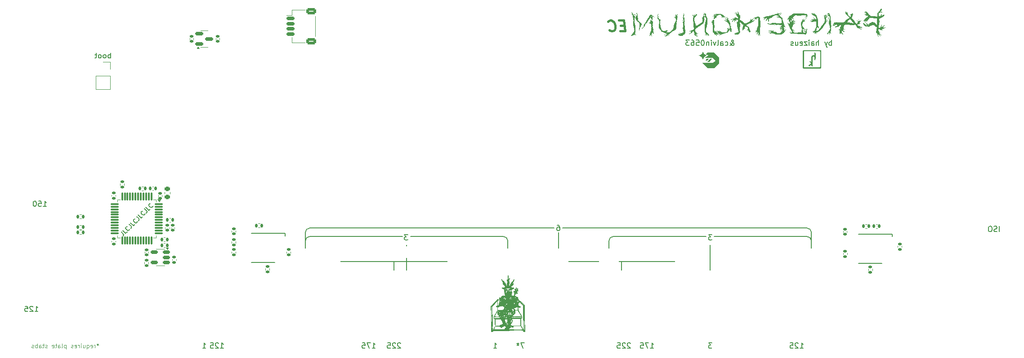
<source format=gbr>
%TF.GenerationSoftware,KiCad,Pcbnew,8.0.8*%
%TF.CreationDate,2025-05-09T16:59:31+02:00*%
%TF.ProjectId,pandemonium EC 2 Layer,70616e64-656d-46f6-9e69-756d20454320,rev?*%
%TF.SameCoordinates,Original*%
%TF.FileFunction,Legend,Bot*%
%TF.FilePolarity,Positive*%
%FSLAX46Y46*%
G04 Gerber Fmt 4.6, Leading zero omitted, Abs format (unit mm)*
G04 Created by KiCad (PCBNEW 8.0.8) date 2025-05-09 16:59:31*
%MOMM*%
%LPD*%
G01*
G04 APERTURE LIST*
G04 Aperture macros list*
%AMRoundRect*
0 Rectangle with rounded corners*
0 $1 Rounding radius*
0 $2 $3 $4 $5 $6 $7 $8 $9 X,Y pos of 4 corners*
0 Add a 4 corners polygon primitive as box body*
4,1,4,$2,$3,$4,$5,$6,$7,$8,$9,$2,$3,0*
0 Add four circle primitives for the rounded corners*
1,1,$1+$1,$2,$3*
1,1,$1+$1,$4,$5*
1,1,$1+$1,$6,$7*
1,1,$1+$1,$8,$9*
0 Add four rect primitives between the rounded corners*
20,1,$1+$1,$2,$3,$4,$5,0*
20,1,$1+$1,$4,$5,$6,$7,0*
20,1,$1+$1,$6,$7,$8,$9,0*
20,1,$1+$1,$8,$9,$2,$3,0*%
G04 Aperture macros list end*
%ADD10C,0.150000*%
%ADD11C,0.200000*%
%ADD12C,0.100000*%
%ADD13C,0.400000*%
%ADD14C,0.120000*%
%ADD15C,0.000000*%
%ADD16C,0.025000*%
%ADD17C,0.170180*%
%ADD18C,2.200000*%
%ADD19C,3.048000*%
%ADD20C,3.987800*%
%ADD21R,1.700000X1.700000*%
%ADD22O,1.700000X1.700000*%
%ADD23RoundRect,0.140000X-0.140000X-0.170000X0.140000X-0.170000X0.140000X0.170000X-0.140000X0.170000X0*%
%ADD24RoundRect,0.150000X-0.587500X-0.150000X0.587500X-0.150000X0.587500X0.150000X-0.587500X0.150000X0*%
%ADD25RoundRect,0.140000X-0.170000X0.140000X-0.170000X-0.140000X0.170000X-0.140000X0.170000X0.140000X0*%
%ADD26RoundRect,0.075000X0.662500X0.075000X-0.662500X0.075000X-0.662500X-0.075000X0.662500X-0.075000X0*%
%ADD27RoundRect,0.075000X0.075000X0.662500X-0.075000X0.662500X-0.075000X-0.662500X0.075000X-0.662500X0*%
%ADD28RoundRect,0.135000X-0.135000X-0.185000X0.135000X-0.185000X0.135000X0.185000X-0.135000X0.185000X0*%
%ADD29RoundRect,0.140000X0.170000X-0.140000X0.170000X0.140000X-0.170000X0.140000X-0.170000X-0.140000X0*%
%ADD30RoundRect,0.135000X0.135000X0.185000X-0.135000X0.185000X-0.135000X-0.185000X0.135000X-0.185000X0*%
%ADD31RoundRect,0.150000X0.512500X0.150000X-0.512500X0.150000X-0.512500X-0.150000X0.512500X-0.150000X0*%
%ADD32RoundRect,0.135000X0.185000X-0.135000X0.185000X0.135000X-0.185000X0.135000X-0.185000X-0.135000X0*%
%ADD33RoundRect,0.135000X-0.185000X0.135000X-0.185000X-0.135000X0.185000X-0.135000X0.185000X0.135000X0*%
%ADD34R,1.778000X0.419100*%
%ADD35RoundRect,0.150000X-0.625000X0.150000X-0.625000X-0.150000X0.625000X-0.150000X0.625000X0.150000X0*%
%ADD36RoundRect,0.250000X-0.650000X0.350000X-0.650000X-0.350000X0.650000X-0.350000X0.650000X0.350000X0*%
%ADD37RoundRect,0.225000X0.250000X-0.225000X0.250000X0.225000X-0.250000X0.225000X-0.250000X-0.225000X0*%
%ADD38RoundRect,0.140000X0.140000X0.170000X-0.140000X0.170000X-0.140000X-0.170000X0.140000X-0.170000X0*%
G04 APERTURE END LIST*
D10*
X108743750Y-82550000D02*
X126206250Y-82550000D01*
X88899949Y-83343699D02*
G75*
G02*
X89693699Y-82549949I793851J-101D01*
G01*
X164306250Y-82550000D02*
X146843750Y-82550000D01*
X105568750Y-87312500D02*
X105568750Y-88900000D01*
X127000000Y-83343750D02*
X127000000Y-86518750D01*
X88899950Y-86518700D02*
X88899950Y-81756200D01*
X126206250Y-82550000D02*
G75*
G02*
X127000000Y-83343750I-50J-793800D01*
G01*
X137318750Y-80962500D02*
X183356250Y-80962500D01*
X183356301Y-82549949D02*
X165893750Y-82550000D01*
X93662500Y-87312500D02*
X117475000Y-87312500D01*
X88899950Y-81756200D02*
G75*
G02*
X89693700Y-80962450I793850J-100D01*
G01*
X146049949Y-83343699D02*
G75*
G02*
X146843699Y-82549949I793951J-201D01*
G01*
X135731250Y-80962500D02*
X89693750Y-80962500D01*
X107156250Y-82550000D02*
X89693750Y-82550000D01*
X127825647Y-98434113D02*
G75*
G02*
X126238147Y-98434113I-793750J0D01*
G01*
X126238147Y-98434113D02*
G75*
G02*
X127825647Y-98434113I793750J0D01*
G01*
X183356300Y-80962450D02*
G75*
G02*
X184150050Y-81756200I-100J-793850D01*
G01*
X107950000Y-84137500D02*
X107950000Y-88900000D01*
X136525000Y-81756250D02*
X136525000Y-86518750D01*
X184150050Y-86518700D02*
X184150050Y-81756200D01*
X136525000Y-87312500D02*
X160337500Y-87312500D01*
X165100000Y-84137500D02*
X165100000Y-88900000D01*
X183356301Y-82549949D02*
G75*
G02*
X184150051Y-83343699I-101J-793851D01*
G01*
X148431250Y-87312500D02*
X148431250Y-88900000D01*
X146050000Y-88106250D02*
X146050000Y-83343750D01*
X153860416Y-103642319D02*
X154431844Y-103642319D01*
X154146130Y-103642319D02*
X154146130Y-102642319D01*
X154146130Y-102642319D02*
X154241368Y-102785176D01*
X154241368Y-102785176D02*
X154336606Y-102880414D01*
X154336606Y-102880414D02*
X154431844Y-102928033D01*
X153527082Y-102642319D02*
X152860416Y-102642319D01*
X152860416Y-102642319D02*
X153288987Y-103642319D01*
X152003273Y-102642319D02*
X152479463Y-102642319D01*
X152479463Y-102642319D02*
X152527082Y-103118509D01*
X152527082Y-103118509D02*
X152479463Y-103070890D01*
X152479463Y-103070890D02*
X152384225Y-103023271D01*
X152384225Y-103023271D02*
X152146130Y-103023271D01*
X152146130Y-103023271D02*
X152050892Y-103070890D01*
X152050892Y-103070890D02*
X152003273Y-103118509D01*
X152003273Y-103118509D02*
X151955654Y-103213747D01*
X151955654Y-103213747D02*
X151955654Y-103451842D01*
X151955654Y-103451842D02*
X152003273Y-103547080D01*
X152003273Y-103547080D02*
X152050892Y-103594700D01*
X152050892Y-103594700D02*
X152146130Y-103642319D01*
X152146130Y-103642319D02*
X152384225Y-103642319D01*
X152384225Y-103642319D02*
X152479463Y-103594700D01*
X152479463Y-103594700D02*
X152527082Y-103547080D01*
X126714285Y-98879819D02*
X127285713Y-98879819D01*
X126999999Y-98879819D02*
X126999999Y-97879819D01*
X126999999Y-97879819D02*
X127095237Y-98022676D01*
X127095237Y-98022676D02*
X127190475Y-98117914D01*
X127190475Y-98117914D02*
X127285713Y-98165533D01*
X108167460Y-82213569D02*
X107548413Y-82213569D01*
X107548413Y-82213569D02*
X107881746Y-82594521D01*
X107881746Y-82594521D02*
X107738889Y-82594521D01*
X107738889Y-82594521D02*
X107643651Y-82642140D01*
X107643651Y-82642140D02*
X107596032Y-82689759D01*
X107596032Y-82689759D02*
X107548413Y-82784997D01*
X107548413Y-82784997D02*
X107548413Y-83023092D01*
X107548413Y-83023092D02*
X107596032Y-83118330D01*
X107596032Y-83118330D02*
X107643651Y-83165950D01*
X107643651Y-83165950D02*
X107738889Y-83213569D01*
X107738889Y-83213569D02*
X108024603Y-83213569D01*
X108024603Y-83213569D02*
X108119841Y-83165950D01*
X108119841Y-83165950D02*
X108167460Y-83118330D01*
D11*
X187959523Y-46489719D02*
X187959523Y-45489719D01*
X187959523Y-45870671D02*
X187864285Y-45823052D01*
X187864285Y-45823052D02*
X187673809Y-45823052D01*
X187673809Y-45823052D02*
X187578571Y-45870671D01*
X187578571Y-45870671D02*
X187530952Y-45918290D01*
X187530952Y-45918290D02*
X187483333Y-46013528D01*
X187483333Y-46013528D02*
X187483333Y-46299242D01*
X187483333Y-46299242D02*
X187530952Y-46394480D01*
X187530952Y-46394480D02*
X187578571Y-46442100D01*
X187578571Y-46442100D02*
X187673809Y-46489719D01*
X187673809Y-46489719D02*
X187864285Y-46489719D01*
X187864285Y-46489719D02*
X187959523Y-46442100D01*
X187149999Y-45823052D02*
X186911904Y-46489719D01*
X186673809Y-45823052D02*
X186911904Y-46489719D01*
X186911904Y-46489719D02*
X187007142Y-46727814D01*
X187007142Y-46727814D02*
X187054761Y-46775433D01*
X187054761Y-46775433D02*
X187149999Y-46823052D01*
X185530951Y-46489719D02*
X185530951Y-45489719D01*
X185102380Y-46489719D02*
X185102380Y-45965909D01*
X185102380Y-45965909D02*
X185149999Y-45870671D01*
X185149999Y-45870671D02*
X185245237Y-45823052D01*
X185245237Y-45823052D02*
X185388094Y-45823052D01*
X185388094Y-45823052D02*
X185483332Y-45870671D01*
X185483332Y-45870671D02*
X185530951Y-45918290D01*
X184197618Y-46489719D02*
X184197618Y-45965909D01*
X184197618Y-45965909D02*
X184245237Y-45870671D01*
X184245237Y-45870671D02*
X184340475Y-45823052D01*
X184340475Y-45823052D02*
X184530951Y-45823052D01*
X184530951Y-45823052D02*
X184626189Y-45870671D01*
X184197618Y-46442100D02*
X184292856Y-46489719D01*
X184292856Y-46489719D02*
X184530951Y-46489719D01*
X184530951Y-46489719D02*
X184626189Y-46442100D01*
X184626189Y-46442100D02*
X184673808Y-46346861D01*
X184673808Y-46346861D02*
X184673808Y-46251623D01*
X184673808Y-46251623D02*
X184626189Y-46156385D01*
X184626189Y-46156385D02*
X184530951Y-46108766D01*
X184530951Y-46108766D02*
X184292856Y-46108766D01*
X184292856Y-46108766D02*
X184197618Y-46061147D01*
X183721427Y-46489719D02*
X183721427Y-45823052D01*
X183721427Y-45489719D02*
X183769046Y-45537338D01*
X183769046Y-45537338D02*
X183721427Y-45584957D01*
X183721427Y-45584957D02*
X183673808Y-45537338D01*
X183673808Y-45537338D02*
X183721427Y-45489719D01*
X183721427Y-45489719D02*
X183721427Y-45584957D01*
X183340475Y-45823052D02*
X182816666Y-45823052D01*
X182816666Y-45823052D02*
X183340475Y-46489719D01*
X183340475Y-46489719D02*
X182816666Y-46489719D01*
X182054761Y-46442100D02*
X182149999Y-46489719D01*
X182149999Y-46489719D02*
X182340475Y-46489719D01*
X182340475Y-46489719D02*
X182435713Y-46442100D01*
X182435713Y-46442100D02*
X182483332Y-46346861D01*
X182483332Y-46346861D02*
X182483332Y-45965909D01*
X182483332Y-45965909D02*
X182435713Y-45870671D01*
X182435713Y-45870671D02*
X182340475Y-45823052D01*
X182340475Y-45823052D02*
X182149999Y-45823052D01*
X182149999Y-45823052D02*
X182054761Y-45870671D01*
X182054761Y-45870671D02*
X182007142Y-45965909D01*
X182007142Y-45965909D02*
X182007142Y-46061147D01*
X182007142Y-46061147D02*
X182483332Y-46156385D01*
X181149999Y-45823052D02*
X181149999Y-46489719D01*
X181578570Y-45823052D02*
X181578570Y-46346861D01*
X181578570Y-46346861D02*
X181530951Y-46442100D01*
X181530951Y-46442100D02*
X181435713Y-46489719D01*
X181435713Y-46489719D02*
X181292856Y-46489719D01*
X181292856Y-46489719D02*
X181197618Y-46442100D01*
X181197618Y-46442100D02*
X181149999Y-46394480D01*
X180721427Y-46442100D02*
X180626189Y-46489719D01*
X180626189Y-46489719D02*
X180435713Y-46489719D01*
X180435713Y-46489719D02*
X180340475Y-46442100D01*
X180340475Y-46442100D02*
X180292856Y-46346861D01*
X180292856Y-46346861D02*
X180292856Y-46299242D01*
X180292856Y-46299242D02*
X180340475Y-46204004D01*
X180340475Y-46204004D02*
X180435713Y-46156385D01*
X180435713Y-46156385D02*
X180578570Y-46156385D01*
X180578570Y-46156385D02*
X180673808Y-46108766D01*
X180673808Y-46108766D02*
X180721427Y-46013528D01*
X180721427Y-46013528D02*
X180721427Y-45965909D01*
X180721427Y-45965909D02*
X180673808Y-45870671D01*
X180673808Y-45870671D02*
X180578570Y-45823052D01*
X180578570Y-45823052D02*
X180435713Y-45823052D01*
X180435713Y-45823052D02*
X180340475Y-45870671D01*
D10*
X130095535Y-102642319D02*
X129428869Y-102642319D01*
X129428869Y-102642319D02*
X129857440Y-103642319D01*
X128905059Y-102642319D02*
X128905059Y-102880414D01*
X129143154Y-102785176D02*
X128905059Y-102880414D01*
X128905059Y-102880414D02*
X128666964Y-102785176D01*
X129047916Y-103070890D02*
X128905059Y-102880414D01*
X128905059Y-102880414D02*
X128762202Y-103070890D01*
X69564285Y-103642319D02*
X70135713Y-103642319D01*
X69849999Y-103642319D02*
X69849999Y-102642319D01*
X69849999Y-102642319D02*
X69945237Y-102785176D01*
X69945237Y-102785176D02*
X70040475Y-102880414D01*
X70040475Y-102880414D02*
X70135713Y-102928033D01*
X182035416Y-103642319D02*
X182606844Y-103642319D01*
X182321130Y-103642319D02*
X182321130Y-102642319D01*
X182321130Y-102642319D02*
X182416368Y-102785176D01*
X182416368Y-102785176D02*
X182511606Y-102880414D01*
X182511606Y-102880414D02*
X182606844Y-102928033D01*
X181654463Y-102737557D02*
X181606844Y-102689938D01*
X181606844Y-102689938D02*
X181511606Y-102642319D01*
X181511606Y-102642319D02*
X181273511Y-102642319D01*
X181273511Y-102642319D02*
X181178273Y-102689938D01*
X181178273Y-102689938D02*
X181130654Y-102737557D01*
X181130654Y-102737557D02*
X181083035Y-102832795D01*
X181083035Y-102832795D02*
X181083035Y-102928033D01*
X181083035Y-102928033D02*
X181130654Y-103070890D01*
X181130654Y-103070890D02*
X181702082Y-103642319D01*
X181702082Y-103642319D02*
X181083035Y-103642319D01*
X180178273Y-102642319D02*
X180654463Y-102642319D01*
X180654463Y-102642319D02*
X180702082Y-103118509D01*
X180702082Y-103118509D02*
X180654463Y-103070890D01*
X180654463Y-103070890D02*
X180559225Y-103023271D01*
X180559225Y-103023271D02*
X180321130Y-103023271D01*
X180321130Y-103023271D02*
X180225892Y-103070890D01*
X180225892Y-103070890D02*
X180178273Y-103118509D01*
X180178273Y-103118509D02*
X180130654Y-103213747D01*
X180130654Y-103213747D02*
X180130654Y-103451842D01*
X180130654Y-103451842D02*
X180178273Y-103547080D01*
X180178273Y-103547080D02*
X180225892Y-103594700D01*
X180225892Y-103594700D02*
X180321130Y-103642319D01*
X180321130Y-103642319D02*
X180559225Y-103642319D01*
X180559225Y-103642319D02*
X180654463Y-103594700D01*
X180654463Y-103594700D02*
X180702082Y-103547080D01*
X136334523Y-80417319D02*
X136524999Y-80417319D01*
X136524999Y-80417319D02*
X136620237Y-80464938D01*
X136620237Y-80464938D02*
X136667856Y-80512557D01*
X136667856Y-80512557D02*
X136763094Y-80655414D01*
X136763094Y-80655414D02*
X136810713Y-80845890D01*
X136810713Y-80845890D02*
X136810713Y-81226842D01*
X136810713Y-81226842D02*
X136763094Y-81322080D01*
X136763094Y-81322080D02*
X136715475Y-81369700D01*
X136715475Y-81369700D02*
X136620237Y-81417319D01*
X136620237Y-81417319D02*
X136429761Y-81417319D01*
X136429761Y-81417319D02*
X136334523Y-81369700D01*
X136334523Y-81369700D02*
X136286904Y-81322080D01*
X136286904Y-81322080D02*
X136239285Y-81226842D01*
X136239285Y-81226842D02*
X136239285Y-80988747D01*
X136239285Y-80988747D02*
X136286904Y-80893509D01*
X136286904Y-80893509D02*
X136334523Y-80845890D01*
X136334523Y-80845890D02*
X136429761Y-80798271D01*
X136429761Y-80798271D02*
X136620237Y-80798271D01*
X136620237Y-80798271D02*
X136715475Y-80845890D01*
X136715475Y-80845890D02*
X136763094Y-80893509D01*
X136763094Y-80893509D02*
X136810713Y-80988747D01*
X72897916Y-103642319D02*
X73469344Y-103642319D01*
X73183630Y-103642319D02*
X73183630Y-102642319D01*
X73183630Y-102642319D02*
X73278868Y-102785176D01*
X73278868Y-102785176D02*
X73374106Y-102880414D01*
X73374106Y-102880414D02*
X73469344Y-102928033D01*
X72516963Y-102737557D02*
X72469344Y-102689938D01*
X72469344Y-102689938D02*
X72374106Y-102642319D01*
X72374106Y-102642319D02*
X72136011Y-102642319D01*
X72136011Y-102642319D02*
X72040773Y-102689938D01*
X72040773Y-102689938D02*
X71993154Y-102737557D01*
X71993154Y-102737557D02*
X71945535Y-102832795D01*
X71945535Y-102832795D02*
X71945535Y-102928033D01*
X71945535Y-102928033D02*
X71993154Y-103070890D01*
X71993154Y-103070890D02*
X72564582Y-103642319D01*
X72564582Y-103642319D02*
X71945535Y-103642319D01*
X71040773Y-102642319D02*
X71516963Y-102642319D01*
X71516963Y-102642319D02*
X71564582Y-103118509D01*
X71564582Y-103118509D02*
X71516963Y-103070890D01*
X71516963Y-103070890D02*
X71421725Y-103023271D01*
X71421725Y-103023271D02*
X71183630Y-103023271D01*
X71183630Y-103023271D02*
X71088392Y-103070890D01*
X71088392Y-103070890D02*
X71040773Y-103118509D01*
X71040773Y-103118509D02*
X70993154Y-103213747D01*
X70993154Y-103213747D02*
X70993154Y-103451842D01*
X70993154Y-103451842D02*
X71040773Y-103547080D01*
X71040773Y-103547080D02*
X71088392Y-103594700D01*
X71088392Y-103594700D02*
X71183630Y-103642319D01*
X71183630Y-103642319D02*
X71421725Y-103642319D01*
X71421725Y-103642319D02*
X71516963Y-103594700D01*
X71516963Y-103594700D02*
X71564582Y-103547080D01*
X39560416Y-76863569D02*
X40131844Y-76863569D01*
X39846130Y-76863569D02*
X39846130Y-75863569D01*
X39846130Y-75863569D02*
X39941368Y-76006426D01*
X39941368Y-76006426D02*
X40036606Y-76101664D01*
X40036606Y-76101664D02*
X40131844Y-76149283D01*
X38655654Y-75863569D02*
X39131844Y-75863569D01*
X39131844Y-75863569D02*
X39179463Y-76339759D01*
X39179463Y-76339759D02*
X39131844Y-76292140D01*
X39131844Y-76292140D02*
X39036606Y-76244521D01*
X39036606Y-76244521D02*
X38798511Y-76244521D01*
X38798511Y-76244521D02*
X38703273Y-76292140D01*
X38703273Y-76292140D02*
X38655654Y-76339759D01*
X38655654Y-76339759D02*
X38608035Y-76434997D01*
X38608035Y-76434997D02*
X38608035Y-76673092D01*
X38608035Y-76673092D02*
X38655654Y-76768330D01*
X38655654Y-76768330D02*
X38703273Y-76815950D01*
X38703273Y-76815950D02*
X38798511Y-76863569D01*
X38798511Y-76863569D02*
X39036606Y-76863569D01*
X39036606Y-76863569D02*
X39131844Y-76815950D01*
X39131844Y-76815950D02*
X39179463Y-76768330D01*
X37988987Y-75863569D02*
X37893749Y-75863569D01*
X37893749Y-75863569D02*
X37798511Y-75911188D01*
X37798511Y-75911188D02*
X37750892Y-75958807D01*
X37750892Y-75958807D02*
X37703273Y-76054045D01*
X37703273Y-76054045D02*
X37655654Y-76244521D01*
X37655654Y-76244521D02*
X37655654Y-76482616D01*
X37655654Y-76482616D02*
X37703273Y-76673092D01*
X37703273Y-76673092D02*
X37750892Y-76768330D01*
X37750892Y-76768330D02*
X37798511Y-76815950D01*
X37798511Y-76815950D02*
X37893749Y-76863569D01*
X37893749Y-76863569D02*
X37988987Y-76863569D01*
X37988987Y-76863569D02*
X38084225Y-76815950D01*
X38084225Y-76815950D02*
X38131844Y-76768330D01*
X38131844Y-76768330D02*
X38179463Y-76673092D01*
X38179463Y-76673092D02*
X38227082Y-76482616D01*
X38227082Y-76482616D02*
X38227082Y-76244521D01*
X38227082Y-76244521D02*
X38179463Y-76054045D01*
X38179463Y-76054045D02*
X38131844Y-75958807D01*
X38131844Y-75958807D02*
X38084225Y-75911188D01*
X38084225Y-75911188D02*
X37988987Y-75863569D01*
X165433332Y-102642319D02*
X164814285Y-102642319D01*
X164814285Y-102642319D02*
X165147618Y-103023271D01*
X165147618Y-103023271D02*
X165004761Y-103023271D01*
X165004761Y-103023271D02*
X164909523Y-103070890D01*
X164909523Y-103070890D02*
X164861904Y-103118509D01*
X164861904Y-103118509D02*
X164814285Y-103213747D01*
X164814285Y-103213747D02*
X164814285Y-103451842D01*
X164814285Y-103451842D02*
X164861904Y-103547080D01*
X164861904Y-103547080D02*
X164909523Y-103594700D01*
X164909523Y-103594700D02*
X165004761Y-103642319D01*
X165004761Y-103642319D02*
X165290475Y-103642319D01*
X165290475Y-103642319D02*
X165385713Y-103594700D01*
X165385713Y-103594700D02*
X165433332Y-103547080D01*
D12*
X49789584Y-102752395D02*
X49789584Y-102942871D01*
X49980060Y-102866680D02*
X49789584Y-102942871D01*
X49789584Y-102942871D02*
X49599107Y-102866680D01*
X49903869Y-103095252D02*
X49789584Y-102942871D01*
X49789584Y-102942871D02*
X49675298Y-103095252D01*
X49294345Y-103552395D02*
X49294345Y-103019061D01*
X49294345Y-103171442D02*
X49256250Y-103095252D01*
X49256250Y-103095252D02*
X49218155Y-103057157D01*
X49218155Y-103057157D02*
X49141964Y-103019061D01*
X49141964Y-103019061D02*
X49065774Y-103019061D01*
X48494345Y-103514300D02*
X48570536Y-103552395D01*
X48570536Y-103552395D02*
X48722917Y-103552395D01*
X48722917Y-103552395D02*
X48799107Y-103514300D01*
X48799107Y-103514300D02*
X48837203Y-103438109D01*
X48837203Y-103438109D02*
X48837203Y-103133347D01*
X48837203Y-103133347D02*
X48799107Y-103057157D01*
X48799107Y-103057157D02*
X48722917Y-103019061D01*
X48722917Y-103019061D02*
X48570536Y-103019061D01*
X48570536Y-103019061D02*
X48494345Y-103057157D01*
X48494345Y-103057157D02*
X48456250Y-103133347D01*
X48456250Y-103133347D02*
X48456250Y-103209538D01*
X48456250Y-103209538D02*
X48837203Y-103285728D01*
X47770536Y-103019061D02*
X47770536Y-103819061D01*
X47770536Y-103514300D02*
X47846727Y-103552395D01*
X47846727Y-103552395D02*
X47999108Y-103552395D01*
X47999108Y-103552395D02*
X48075298Y-103514300D01*
X48075298Y-103514300D02*
X48113393Y-103476204D01*
X48113393Y-103476204D02*
X48151489Y-103400014D01*
X48151489Y-103400014D02*
X48151489Y-103171442D01*
X48151489Y-103171442D02*
X48113393Y-103095252D01*
X48113393Y-103095252D02*
X48075298Y-103057157D01*
X48075298Y-103057157D02*
X47999108Y-103019061D01*
X47999108Y-103019061D02*
X47846727Y-103019061D01*
X47846727Y-103019061D02*
X47770536Y-103057157D01*
X47046726Y-103019061D02*
X47046726Y-103552395D01*
X47389583Y-103019061D02*
X47389583Y-103438109D01*
X47389583Y-103438109D02*
X47351488Y-103514300D01*
X47351488Y-103514300D02*
X47275298Y-103552395D01*
X47275298Y-103552395D02*
X47161012Y-103552395D01*
X47161012Y-103552395D02*
X47084821Y-103514300D01*
X47084821Y-103514300D02*
X47046726Y-103476204D01*
X46665773Y-103552395D02*
X46665773Y-103019061D01*
X46665773Y-102752395D02*
X46703869Y-102790490D01*
X46703869Y-102790490D02*
X46665773Y-102828585D01*
X46665773Y-102828585D02*
X46627678Y-102790490D01*
X46627678Y-102790490D02*
X46665773Y-102752395D01*
X46665773Y-102752395D02*
X46665773Y-102828585D01*
X46284821Y-103552395D02*
X46284821Y-103019061D01*
X46284821Y-103171442D02*
X46246726Y-103095252D01*
X46246726Y-103095252D02*
X46208631Y-103057157D01*
X46208631Y-103057157D02*
X46132440Y-103019061D01*
X46132440Y-103019061D02*
X46056250Y-103019061D01*
X45484821Y-103514300D02*
X45561012Y-103552395D01*
X45561012Y-103552395D02*
X45713393Y-103552395D01*
X45713393Y-103552395D02*
X45789583Y-103514300D01*
X45789583Y-103514300D02*
X45827679Y-103438109D01*
X45827679Y-103438109D02*
X45827679Y-103133347D01*
X45827679Y-103133347D02*
X45789583Y-103057157D01*
X45789583Y-103057157D02*
X45713393Y-103019061D01*
X45713393Y-103019061D02*
X45561012Y-103019061D01*
X45561012Y-103019061D02*
X45484821Y-103057157D01*
X45484821Y-103057157D02*
X45446726Y-103133347D01*
X45446726Y-103133347D02*
X45446726Y-103209538D01*
X45446726Y-103209538D02*
X45827679Y-103285728D01*
X45141965Y-103514300D02*
X45065774Y-103552395D01*
X45065774Y-103552395D02*
X44913393Y-103552395D01*
X44913393Y-103552395D02*
X44837203Y-103514300D01*
X44837203Y-103514300D02*
X44799107Y-103438109D01*
X44799107Y-103438109D02*
X44799107Y-103400014D01*
X44799107Y-103400014D02*
X44837203Y-103323823D01*
X44837203Y-103323823D02*
X44913393Y-103285728D01*
X44913393Y-103285728D02*
X45027679Y-103285728D01*
X45027679Y-103285728D02*
X45103869Y-103247633D01*
X45103869Y-103247633D02*
X45141965Y-103171442D01*
X45141965Y-103171442D02*
X45141965Y-103133347D01*
X45141965Y-103133347D02*
X45103869Y-103057157D01*
X45103869Y-103057157D02*
X45027679Y-103019061D01*
X45027679Y-103019061D02*
X44913393Y-103019061D01*
X44913393Y-103019061D02*
X44837203Y-103057157D01*
X43846726Y-103019061D02*
X43846726Y-103819061D01*
X43846726Y-103057157D02*
X43770536Y-103019061D01*
X43770536Y-103019061D02*
X43618155Y-103019061D01*
X43618155Y-103019061D02*
X43541964Y-103057157D01*
X43541964Y-103057157D02*
X43503869Y-103095252D01*
X43503869Y-103095252D02*
X43465774Y-103171442D01*
X43465774Y-103171442D02*
X43465774Y-103400014D01*
X43465774Y-103400014D02*
X43503869Y-103476204D01*
X43503869Y-103476204D02*
X43541964Y-103514300D01*
X43541964Y-103514300D02*
X43618155Y-103552395D01*
X43618155Y-103552395D02*
X43770536Y-103552395D01*
X43770536Y-103552395D02*
X43846726Y-103514300D01*
X43008631Y-103552395D02*
X43084821Y-103514300D01*
X43084821Y-103514300D02*
X43122916Y-103438109D01*
X43122916Y-103438109D02*
X43122916Y-102752395D01*
X42361011Y-103552395D02*
X42361011Y-103133347D01*
X42361011Y-103133347D02*
X42399106Y-103057157D01*
X42399106Y-103057157D02*
X42475297Y-103019061D01*
X42475297Y-103019061D02*
X42627678Y-103019061D01*
X42627678Y-103019061D02*
X42703868Y-103057157D01*
X42361011Y-103514300D02*
X42437202Y-103552395D01*
X42437202Y-103552395D02*
X42627678Y-103552395D01*
X42627678Y-103552395D02*
X42703868Y-103514300D01*
X42703868Y-103514300D02*
X42741964Y-103438109D01*
X42741964Y-103438109D02*
X42741964Y-103361919D01*
X42741964Y-103361919D02*
X42703868Y-103285728D01*
X42703868Y-103285728D02*
X42627678Y-103247633D01*
X42627678Y-103247633D02*
X42437202Y-103247633D01*
X42437202Y-103247633D02*
X42361011Y-103209538D01*
X42094344Y-103019061D02*
X41789582Y-103019061D01*
X41980058Y-102752395D02*
X41980058Y-103438109D01*
X41980058Y-103438109D02*
X41941963Y-103514300D01*
X41941963Y-103514300D02*
X41865773Y-103552395D01*
X41865773Y-103552395D02*
X41789582Y-103552395D01*
X41218153Y-103514300D02*
X41294344Y-103552395D01*
X41294344Y-103552395D02*
X41446725Y-103552395D01*
X41446725Y-103552395D02*
X41522915Y-103514300D01*
X41522915Y-103514300D02*
X41561011Y-103438109D01*
X41561011Y-103438109D02*
X41561011Y-103133347D01*
X41561011Y-103133347D02*
X41522915Y-103057157D01*
X41522915Y-103057157D02*
X41446725Y-103019061D01*
X41446725Y-103019061D02*
X41294344Y-103019061D01*
X41294344Y-103019061D02*
X41218153Y-103057157D01*
X41218153Y-103057157D02*
X41180058Y-103133347D01*
X41180058Y-103133347D02*
X41180058Y-103209538D01*
X41180058Y-103209538D02*
X41561011Y-103285728D01*
X40265773Y-103514300D02*
X40189582Y-103552395D01*
X40189582Y-103552395D02*
X40037201Y-103552395D01*
X40037201Y-103552395D02*
X39961011Y-103514300D01*
X39961011Y-103514300D02*
X39922915Y-103438109D01*
X39922915Y-103438109D02*
X39922915Y-103400014D01*
X39922915Y-103400014D02*
X39961011Y-103323823D01*
X39961011Y-103323823D02*
X40037201Y-103285728D01*
X40037201Y-103285728D02*
X40151487Y-103285728D01*
X40151487Y-103285728D02*
X40227677Y-103247633D01*
X40227677Y-103247633D02*
X40265773Y-103171442D01*
X40265773Y-103171442D02*
X40265773Y-103133347D01*
X40265773Y-103133347D02*
X40227677Y-103057157D01*
X40227677Y-103057157D02*
X40151487Y-103019061D01*
X40151487Y-103019061D02*
X40037201Y-103019061D01*
X40037201Y-103019061D02*
X39961011Y-103057157D01*
X39694344Y-103019061D02*
X39389582Y-103019061D01*
X39580058Y-102752395D02*
X39580058Y-103438109D01*
X39580058Y-103438109D02*
X39541963Y-103514300D01*
X39541963Y-103514300D02*
X39465773Y-103552395D01*
X39465773Y-103552395D02*
X39389582Y-103552395D01*
X38780058Y-103552395D02*
X38780058Y-103133347D01*
X38780058Y-103133347D02*
X38818153Y-103057157D01*
X38818153Y-103057157D02*
X38894344Y-103019061D01*
X38894344Y-103019061D02*
X39046725Y-103019061D01*
X39046725Y-103019061D02*
X39122915Y-103057157D01*
X38780058Y-103514300D02*
X38856249Y-103552395D01*
X38856249Y-103552395D02*
X39046725Y-103552395D01*
X39046725Y-103552395D02*
X39122915Y-103514300D01*
X39122915Y-103514300D02*
X39161011Y-103438109D01*
X39161011Y-103438109D02*
X39161011Y-103361919D01*
X39161011Y-103361919D02*
X39122915Y-103285728D01*
X39122915Y-103285728D02*
X39046725Y-103247633D01*
X39046725Y-103247633D02*
X38856249Y-103247633D01*
X38856249Y-103247633D02*
X38780058Y-103209538D01*
X38399105Y-103552395D02*
X38399105Y-102752395D01*
X38399105Y-103057157D02*
X38322915Y-103019061D01*
X38322915Y-103019061D02*
X38170534Y-103019061D01*
X38170534Y-103019061D02*
X38094343Y-103057157D01*
X38094343Y-103057157D02*
X38056248Y-103095252D01*
X38056248Y-103095252D02*
X38018153Y-103171442D01*
X38018153Y-103171442D02*
X38018153Y-103400014D01*
X38018153Y-103400014D02*
X38056248Y-103476204D01*
X38056248Y-103476204D02*
X38094343Y-103514300D01*
X38094343Y-103514300D02*
X38170534Y-103552395D01*
X38170534Y-103552395D02*
X38322915Y-103552395D01*
X38322915Y-103552395D02*
X38399105Y-103514300D01*
X37713391Y-103514300D02*
X37637200Y-103552395D01*
X37637200Y-103552395D02*
X37484819Y-103552395D01*
X37484819Y-103552395D02*
X37408629Y-103514300D01*
X37408629Y-103514300D02*
X37370533Y-103438109D01*
X37370533Y-103438109D02*
X37370533Y-103400014D01*
X37370533Y-103400014D02*
X37408629Y-103323823D01*
X37408629Y-103323823D02*
X37484819Y-103285728D01*
X37484819Y-103285728D02*
X37599105Y-103285728D01*
X37599105Y-103285728D02*
X37675295Y-103247633D01*
X37675295Y-103247633D02*
X37713391Y-103171442D01*
X37713391Y-103171442D02*
X37713391Y-103133347D01*
X37713391Y-103133347D02*
X37675295Y-103057157D01*
X37675295Y-103057157D02*
X37599105Y-103019061D01*
X37599105Y-103019061D02*
X37484819Y-103019061D01*
X37484819Y-103019061D02*
X37408629Y-103057157D01*
D10*
X106806844Y-102737557D02*
X106759225Y-102689938D01*
X106759225Y-102689938D02*
X106663987Y-102642319D01*
X106663987Y-102642319D02*
X106425892Y-102642319D01*
X106425892Y-102642319D02*
X106330654Y-102689938D01*
X106330654Y-102689938D02*
X106283035Y-102737557D01*
X106283035Y-102737557D02*
X106235416Y-102832795D01*
X106235416Y-102832795D02*
X106235416Y-102928033D01*
X106235416Y-102928033D02*
X106283035Y-103070890D01*
X106283035Y-103070890D02*
X106854463Y-103642319D01*
X106854463Y-103642319D02*
X106235416Y-103642319D01*
X105854463Y-102737557D02*
X105806844Y-102689938D01*
X105806844Y-102689938D02*
X105711606Y-102642319D01*
X105711606Y-102642319D02*
X105473511Y-102642319D01*
X105473511Y-102642319D02*
X105378273Y-102689938D01*
X105378273Y-102689938D02*
X105330654Y-102737557D01*
X105330654Y-102737557D02*
X105283035Y-102832795D01*
X105283035Y-102832795D02*
X105283035Y-102928033D01*
X105283035Y-102928033D02*
X105330654Y-103070890D01*
X105330654Y-103070890D02*
X105902082Y-103642319D01*
X105902082Y-103642319D02*
X105283035Y-103642319D01*
X104378273Y-102642319D02*
X104854463Y-102642319D01*
X104854463Y-102642319D02*
X104902082Y-103118509D01*
X104902082Y-103118509D02*
X104854463Y-103070890D01*
X104854463Y-103070890D02*
X104759225Y-103023271D01*
X104759225Y-103023271D02*
X104521130Y-103023271D01*
X104521130Y-103023271D02*
X104425892Y-103070890D01*
X104425892Y-103070890D02*
X104378273Y-103118509D01*
X104378273Y-103118509D02*
X104330654Y-103213747D01*
X104330654Y-103213747D02*
X104330654Y-103451842D01*
X104330654Y-103451842D02*
X104378273Y-103547080D01*
X104378273Y-103547080D02*
X104425892Y-103594700D01*
X104425892Y-103594700D02*
X104521130Y-103642319D01*
X104521130Y-103642319D02*
X104759225Y-103642319D01*
X104759225Y-103642319D02*
X104854463Y-103594700D01*
X104854463Y-103594700D02*
X104902082Y-103547080D01*
D13*
X148947023Y-42719319D02*
X148280357Y-42719319D01*
X148125595Y-43766938D02*
X149077976Y-43766938D01*
X149077976Y-43766938D02*
X148827976Y-41766938D01*
X148827976Y-41766938D02*
X147875595Y-41766938D01*
X146101785Y-43576461D02*
X146208928Y-43671700D01*
X146208928Y-43671700D02*
X146506547Y-43766938D01*
X146506547Y-43766938D02*
X146697023Y-43766938D01*
X146697023Y-43766938D02*
X146970833Y-43671700D01*
X146970833Y-43671700D02*
X147137499Y-43481223D01*
X147137499Y-43481223D02*
X147208928Y-43290747D01*
X147208928Y-43290747D02*
X147256547Y-42909795D01*
X147256547Y-42909795D02*
X147220833Y-42624080D01*
X147220833Y-42624080D02*
X147077976Y-42243128D01*
X147077976Y-42243128D02*
X146958928Y-42052652D01*
X146958928Y-42052652D02*
X146744642Y-41862176D01*
X146744642Y-41862176D02*
X146447023Y-41766938D01*
X146447023Y-41766938D02*
X146256547Y-41766938D01*
X146256547Y-41766938D02*
X145982738Y-41862176D01*
X145982738Y-41862176D02*
X145899404Y-41957414D01*
D10*
X101472916Y-103642319D02*
X102044344Y-103642319D01*
X101758630Y-103642319D02*
X101758630Y-102642319D01*
X101758630Y-102642319D02*
X101853868Y-102785176D01*
X101853868Y-102785176D02*
X101949106Y-102880414D01*
X101949106Y-102880414D02*
X102044344Y-102928033D01*
X101139582Y-102642319D02*
X100472916Y-102642319D01*
X100472916Y-102642319D02*
X100901487Y-103642319D01*
X99615773Y-102642319D02*
X100091963Y-102642319D01*
X100091963Y-102642319D02*
X100139582Y-103118509D01*
X100139582Y-103118509D02*
X100091963Y-103070890D01*
X100091963Y-103070890D02*
X99996725Y-103023271D01*
X99996725Y-103023271D02*
X99758630Y-103023271D01*
X99758630Y-103023271D02*
X99663392Y-103070890D01*
X99663392Y-103070890D02*
X99615773Y-103118509D01*
X99615773Y-103118509D02*
X99568154Y-103213747D01*
X99568154Y-103213747D02*
X99568154Y-103451842D01*
X99568154Y-103451842D02*
X99615773Y-103547080D01*
X99615773Y-103547080D02*
X99663392Y-103594700D01*
X99663392Y-103594700D02*
X99758630Y-103642319D01*
X99758630Y-103642319D02*
X99996725Y-103642319D01*
X99996725Y-103642319D02*
X100091963Y-103594700D01*
X100091963Y-103594700D02*
X100139582Y-103547080D01*
X165433332Y-82213569D02*
X164814285Y-82213569D01*
X164814285Y-82213569D02*
X165147618Y-82594521D01*
X165147618Y-82594521D02*
X165004761Y-82594521D01*
X165004761Y-82594521D02*
X164909523Y-82642140D01*
X164909523Y-82642140D02*
X164861904Y-82689759D01*
X164861904Y-82689759D02*
X164814285Y-82784997D01*
X164814285Y-82784997D02*
X164814285Y-83023092D01*
X164814285Y-83023092D02*
X164861904Y-83118330D01*
X164861904Y-83118330D02*
X164909523Y-83165950D01*
X164909523Y-83165950D02*
X165004761Y-83213569D01*
X165004761Y-83213569D02*
X165290475Y-83213569D01*
X165290475Y-83213569D02*
X165385713Y-83165950D01*
X165385713Y-83165950D02*
X165433332Y-83118330D01*
X37972916Y-96707319D02*
X38544344Y-96707319D01*
X38258630Y-96707319D02*
X38258630Y-95707319D01*
X38258630Y-95707319D02*
X38353868Y-95850176D01*
X38353868Y-95850176D02*
X38449106Y-95945414D01*
X38449106Y-95945414D02*
X38544344Y-95993033D01*
X37591963Y-95802557D02*
X37544344Y-95754938D01*
X37544344Y-95754938D02*
X37449106Y-95707319D01*
X37449106Y-95707319D02*
X37211011Y-95707319D01*
X37211011Y-95707319D02*
X37115773Y-95754938D01*
X37115773Y-95754938D02*
X37068154Y-95802557D01*
X37068154Y-95802557D02*
X37020535Y-95897795D01*
X37020535Y-95897795D02*
X37020535Y-95993033D01*
X37020535Y-95993033D02*
X37068154Y-96135890D01*
X37068154Y-96135890D02*
X37639582Y-96707319D01*
X37639582Y-96707319D02*
X37020535Y-96707319D01*
X36115773Y-95707319D02*
X36591963Y-95707319D01*
X36591963Y-95707319D02*
X36639582Y-96183509D01*
X36639582Y-96183509D02*
X36591963Y-96135890D01*
X36591963Y-96135890D02*
X36496725Y-96088271D01*
X36496725Y-96088271D02*
X36258630Y-96088271D01*
X36258630Y-96088271D02*
X36163392Y-96135890D01*
X36163392Y-96135890D02*
X36115773Y-96183509D01*
X36115773Y-96183509D02*
X36068154Y-96278747D01*
X36068154Y-96278747D02*
X36068154Y-96516842D01*
X36068154Y-96516842D02*
X36115773Y-96612080D01*
X36115773Y-96612080D02*
X36163392Y-96659700D01*
X36163392Y-96659700D02*
X36258630Y-96707319D01*
X36258630Y-96707319D02*
X36496725Y-96707319D01*
X36496725Y-96707319D02*
X36591963Y-96659700D01*
X36591963Y-96659700D02*
X36639582Y-96612080D01*
D11*
X52204761Y-48870969D02*
X52204761Y-47870969D01*
X52204761Y-48251921D02*
X52109523Y-48204302D01*
X52109523Y-48204302D02*
X51919047Y-48204302D01*
X51919047Y-48204302D02*
X51823809Y-48251921D01*
X51823809Y-48251921D02*
X51776190Y-48299540D01*
X51776190Y-48299540D02*
X51728571Y-48394778D01*
X51728571Y-48394778D02*
X51728571Y-48680492D01*
X51728571Y-48680492D02*
X51776190Y-48775730D01*
X51776190Y-48775730D02*
X51823809Y-48823350D01*
X51823809Y-48823350D02*
X51919047Y-48870969D01*
X51919047Y-48870969D02*
X52109523Y-48870969D01*
X52109523Y-48870969D02*
X52204761Y-48823350D01*
X51157142Y-48870969D02*
X51252380Y-48823350D01*
X51252380Y-48823350D02*
X51299999Y-48775730D01*
X51299999Y-48775730D02*
X51347618Y-48680492D01*
X51347618Y-48680492D02*
X51347618Y-48394778D01*
X51347618Y-48394778D02*
X51299999Y-48299540D01*
X51299999Y-48299540D02*
X51252380Y-48251921D01*
X51252380Y-48251921D02*
X51157142Y-48204302D01*
X51157142Y-48204302D02*
X51014285Y-48204302D01*
X51014285Y-48204302D02*
X50919047Y-48251921D01*
X50919047Y-48251921D02*
X50871428Y-48299540D01*
X50871428Y-48299540D02*
X50823809Y-48394778D01*
X50823809Y-48394778D02*
X50823809Y-48680492D01*
X50823809Y-48680492D02*
X50871428Y-48775730D01*
X50871428Y-48775730D02*
X50919047Y-48823350D01*
X50919047Y-48823350D02*
X51014285Y-48870969D01*
X51014285Y-48870969D02*
X51157142Y-48870969D01*
X50252380Y-48870969D02*
X50347618Y-48823350D01*
X50347618Y-48823350D02*
X50395237Y-48775730D01*
X50395237Y-48775730D02*
X50442856Y-48680492D01*
X50442856Y-48680492D02*
X50442856Y-48394778D01*
X50442856Y-48394778D02*
X50395237Y-48299540D01*
X50395237Y-48299540D02*
X50347618Y-48251921D01*
X50347618Y-48251921D02*
X50252380Y-48204302D01*
X50252380Y-48204302D02*
X50109523Y-48204302D01*
X50109523Y-48204302D02*
X50014285Y-48251921D01*
X50014285Y-48251921D02*
X49966666Y-48299540D01*
X49966666Y-48299540D02*
X49919047Y-48394778D01*
X49919047Y-48394778D02*
X49919047Y-48680492D01*
X49919047Y-48680492D02*
X49966666Y-48775730D01*
X49966666Y-48775730D02*
X50014285Y-48823350D01*
X50014285Y-48823350D02*
X50109523Y-48870969D01*
X50109523Y-48870969D02*
X50252380Y-48870969D01*
X49633332Y-48204302D02*
X49252380Y-48204302D01*
X49490475Y-47870969D02*
X49490475Y-48728111D01*
X49490475Y-48728111D02*
X49442856Y-48823350D01*
X49442856Y-48823350D02*
X49347618Y-48870969D01*
X49347618Y-48870969D02*
X49252380Y-48870969D01*
D10*
X219531970Y-81626069D02*
X219531970Y-80626069D01*
X219103399Y-81578450D02*
X218960542Y-81626069D01*
X218960542Y-81626069D02*
X218722447Y-81626069D01*
X218722447Y-81626069D02*
X218627209Y-81578450D01*
X218627209Y-81578450D02*
X218579590Y-81530830D01*
X218579590Y-81530830D02*
X218531971Y-81435592D01*
X218531971Y-81435592D02*
X218531971Y-81340354D01*
X218531971Y-81340354D02*
X218579590Y-81245116D01*
X218579590Y-81245116D02*
X218627209Y-81197497D01*
X218627209Y-81197497D02*
X218722447Y-81149878D01*
X218722447Y-81149878D02*
X218912923Y-81102259D01*
X218912923Y-81102259D02*
X219008161Y-81054640D01*
X219008161Y-81054640D02*
X219055780Y-81007021D01*
X219055780Y-81007021D02*
X219103399Y-80911783D01*
X219103399Y-80911783D02*
X219103399Y-80816545D01*
X219103399Y-80816545D02*
X219055780Y-80721307D01*
X219055780Y-80721307D02*
X219008161Y-80673688D01*
X219008161Y-80673688D02*
X218912923Y-80626069D01*
X218912923Y-80626069D02*
X218674828Y-80626069D01*
X218674828Y-80626069D02*
X218531971Y-80673688D01*
X217912923Y-80626069D02*
X217722447Y-80626069D01*
X217722447Y-80626069D02*
X217627209Y-80673688D01*
X217627209Y-80673688D02*
X217531971Y-80768926D01*
X217531971Y-80768926D02*
X217484352Y-80959402D01*
X217484352Y-80959402D02*
X217484352Y-81292735D01*
X217484352Y-81292735D02*
X217531971Y-81483211D01*
X217531971Y-81483211D02*
X217627209Y-81578450D01*
X217627209Y-81578450D02*
X217722447Y-81626069D01*
X217722447Y-81626069D02*
X217912923Y-81626069D01*
X217912923Y-81626069D02*
X218008161Y-81578450D01*
X218008161Y-81578450D02*
X218103399Y-81483211D01*
X218103399Y-81483211D02*
X218151018Y-81292735D01*
X218151018Y-81292735D02*
X218151018Y-80959402D01*
X218151018Y-80959402D02*
X218103399Y-80768926D01*
X218103399Y-80768926D02*
X218008161Y-80673688D01*
X218008161Y-80673688D02*
X217912923Y-80626069D01*
D11*
X168790475Y-46489719D02*
X168838095Y-46489719D01*
X168838095Y-46489719D02*
X168933333Y-46442100D01*
X168933333Y-46442100D02*
X169076190Y-46299242D01*
X169076190Y-46299242D02*
X169314285Y-46013528D01*
X169314285Y-46013528D02*
X169409523Y-45870671D01*
X169409523Y-45870671D02*
X169457142Y-45727814D01*
X169457142Y-45727814D02*
X169457142Y-45632576D01*
X169457142Y-45632576D02*
X169409523Y-45537338D01*
X169409523Y-45537338D02*
X169314285Y-45489719D01*
X169314285Y-45489719D02*
X169266666Y-45489719D01*
X169266666Y-45489719D02*
X169171428Y-45537338D01*
X169171428Y-45537338D02*
X169123809Y-45632576D01*
X169123809Y-45632576D02*
X169123809Y-45680195D01*
X169123809Y-45680195D02*
X169171428Y-45775433D01*
X169171428Y-45775433D02*
X169219047Y-45823052D01*
X169219047Y-45823052D02*
X169504761Y-46013528D01*
X169504761Y-46013528D02*
X169552380Y-46061147D01*
X169552380Y-46061147D02*
X169599999Y-46156385D01*
X169599999Y-46156385D02*
X169599999Y-46299242D01*
X169599999Y-46299242D02*
X169552380Y-46394480D01*
X169552380Y-46394480D02*
X169504761Y-46442100D01*
X169504761Y-46442100D02*
X169409523Y-46489719D01*
X169409523Y-46489719D02*
X169266666Y-46489719D01*
X169266666Y-46489719D02*
X169171428Y-46442100D01*
X169171428Y-46442100D02*
X169123809Y-46394480D01*
X169123809Y-46394480D02*
X168980952Y-46204004D01*
X168980952Y-46204004D02*
X168933333Y-46061147D01*
X168933333Y-46061147D02*
X168933333Y-45965909D01*
X167933333Y-46442100D02*
X168028571Y-46489719D01*
X168028571Y-46489719D02*
X168219047Y-46489719D01*
X168219047Y-46489719D02*
X168314285Y-46442100D01*
X168314285Y-46442100D02*
X168361904Y-46394480D01*
X168361904Y-46394480D02*
X168409523Y-46299242D01*
X168409523Y-46299242D02*
X168409523Y-46013528D01*
X168409523Y-46013528D02*
X168361904Y-45918290D01*
X168361904Y-45918290D02*
X168314285Y-45870671D01*
X168314285Y-45870671D02*
X168219047Y-45823052D01*
X168219047Y-45823052D02*
X168028571Y-45823052D01*
X168028571Y-45823052D02*
X167933333Y-45870671D01*
X167076190Y-46489719D02*
X167076190Y-45965909D01*
X167076190Y-45965909D02*
X167123809Y-45870671D01*
X167123809Y-45870671D02*
X167219047Y-45823052D01*
X167219047Y-45823052D02*
X167409523Y-45823052D01*
X167409523Y-45823052D02*
X167504761Y-45870671D01*
X167076190Y-46442100D02*
X167171428Y-46489719D01*
X167171428Y-46489719D02*
X167409523Y-46489719D01*
X167409523Y-46489719D02*
X167504761Y-46442100D01*
X167504761Y-46442100D02*
X167552380Y-46346861D01*
X167552380Y-46346861D02*
X167552380Y-46251623D01*
X167552380Y-46251623D02*
X167504761Y-46156385D01*
X167504761Y-46156385D02*
X167409523Y-46108766D01*
X167409523Y-46108766D02*
X167171428Y-46108766D01*
X167171428Y-46108766D02*
X167076190Y-46061147D01*
X166457142Y-46489719D02*
X166552380Y-46442100D01*
X166552380Y-46442100D02*
X166599999Y-46346861D01*
X166599999Y-46346861D02*
X166599999Y-45489719D01*
X166171427Y-45823052D02*
X165933332Y-46489719D01*
X165933332Y-46489719D02*
X165695237Y-45823052D01*
X165314284Y-46489719D02*
X165314284Y-45823052D01*
X165314284Y-45489719D02*
X165361903Y-45537338D01*
X165361903Y-45537338D02*
X165314284Y-45584957D01*
X165314284Y-45584957D02*
X165266665Y-45537338D01*
X165266665Y-45537338D02*
X165314284Y-45489719D01*
X165314284Y-45489719D02*
X165314284Y-45584957D01*
X164838094Y-45823052D02*
X164838094Y-46489719D01*
X164838094Y-45918290D02*
X164790475Y-45870671D01*
X164790475Y-45870671D02*
X164695237Y-45823052D01*
X164695237Y-45823052D02*
X164552380Y-45823052D01*
X164552380Y-45823052D02*
X164457142Y-45870671D01*
X164457142Y-45870671D02*
X164409523Y-45965909D01*
X164409523Y-45965909D02*
X164409523Y-46489719D01*
X163742856Y-45489719D02*
X163647618Y-45489719D01*
X163647618Y-45489719D02*
X163552380Y-45537338D01*
X163552380Y-45537338D02*
X163504761Y-45584957D01*
X163504761Y-45584957D02*
X163457142Y-45680195D01*
X163457142Y-45680195D02*
X163409523Y-45870671D01*
X163409523Y-45870671D02*
X163409523Y-46108766D01*
X163409523Y-46108766D02*
X163457142Y-46299242D01*
X163457142Y-46299242D02*
X163504761Y-46394480D01*
X163504761Y-46394480D02*
X163552380Y-46442100D01*
X163552380Y-46442100D02*
X163647618Y-46489719D01*
X163647618Y-46489719D02*
X163742856Y-46489719D01*
X163742856Y-46489719D02*
X163838094Y-46442100D01*
X163838094Y-46442100D02*
X163885713Y-46394480D01*
X163885713Y-46394480D02*
X163933332Y-46299242D01*
X163933332Y-46299242D02*
X163980951Y-46108766D01*
X163980951Y-46108766D02*
X163980951Y-45870671D01*
X163980951Y-45870671D02*
X163933332Y-45680195D01*
X163933332Y-45680195D02*
X163885713Y-45584957D01*
X163885713Y-45584957D02*
X163838094Y-45537338D01*
X163838094Y-45537338D02*
X163742856Y-45489719D01*
X162504761Y-45489719D02*
X162980951Y-45489719D01*
X162980951Y-45489719D02*
X163028570Y-45965909D01*
X163028570Y-45965909D02*
X162980951Y-45918290D01*
X162980951Y-45918290D02*
X162885713Y-45870671D01*
X162885713Y-45870671D02*
X162647618Y-45870671D01*
X162647618Y-45870671D02*
X162552380Y-45918290D01*
X162552380Y-45918290D02*
X162504761Y-45965909D01*
X162504761Y-45965909D02*
X162457142Y-46061147D01*
X162457142Y-46061147D02*
X162457142Y-46299242D01*
X162457142Y-46299242D02*
X162504761Y-46394480D01*
X162504761Y-46394480D02*
X162552380Y-46442100D01*
X162552380Y-46442100D02*
X162647618Y-46489719D01*
X162647618Y-46489719D02*
X162885713Y-46489719D01*
X162885713Y-46489719D02*
X162980951Y-46442100D01*
X162980951Y-46442100D02*
X163028570Y-46394480D01*
X161599999Y-45489719D02*
X161790475Y-45489719D01*
X161790475Y-45489719D02*
X161885713Y-45537338D01*
X161885713Y-45537338D02*
X161933332Y-45584957D01*
X161933332Y-45584957D02*
X162028570Y-45727814D01*
X162028570Y-45727814D02*
X162076189Y-45918290D01*
X162076189Y-45918290D02*
X162076189Y-46299242D01*
X162076189Y-46299242D02*
X162028570Y-46394480D01*
X162028570Y-46394480D02*
X161980951Y-46442100D01*
X161980951Y-46442100D02*
X161885713Y-46489719D01*
X161885713Y-46489719D02*
X161695237Y-46489719D01*
X161695237Y-46489719D02*
X161599999Y-46442100D01*
X161599999Y-46442100D02*
X161552380Y-46394480D01*
X161552380Y-46394480D02*
X161504761Y-46299242D01*
X161504761Y-46299242D02*
X161504761Y-46061147D01*
X161504761Y-46061147D02*
X161552380Y-45965909D01*
X161552380Y-45965909D02*
X161599999Y-45918290D01*
X161599999Y-45918290D02*
X161695237Y-45870671D01*
X161695237Y-45870671D02*
X161885713Y-45870671D01*
X161885713Y-45870671D02*
X161980951Y-45918290D01*
X161980951Y-45918290D02*
X162028570Y-45965909D01*
X162028570Y-45965909D02*
X162076189Y-46061147D01*
X161171427Y-45489719D02*
X160552380Y-45489719D01*
X160552380Y-45489719D02*
X160885713Y-45870671D01*
X160885713Y-45870671D02*
X160742856Y-45870671D01*
X160742856Y-45870671D02*
X160647618Y-45918290D01*
X160647618Y-45918290D02*
X160599999Y-45965909D01*
X160599999Y-45965909D02*
X160552380Y-46061147D01*
X160552380Y-46061147D02*
X160552380Y-46299242D01*
X160552380Y-46299242D02*
X160599999Y-46394480D01*
X160599999Y-46394480D02*
X160647618Y-46442100D01*
X160647618Y-46442100D02*
X160742856Y-46489719D01*
X160742856Y-46489719D02*
X161028570Y-46489719D01*
X161028570Y-46489719D02*
X161123808Y-46442100D01*
X161123808Y-46442100D02*
X161171427Y-46394480D01*
D10*
X54227567Y-81678424D02*
X54631628Y-82082485D01*
X54631628Y-82082485D02*
X54685503Y-82190234D01*
X54685503Y-82190234D02*
X54685503Y-82297984D01*
X54685503Y-82297984D02*
X54631628Y-82405733D01*
X54631628Y-82405733D02*
X54577754Y-82459608D01*
X55332001Y-81705361D02*
X55062627Y-81974735D01*
X55062627Y-81974735D02*
X54496942Y-81409049D01*
X55789937Y-81139675D02*
X55789937Y-81193550D01*
X55789937Y-81193550D02*
X55736062Y-81301300D01*
X55736062Y-81301300D02*
X55682187Y-81355175D01*
X55682187Y-81355175D02*
X55574438Y-81409049D01*
X55574438Y-81409049D02*
X55466688Y-81409049D01*
X55466688Y-81409049D02*
X55385876Y-81382112D01*
X55385876Y-81382112D02*
X55251189Y-81301300D01*
X55251189Y-81301300D02*
X55170377Y-81220488D01*
X55170377Y-81220488D02*
X55089564Y-81085801D01*
X55089564Y-81085801D02*
X55062627Y-81004988D01*
X55062627Y-81004988D02*
X55062627Y-80897239D01*
X55062627Y-80897239D02*
X55116502Y-80789489D01*
X55116502Y-80789489D02*
X55170377Y-80735614D01*
X55170377Y-80735614D02*
X55278126Y-80681740D01*
X55278126Y-80681740D02*
X55332001Y-80681740D01*
X55682187Y-80223804D02*
X56086248Y-80627865D01*
X56086248Y-80627865D02*
X56140123Y-80735614D01*
X56140123Y-80735614D02*
X56140123Y-80843364D01*
X56140123Y-80843364D02*
X56086248Y-80951114D01*
X56086248Y-80951114D02*
X56032373Y-81004988D01*
X56786621Y-80250741D02*
X56517247Y-80520115D01*
X56517247Y-80520115D02*
X55951561Y-79954430D01*
X57244557Y-79685056D02*
X57244557Y-79738931D01*
X57244557Y-79738931D02*
X57190682Y-79846680D01*
X57190682Y-79846680D02*
X57136807Y-79900555D01*
X57136807Y-79900555D02*
X57029057Y-79954430D01*
X57029057Y-79954430D02*
X56921308Y-79954430D01*
X56921308Y-79954430D02*
X56840495Y-79927492D01*
X56840495Y-79927492D02*
X56705808Y-79846680D01*
X56705808Y-79846680D02*
X56624996Y-79765868D01*
X56624996Y-79765868D02*
X56544184Y-79631181D01*
X56544184Y-79631181D02*
X56517247Y-79550369D01*
X56517247Y-79550369D02*
X56517247Y-79442619D01*
X56517247Y-79442619D02*
X56571121Y-79334870D01*
X56571121Y-79334870D02*
X56624996Y-79280995D01*
X56624996Y-79280995D02*
X56732746Y-79227120D01*
X56732746Y-79227120D02*
X56786621Y-79227120D01*
X57136807Y-78769184D02*
X57540868Y-79173245D01*
X57540868Y-79173245D02*
X57594743Y-79280995D01*
X57594743Y-79280995D02*
X57594743Y-79388744D01*
X57594743Y-79388744D02*
X57540868Y-79496494D01*
X57540868Y-79496494D02*
X57486993Y-79550369D01*
X58241240Y-78796121D02*
X57971866Y-79065495D01*
X57971866Y-79065495D02*
X57406181Y-78499810D01*
X58699176Y-78230436D02*
X58699176Y-78284311D01*
X58699176Y-78284311D02*
X58645301Y-78392060D01*
X58645301Y-78392060D02*
X58591427Y-78445935D01*
X58591427Y-78445935D02*
X58483677Y-78499810D01*
X58483677Y-78499810D02*
X58375927Y-78499810D01*
X58375927Y-78499810D02*
X58295115Y-78472873D01*
X58295115Y-78472873D02*
X58160428Y-78392060D01*
X58160428Y-78392060D02*
X58079616Y-78311248D01*
X58079616Y-78311248D02*
X57998804Y-78176561D01*
X57998804Y-78176561D02*
X57971866Y-78095749D01*
X57971866Y-78095749D02*
X57971866Y-77987999D01*
X57971866Y-77987999D02*
X58025741Y-77880250D01*
X58025741Y-77880250D02*
X58079616Y-77826375D01*
X58079616Y-77826375D02*
X58187366Y-77772500D01*
X58187366Y-77772500D02*
X58241240Y-77772500D01*
X58591427Y-77314564D02*
X58995488Y-77718625D01*
X58995488Y-77718625D02*
X59049362Y-77826375D01*
X59049362Y-77826375D02*
X59049362Y-77934125D01*
X59049362Y-77934125D02*
X58995488Y-78041874D01*
X58995488Y-78041874D02*
X58941613Y-78095749D01*
X59695860Y-77341502D02*
X59426486Y-77610876D01*
X59426486Y-77610876D02*
X58860801Y-77045190D01*
X60153796Y-76775816D02*
X60153796Y-76829691D01*
X60153796Y-76829691D02*
X60099921Y-76937441D01*
X60099921Y-76937441D02*
X60046046Y-76991315D01*
X60046046Y-76991315D02*
X59938297Y-77045190D01*
X59938297Y-77045190D02*
X59830547Y-77045190D01*
X59830547Y-77045190D02*
X59749735Y-77018253D01*
X59749735Y-77018253D02*
X59615048Y-76937441D01*
X59615048Y-76937441D02*
X59534236Y-76856628D01*
X59534236Y-76856628D02*
X59453424Y-76721941D01*
X59453424Y-76721941D02*
X59426486Y-76641129D01*
X59426486Y-76641129D02*
X59426486Y-76533380D01*
X59426486Y-76533380D02*
X59480361Y-76425630D01*
X59480361Y-76425630D02*
X59534236Y-76371755D01*
X59534236Y-76371755D02*
X59641985Y-76317880D01*
X59641985Y-76317880D02*
X59695860Y-76317880D01*
X150069344Y-102737557D02*
X150021725Y-102689938D01*
X150021725Y-102689938D02*
X149926487Y-102642319D01*
X149926487Y-102642319D02*
X149688392Y-102642319D01*
X149688392Y-102642319D02*
X149593154Y-102689938D01*
X149593154Y-102689938D02*
X149545535Y-102737557D01*
X149545535Y-102737557D02*
X149497916Y-102832795D01*
X149497916Y-102832795D02*
X149497916Y-102928033D01*
X149497916Y-102928033D02*
X149545535Y-103070890D01*
X149545535Y-103070890D02*
X150116963Y-103642319D01*
X150116963Y-103642319D02*
X149497916Y-103642319D01*
X149116963Y-102737557D02*
X149069344Y-102689938D01*
X149069344Y-102689938D02*
X148974106Y-102642319D01*
X148974106Y-102642319D02*
X148736011Y-102642319D01*
X148736011Y-102642319D02*
X148640773Y-102689938D01*
X148640773Y-102689938D02*
X148593154Y-102737557D01*
X148593154Y-102737557D02*
X148545535Y-102832795D01*
X148545535Y-102832795D02*
X148545535Y-102928033D01*
X148545535Y-102928033D02*
X148593154Y-103070890D01*
X148593154Y-103070890D02*
X149164582Y-103642319D01*
X149164582Y-103642319D02*
X148545535Y-103642319D01*
X147640773Y-102642319D02*
X148116963Y-102642319D01*
X148116963Y-102642319D02*
X148164582Y-103118509D01*
X148164582Y-103118509D02*
X148116963Y-103070890D01*
X148116963Y-103070890D02*
X148021725Y-103023271D01*
X148021725Y-103023271D02*
X147783630Y-103023271D01*
X147783630Y-103023271D02*
X147688392Y-103070890D01*
X147688392Y-103070890D02*
X147640773Y-103118509D01*
X147640773Y-103118509D02*
X147593154Y-103213747D01*
X147593154Y-103213747D02*
X147593154Y-103451842D01*
X147593154Y-103451842D02*
X147640773Y-103547080D01*
X147640773Y-103547080D02*
X147688392Y-103594700D01*
X147688392Y-103594700D02*
X147783630Y-103642319D01*
X147783630Y-103642319D02*
X148021725Y-103642319D01*
X148021725Y-103642319D02*
X148116963Y-103594700D01*
X148116963Y-103594700D02*
X148164582Y-103547080D01*
X124333035Y-103642319D02*
X124904463Y-103642319D01*
X124618749Y-103642319D02*
X124618749Y-102642319D01*
X124618749Y-102642319D02*
X124713987Y-102785176D01*
X124713987Y-102785176D02*
X124809225Y-102880414D01*
X124809225Y-102880414D02*
X124904463Y-102928033D01*
D14*
%TO.C,SW1*%
X49470000Y-52182500D02*
X52130000Y-52182500D01*
X49470000Y-54782500D02*
X49470000Y-52182500D01*
X49470000Y-54782500D02*
X52130000Y-54782500D01*
X50800000Y-49582500D02*
X52130000Y-49582500D01*
X52130000Y-49582500D02*
X52130000Y-50912500D01*
X52130000Y-54782500D02*
X52130000Y-52182500D01*
%TO.C,C40*%
X63507397Y-79068486D02*
X63291725Y-79068486D01*
X63507397Y-79788486D02*
X63291725Y-79788486D01*
%TO.C,U9*%
X69200000Y-43683750D02*
X69850000Y-43683750D01*
X69200000Y-46803750D02*
X69850000Y-46803750D01*
X70500000Y-43683750D02*
X69850000Y-43683750D01*
X70500000Y-46803750D02*
X69850000Y-46803750D01*
X68927500Y-47083750D02*
X68447500Y-47083750D01*
X68687500Y-46753750D01*
X68927500Y-47083750D01*
G36*
X68927500Y-47083750D02*
G01*
X68447500Y-47083750D01*
X68687500Y-46753750D01*
X68927500Y-47083750D01*
G37*
%TO.C,C38*%
X52424658Y-83565336D02*
X52424658Y-83349664D01*
X53144658Y-83565336D02*
X53144658Y-83349664D01*
%TO.C,U8*%
X53540000Y-75565000D02*
X53990000Y-75565000D01*
X53540000Y-76015000D02*
X53540000Y-75565000D01*
X53540000Y-82335000D02*
X53540000Y-82785000D01*
X53540000Y-82785000D02*
X53990000Y-82785000D01*
X60760000Y-75565000D02*
X60310000Y-75565000D01*
X60760000Y-76015000D02*
X60760000Y-75565000D01*
X60760000Y-82335000D02*
X60760000Y-82785000D01*
X60760000Y-82785000D02*
X60310000Y-82785000D01*
X61350000Y-76015000D02*
X61010000Y-75545000D01*
X61690000Y-75545000D01*
X61350000Y-76015000D01*
G36*
X61350000Y-76015000D02*
G01*
X61010000Y-75545000D01*
X61690000Y-75545000D01*
X61350000Y-76015000D01*
G37*
D15*
%TO.C,G\u002A\u002A\u002A*%
G36*
X123819065Y-96692103D02*
G01*
X123813130Y-96698037D01*
X123807196Y-96692103D01*
X123813130Y-96686168D01*
X123819065Y-96692103D01*
G37*
G36*
X123878411Y-96692103D02*
G01*
X123872476Y-96698037D01*
X123866542Y-96692103D01*
X123872476Y-96686168D01*
X123878411Y-96692103D01*
G37*
G36*
X125124673Y-96692103D02*
G01*
X125118738Y-96698037D01*
X125112803Y-96692103D01*
X125118738Y-96686168D01*
X125124673Y-96692103D01*
G37*
G36*
X125362056Y-97558551D02*
G01*
X125356121Y-97564486D01*
X125350187Y-97558551D01*
X125356121Y-97552617D01*
X125362056Y-97558551D01*
G37*
G36*
X125373925Y-97582289D02*
G01*
X125367990Y-97588224D01*
X125362056Y-97582289D01*
X125367990Y-97576355D01*
X125373925Y-97582289D01*
G37*
G36*
X125492616Y-97629766D02*
G01*
X125486682Y-97635701D01*
X125480747Y-97629766D01*
X125486682Y-97623832D01*
X125492616Y-97629766D01*
G37*
G36*
X126287850Y-94282663D02*
G01*
X126281916Y-94288598D01*
X126275981Y-94282663D01*
X126281916Y-94276729D01*
X126287850Y-94282663D01*
G37*
G36*
X126548972Y-96905747D02*
G01*
X126543037Y-96911682D01*
X126537102Y-96905747D01*
X126543037Y-96899813D01*
X126548972Y-96905747D01*
G37*
G36*
X126643925Y-96917617D02*
G01*
X126637990Y-96923551D01*
X126632056Y-96917617D01*
X126637990Y-96911682D01*
X126643925Y-96917617D01*
G37*
G36*
X128851588Y-92929579D02*
G01*
X128845654Y-92935514D01*
X128839719Y-92929579D01*
X128845654Y-92923645D01*
X128851588Y-92929579D01*
G37*
G36*
X125613534Y-97698808D02*
G01*
X125619027Y-97703080D01*
X125606363Y-97705979D01*
X125594324Y-97705139D01*
X125590784Y-97699745D01*
X125594983Y-97697393D01*
X125613534Y-97698808D01*
G37*
G36*
X125626144Y-97592232D02*
G01*
X125628158Y-97596354D01*
X125611308Y-97598219D01*
X125594981Y-97596565D01*
X125596472Y-97592232D01*
X125601844Y-97590665D01*
X125626144Y-97592232D01*
G37*
G36*
X125673621Y-97687186D02*
G01*
X125675634Y-97691307D01*
X125658785Y-97693172D01*
X125642457Y-97691518D01*
X125643948Y-97687186D01*
X125649321Y-97685618D01*
X125673621Y-97687186D01*
G37*
G36*
X125741869Y-97576355D02*
G01*
X125741012Y-97582638D01*
X125733956Y-97584268D01*
X125732536Y-97582528D01*
X125733956Y-97568442D01*
X125737526Y-97566585D01*
X125741869Y-97576355D01*
G37*
G36*
X126026729Y-97517009D02*
G01*
X126025872Y-97523293D01*
X126018816Y-97524922D01*
X126017395Y-97523182D01*
X126018816Y-97509096D01*
X126022386Y-97507239D01*
X126026729Y-97517009D01*
G37*
G36*
X126687445Y-95230218D02*
G01*
X126689302Y-95233788D01*
X126679532Y-95238131D01*
X126673249Y-95237274D01*
X126671620Y-95230218D01*
X126673359Y-95228797D01*
X126687445Y-95230218D01*
G37*
G36*
X126786355Y-96982897D02*
G01*
X126785498Y-96989180D01*
X126778442Y-96990810D01*
X126777021Y-96989070D01*
X126778442Y-96974984D01*
X126782012Y-96973127D01*
X126786355Y-96982897D01*
G37*
G36*
X126809156Y-95278684D02*
G01*
X126808317Y-95290722D01*
X126802922Y-95294262D01*
X126800570Y-95290063D01*
X126801985Y-95271513D01*
X126806257Y-95266019D01*
X126809156Y-95278684D01*
G37*
G36*
X127055389Y-97046199D02*
G01*
X127057246Y-97049769D01*
X127047476Y-97054112D01*
X127041193Y-97053255D01*
X127039563Y-97046199D01*
X127041303Y-97044779D01*
X127055389Y-97046199D01*
G37*
G36*
X126013061Y-97548162D02*
G01*
X126009413Y-97563696D01*
X126003831Y-97571518D01*
X125995857Y-97574764D01*
X125998895Y-97558039D01*
X126003352Y-97549385D01*
X126011580Y-97545380D01*
X126013061Y-97548162D01*
G37*
G36*
X126641828Y-95302784D02*
G01*
X126641141Y-95312697D01*
X126626121Y-95321215D01*
X126615206Y-95318095D01*
X126610577Y-95300444D01*
X126617999Y-95285406D01*
X126631557Y-95284553D01*
X126641828Y-95302784D01*
G37*
G36*
X126705583Y-95288050D02*
G01*
X126715140Y-95304400D01*
X126708289Y-95317369D01*
X126694066Y-95315376D01*
X126682252Y-95299702D01*
X126682504Y-95292508D01*
X126696347Y-95285607D01*
X126705583Y-95288050D01*
G37*
G36*
X127561015Y-96910209D02*
G01*
X127562549Y-96911772D01*
X127568237Y-96920467D01*
X127554371Y-96916853D01*
X127543294Y-96910934D01*
X127539732Y-96902105D01*
X127545453Y-96900834D01*
X127561015Y-96910209D01*
G37*
G36*
X123952455Y-96701512D02*
G01*
X123958295Y-96703064D01*
X123954808Y-96705744D01*
X123931822Y-96706913D01*
X123919248Y-96706760D01*
X123902204Y-96704960D01*
X123904978Y-96701751D01*
X123921528Y-96699601D01*
X123952455Y-96701512D01*
G37*
G36*
X125029719Y-96907330D02*
G01*
X125029632Y-96909235D01*
X125021806Y-96927508D01*
X125020162Y-96928921D01*
X125007761Y-96929288D01*
X125006606Y-96924218D01*
X125015674Y-96909110D01*
X125023697Y-96902917D01*
X125029719Y-96907330D01*
G37*
G36*
X125340977Y-96811055D02*
G01*
X125341014Y-96835624D01*
X125340057Y-96840316D01*
X125333609Y-96856281D01*
X125325038Y-96850460D01*
X125317397Y-96834614D01*
X125316749Y-96813407D01*
X125330737Y-96804860D01*
X125340977Y-96811055D01*
G37*
G36*
X125735846Y-97638732D02*
G01*
X125741869Y-97653504D01*
X125739932Y-97663304D01*
X125729109Y-97669033D01*
X125725590Y-97667421D01*
X125716350Y-97653504D01*
X125716847Y-97650229D01*
X125729109Y-97637976D01*
X125735846Y-97638732D01*
G37*
G36*
X125946482Y-94728102D02*
G01*
X125955514Y-94739626D01*
X125955169Y-94742463D01*
X125943644Y-94751495D01*
X125940807Y-94751150D01*
X125931775Y-94739626D01*
X125932120Y-94736789D01*
X125943644Y-94727757D01*
X125946482Y-94728102D01*
G37*
G36*
X125980766Y-97603060D02*
G01*
X125969903Y-97615720D01*
X125959995Y-97623832D01*
X125957912Y-97623637D01*
X125957832Y-97615904D01*
X125976285Y-97598579D01*
X125984885Y-97591949D01*
X125991031Y-97589002D01*
X125980766Y-97603060D01*
G37*
G36*
X126040112Y-97603060D02*
G01*
X126029248Y-97615720D01*
X126019341Y-97623832D01*
X126017258Y-97623637D01*
X126017178Y-97615904D01*
X126035630Y-97598579D01*
X126044230Y-97591949D01*
X126050377Y-97589002D01*
X126040112Y-97603060D01*
G37*
G36*
X126204110Y-97497712D02*
G01*
X126211624Y-97515636D01*
X126215619Y-97534813D01*
X126213884Y-97538378D01*
X126204766Y-97528878D01*
X126199517Y-97518608D01*
X126193913Y-97493271D01*
X126196922Y-97488397D01*
X126204110Y-97497712D01*
G37*
G36*
X126504332Y-95547074D02*
G01*
X126513364Y-95558598D01*
X126513019Y-95561435D01*
X126501495Y-95570467D01*
X126498658Y-95570122D01*
X126489626Y-95558598D01*
X126489971Y-95555761D01*
X126501495Y-95546729D01*
X126504332Y-95547074D01*
G37*
G36*
X126591717Y-96912228D02*
G01*
X126602383Y-96923551D01*
X126604237Y-96928149D01*
X126597149Y-96935420D01*
X126593704Y-96934964D01*
X126584579Y-96923551D01*
X126584715Y-96920865D01*
X126589813Y-96911682D01*
X126591717Y-96912228D01*
G37*
G36*
X126741715Y-96912027D02*
G01*
X126750747Y-96923551D01*
X126750402Y-96926388D01*
X126738878Y-96935420D01*
X126736041Y-96935075D01*
X126727009Y-96923551D01*
X126727354Y-96920714D01*
X126738878Y-96911682D01*
X126741715Y-96912027D01*
G37*
G36*
X127201775Y-97204059D02*
G01*
X127201688Y-97205964D01*
X127193863Y-97224237D01*
X127192218Y-97225649D01*
X127179817Y-97226017D01*
X127178662Y-97220947D01*
X127187730Y-97205839D01*
X127195753Y-97199646D01*
X127201775Y-97204059D01*
G37*
G36*
X127508998Y-92834102D02*
G01*
X127510373Y-92855821D01*
X127506235Y-92879605D01*
X127494744Y-92887870D01*
X127479997Y-92875029D01*
X127479178Y-92862794D01*
X127491165Y-92842813D01*
X127501866Y-92833036D01*
X127508998Y-92834102D01*
G37*
G36*
X127632307Y-96979392D02*
G01*
X127640934Y-96995467D01*
X127640594Y-96998116D01*
X127629065Y-97006635D01*
X127623393Y-97004371D01*
X127617196Y-96988131D01*
X127618904Y-96979653D01*
X127629065Y-96976962D01*
X127632307Y-96979392D01*
G37*
G36*
X127779408Y-96725732D02*
G01*
X127781123Y-96728740D01*
X127777918Y-96744724D01*
X127770241Y-96752949D01*
X127755225Y-96756664D01*
X127747757Y-96746214D01*
X127751337Y-96736151D01*
X127765525Y-96724837D01*
X127779408Y-96725732D01*
G37*
G36*
X128744584Y-92938481D02*
G01*
X128741452Y-92960884D01*
X128732897Y-92971121D01*
X128724341Y-92966806D01*
X128722374Y-92948715D01*
X128732897Y-92923645D01*
X128736673Y-92918386D01*
X128742812Y-92917760D01*
X128744584Y-92938481D01*
G37*
G36*
X124077316Y-96707508D02*
G01*
X124080187Y-96734345D01*
X124079537Y-96754047D01*
X124076234Y-96767896D01*
X124071326Y-96759208D01*
X124066162Y-96728543D01*
X124065564Y-96722612D01*
X124065816Y-96699851D01*
X124070798Y-96693636D01*
X124077316Y-96707508D01*
G37*
G36*
X126248630Y-96895304D02*
G01*
X126259573Y-96915644D01*
X126257159Y-96937068D01*
X126253035Y-96940693D01*
X126238253Y-96937810D01*
X126223399Y-96923477D01*
X126216635Y-96904294D01*
X126218251Y-96897266D01*
X126233169Y-96887944D01*
X126248630Y-96895304D01*
G37*
G36*
X126448435Y-95523559D02*
G01*
X126451061Y-95530443D01*
X126449508Y-95553232D01*
X126448743Y-95555127D01*
X126436043Y-95569774D01*
X126423857Y-95564167D01*
X126418411Y-95540794D01*
X126422141Y-95519780D01*
X126433726Y-95511240D01*
X126448435Y-95523559D01*
G37*
G36*
X127863858Y-96505138D02*
G01*
X127860798Y-96530974D01*
X127852731Y-96545697D01*
X127835975Y-96555607D01*
X127826191Y-96551825D01*
X127819480Y-96535109D01*
X127823262Y-96514453D01*
X127837287Y-96500357D01*
X127851294Y-96496976D01*
X127863858Y-96505138D01*
G37*
G36*
X126720571Y-97006218D02*
G01*
X126730748Y-97016433D01*
X126738878Y-97031827D01*
X126736613Y-97036981D01*
X126720928Y-97041942D01*
X126699861Y-97039220D01*
X126684828Y-97029339D01*
X126682301Y-97024015D01*
X126685087Y-97007206D01*
X126700691Y-96999431D01*
X126720571Y-97006218D01*
G37*
G36*
X127029613Y-96951321D02*
G01*
X127034941Y-96969854D01*
X127034536Y-96993377D01*
X127027694Y-97010592D01*
X127018256Y-97017512D01*
X127013105Y-97010149D01*
X127011869Y-96982897D01*
X127011870Y-96982454D01*
X127015404Y-96957603D01*
X127023738Y-96947289D01*
X127029613Y-96951321D01*
G37*
G36*
X127900371Y-96560896D02*
G01*
X127910788Y-96575035D01*
X127909939Y-96596351D01*
X127907062Y-96601827D01*
X127891369Y-96613236D01*
X127874428Y-96612967D01*
X127866630Y-96600117D01*
X127868012Y-96591153D01*
X127878005Y-96567576D01*
X127885541Y-96560109D01*
X127900371Y-96560896D01*
G37*
G36*
X128053646Y-96169721D02*
G01*
X128056150Y-96189552D01*
X128052073Y-96213941D01*
X128042112Y-96232766D01*
X128027771Y-96244119D01*
X128013677Y-96242826D01*
X128008878Y-96219710D01*
X128012458Y-96198912D01*
X128026983Y-96174228D01*
X128046859Y-96163925D01*
X128053646Y-96169721D01*
G37*
G36*
X128061036Y-96783113D02*
G01*
X128067395Y-96798697D01*
X128055937Y-96829378D01*
X128042575Y-96844986D01*
X128021232Y-96852237D01*
X128004139Y-96842401D01*
X128003600Y-96830675D01*
X128014600Y-96809210D01*
X128032754Y-96789660D01*
X128051093Y-96781121D01*
X128061036Y-96783113D01*
G37*
G36*
X127941946Y-96321758D02*
G01*
X127954198Y-96342000D01*
X127959674Y-96373396D01*
X127956316Y-96408086D01*
X127949839Y-96424892D01*
X127936801Y-96433274D01*
X127923187Y-96421039D01*
X127912370Y-96389604D01*
X127908300Y-96357088D01*
X127914084Y-96328109D01*
X127932772Y-96318224D01*
X127941946Y-96321758D01*
G37*
G36*
X128042790Y-96400689D02*
G01*
X128042663Y-96430071D01*
X128032021Y-96461767D01*
X128031550Y-96462632D01*
X128016050Y-96477869D01*
X128002692Y-96471998D01*
X127997009Y-96447304D01*
X127998312Y-96432952D01*
X128006955Y-96405895D01*
X128020034Y-96387003D01*
X128033212Y-96383872D01*
X128042790Y-96400689D01*
G37*
G36*
X128376994Y-93993460D02*
G01*
X128397306Y-94001242D01*
X128396733Y-94013290D01*
X128373855Y-94027107D01*
X128353893Y-94034325D01*
X128328662Y-94037477D01*
X128307054Y-94028622D01*
X128297352Y-94019523D01*
X128299154Y-94005953D01*
X128319104Y-93995838D01*
X128353784Y-93991869D01*
X128376994Y-93993460D01*
G37*
G36*
X125489650Y-97542147D02*
G01*
X125510733Y-97549927D01*
X125540093Y-97564486D01*
X125550214Y-97570238D01*
X125568224Y-97582389D01*
X125569766Y-97587229D01*
X125566798Y-97586824D01*
X125545714Y-97579044D01*
X125516355Y-97564486D01*
X125506234Y-97558733D01*
X125488224Y-97546583D01*
X125486682Y-97541742D01*
X125489650Y-97542147D01*
G37*
G36*
X126947396Y-93989033D02*
G01*
X126962550Y-94005700D01*
X126973006Y-94031730D01*
X126975793Y-94058982D01*
X126967938Y-94079320D01*
X126962342Y-94082643D01*
X126941233Y-94084166D01*
X126933446Y-94080055D01*
X126922256Y-94059373D01*
X126918234Y-94030473D01*
X126922075Y-94003268D01*
X126934473Y-93987671D01*
X126947396Y-93989033D01*
G37*
G36*
X127865121Y-96299600D02*
G01*
X127873030Y-96313209D01*
X127877744Y-96342447D01*
X127877216Y-96376880D01*
X127870920Y-96406774D01*
X127862862Y-96420087D01*
X127850476Y-96420890D01*
X127839707Y-96403423D01*
X127833679Y-96370713D01*
X127833191Y-96353661D01*
X127837666Y-96318867D01*
X127848906Y-96299497D01*
X127865121Y-96299600D01*
G37*
G36*
X125597587Y-94732804D02*
G01*
X125623652Y-94753404D01*
X125632998Y-94785453D01*
X125622760Y-94823490D01*
X125607654Y-94842084D01*
X125593651Y-94844974D01*
X125587570Y-94830098D01*
X125584849Y-94819179D01*
X125569766Y-94798972D01*
X125557642Y-94783127D01*
X125551846Y-94758297D01*
X125557002Y-94736978D01*
X125572733Y-94728134D01*
X125597587Y-94732804D01*
G37*
G36*
X126121682Y-97505840D02*
G01*
X126120887Y-97509955D01*
X126110318Y-97511387D01*
X126108854Y-97510811D01*
X126095640Y-97518184D01*
X126080340Y-97540359D01*
X126066404Y-97564910D01*
X126057088Y-97575506D01*
X126057979Y-97565171D01*
X126070661Y-97534813D01*
X126083688Y-97513379D01*
X126101384Y-97496225D01*
X126115755Y-97492743D01*
X126121682Y-97505840D01*
G37*
G36*
X126797654Y-92923897D02*
G01*
X126808665Y-92929832D01*
X126802406Y-92945518D01*
X126778200Y-92973439D01*
X126773912Y-92977871D01*
X126748916Y-93000298D01*
X126732812Y-93005432D01*
X126721136Y-92994959D01*
X126720150Y-92989760D01*
X126729002Y-92971057D01*
X126748385Y-92949260D01*
X126771550Y-92931184D01*
X126791750Y-92923645D01*
X126797654Y-92923897D01*
G37*
G36*
X127669179Y-97097385D02*
G01*
X127679734Y-97107892D01*
X127680691Y-97134556D01*
X127675184Y-97167112D01*
X127664401Y-97190935D01*
X127644605Y-97205702D01*
X127625258Y-97205989D01*
X127615577Y-97190607D01*
X127613262Y-97163251D01*
X127611979Y-97126583D01*
X127616113Y-97106247D01*
X127627223Y-97097514D01*
X127646869Y-97095654D01*
X127669179Y-97097385D01*
G37*
G36*
X127704419Y-97208585D02*
G01*
X127724906Y-97214887D01*
X127728369Y-97225889D01*
X127712016Y-97235623D01*
X127698535Y-97242985D01*
X127688411Y-97266646D01*
X127685566Y-97282303D01*
X127673858Y-97291493D01*
X127659354Y-97280622D01*
X127656240Y-97267718D01*
X127663029Y-97241748D01*
X127679307Y-97218490D01*
X127699286Y-97208411D01*
X127704419Y-97208585D01*
G37*
G36*
X126252054Y-94152656D02*
G01*
X126277805Y-94170199D01*
X126287850Y-94197623D01*
X126285172Y-94215943D01*
X126273607Y-94238747D01*
X126253400Y-94250502D01*
X126217265Y-94248656D01*
X126172941Y-94226285D01*
X126152793Y-94211926D01*
X126136878Y-94195318D01*
X126139649Y-94181416D01*
X126159930Y-94164645D01*
X126179744Y-94153993D01*
X126217175Y-94146689D01*
X126252054Y-94152656D01*
G37*
G36*
X126283885Y-94092877D02*
G01*
X126315121Y-94110500D01*
X126332396Y-94131440D01*
X126333465Y-94136442D01*
X126326751Y-94145423D01*
X126308690Y-94141841D01*
X126285664Y-94126386D01*
X126261875Y-94113150D01*
X126228351Y-94106604D01*
X126214492Y-94106026D01*
X126195313Y-94100524D01*
X126198865Y-94091820D01*
X126225537Y-94083159D01*
X126248441Y-94082979D01*
X126283885Y-94092877D01*
G37*
G36*
X125434260Y-97585467D02*
G01*
X125444420Y-97595248D01*
X125464487Y-97629709D01*
X125462397Y-97668141D01*
X125455889Y-97677290D01*
X125441472Y-97676324D01*
X125427605Y-97662555D01*
X125421401Y-97640738D01*
X125421440Y-97637549D01*
X125426283Y-97619727D01*
X125442173Y-97620170D01*
X125450664Y-97622010D01*
X125450114Y-97614624D01*
X125433271Y-97593092D01*
X125403598Y-97558551D01*
X125434260Y-97585467D01*
G37*
G36*
X126494075Y-94191372D02*
G01*
X126530413Y-94206610D01*
X126561039Y-94228682D01*
X126580028Y-94254157D01*
X126581457Y-94279604D01*
X126577772Y-94284030D01*
X126553345Y-94291816D01*
X126509282Y-94294532D01*
X126471971Y-94292969D01*
X126440544Y-94285524D01*
X126418294Y-94270002D01*
X126402170Y-94244216D01*
X126405732Y-94216216D01*
X126431726Y-94192871D01*
X126457950Y-94186402D01*
X126494075Y-94191372D01*
G37*
G36*
X127225514Y-97472437D02*
G01*
X127373878Y-97476269D01*
X127216612Y-97478835D01*
X127153591Y-97480659D01*
X127103091Y-97483866D01*
X127070746Y-97488155D01*
X127059345Y-97493271D01*
X127057059Y-97500742D01*
X127044172Y-97504360D01*
X127029888Y-97493619D01*
X127029335Y-97492647D01*
X127031423Y-97482999D01*
X127050399Y-97476336D01*
X127087949Y-97472477D01*
X127145759Y-97471238D01*
X127225514Y-97472437D01*
G37*
G36*
X128138020Y-96988105D02*
G01*
X128150050Y-97008877D01*
X128157081Y-97041106D01*
X128157716Y-97073947D01*
X128150561Y-97096554D01*
X128141987Y-97105454D01*
X128129084Y-97113080D01*
X128108914Y-97103846D01*
X128088992Y-97082122D01*
X128080357Y-97058738D01*
X128080429Y-97056875D01*
X128087874Y-97032015D01*
X128103506Y-97007209D01*
X128121609Y-96989765D01*
X128136465Y-96986993D01*
X128138020Y-96988105D01*
G37*
G36*
X126353579Y-95494438D02*
G01*
X126368835Y-95522071D01*
X126384153Y-95549487D01*
X126407207Y-95570823D01*
X126413310Y-95574236D01*
X126425202Y-95585331D01*
X126417047Y-95595299D01*
X126410712Y-95599200D01*
X126396504Y-95604794D01*
X126379105Y-95602847D01*
X126348967Y-95593044D01*
X126329504Y-95585807D01*
X126315576Y-95575541D01*
X126313221Y-95557714D01*
X126319007Y-95524474D01*
X126323699Y-95507718D01*
X126337389Y-95489709D01*
X126353579Y-95494438D01*
G37*
G36*
X126542488Y-94123872D02*
G01*
X126577197Y-94138214D01*
X126577587Y-94138470D01*
X126600482Y-94155887D01*
X126602307Y-94164589D01*
X126582646Y-94164791D01*
X126541078Y-94156707D01*
X126539331Y-94156306D01*
X126500537Y-94149415D01*
X126473330Y-94151107D01*
X126447315Y-94161965D01*
X126413367Y-94177384D01*
X126390319Y-94179171D01*
X126382803Y-94164389D01*
X126392249Y-94145015D01*
X126419117Y-94129622D01*
X126457246Y-94120410D01*
X126500437Y-94118215D01*
X126542488Y-94123872D01*
G37*
G36*
X126714058Y-92899466D02*
G01*
X126701995Y-92919243D01*
X126697911Y-92925730D01*
X126688453Y-92955247D01*
X126683958Y-92992561D01*
X126682543Y-93014253D01*
X126673817Y-93045745D01*
X126654285Y-93067627D01*
X126654192Y-93067699D01*
X126626928Y-93085708D01*
X126610785Y-93086869D01*
X126600569Y-93071562D01*
X126598786Y-93061733D01*
X126603960Y-93029283D01*
X126619395Y-92989371D01*
X126641766Y-92949614D01*
X126667750Y-92917627D01*
X126669828Y-92915665D01*
X126693820Y-92897481D01*
X126709948Y-92892147D01*
X126714058Y-92899466D01*
G37*
G36*
X127084868Y-97092257D02*
G01*
X127131757Y-97103208D01*
X127163655Y-97115289D01*
X127183702Y-97129982D01*
X127185677Y-97149657D01*
X127172430Y-97179671D01*
X127149784Y-97221723D01*
X127133858Y-97191329D01*
X127119471Y-97169711D01*
X127099842Y-97162107D01*
X127070705Y-97173076D01*
X127069583Y-97173659D01*
X127042928Y-97178368D01*
X127006205Y-97167747D01*
X126986596Y-97158056D01*
X126965769Y-97139356D01*
X126963935Y-97121636D01*
X126978010Y-97106482D01*
X127004912Y-97095478D01*
X127041559Y-97090208D01*
X127084868Y-97092257D01*
G37*
G36*
X125685627Y-97609695D02*
G01*
X125691159Y-97630854D01*
X125682398Y-97653656D01*
X125673176Y-97660595D01*
X125642323Y-97668978D01*
X125602035Y-97670330D01*
X125561079Y-97664733D01*
X125528224Y-97652264D01*
X125523681Y-97649425D01*
X125512804Y-97641009D01*
X125522289Y-97642997D01*
X125533964Y-97646297D01*
X125567726Y-97652299D01*
X125608293Y-97656782D01*
X125612591Y-97657107D01*
X125649118Y-97658103D01*
X125668970Y-97653357D01*
X125678270Y-97641533D01*
X125680085Y-97629680D01*
X125669416Y-97610946D01*
X125659978Y-97603245D01*
X125668059Y-97600275D01*
X125668514Y-97600274D01*
X125685627Y-97609695D01*
G37*
G36*
X128084777Y-96842421D02*
G01*
X128099456Y-96858053D01*
X128107866Y-96868593D01*
X128127196Y-96864406D01*
X128140523Y-96859344D01*
X128155682Y-96860667D01*
X128156013Y-96861010D01*
X128162903Y-96882131D01*
X128160128Y-96910597D01*
X128148934Y-96933046D01*
X128130749Y-96944949D01*
X128111908Y-96944752D01*
X128103831Y-96929486D01*
X128102448Y-96921290D01*
X128091590Y-96911682D01*
X128085073Y-96913758D01*
X128072516Y-96929486D01*
X128064490Y-96940684D01*
X128044637Y-96946887D01*
X128027186Y-96936235D01*
X128025647Y-96927491D01*
X128031886Y-96902873D01*
X128045573Y-96874183D01*
X128062068Y-96850391D01*
X128076729Y-96840467D01*
X128084777Y-96842421D01*
G37*
G36*
X127097920Y-97261723D02*
G01*
X127088943Y-97272516D01*
X127072452Y-97283378D01*
X127047177Y-97287740D01*
X127005696Y-97287694D01*
X126934243Y-97285560D01*
X126934214Y-97244018D01*
X126964392Y-97244018D01*
X126964737Y-97246855D01*
X126976261Y-97255888D01*
X126979098Y-97255543D01*
X126988130Y-97244018D01*
X126987786Y-97241181D01*
X126976261Y-97232149D01*
X126973424Y-97232494D01*
X126964392Y-97244018D01*
X126934214Y-97244018D01*
X126934212Y-97241051D01*
X126934212Y-97239380D01*
X126936156Y-97210965D01*
X126945213Y-97198993D01*
X126966389Y-97196542D01*
X126989613Y-97199283D01*
X127005171Y-97207175D01*
X127006446Y-97208553D01*
X127024678Y-97211945D01*
X127055660Y-97207904D01*
X127094796Y-97202722D01*
X127115802Y-97209635D01*
X127116804Y-97229251D01*
X127108216Y-97244018D01*
X127097920Y-97261723D01*
G37*
G36*
X127559524Y-97216768D02*
G01*
X127597428Y-97226745D01*
X127604509Y-97229980D01*
X127619558Y-97239638D01*
X127614229Y-97243554D01*
X127603217Y-97246375D01*
X127593458Y-97260833D01*
X127592243Y-97267967D01*
X127578621Y-97283634D01*
X127565291Y-97288562D01*
X127552694Y-97286994D01*
X127538379Y-97270724D01*
X127530891Y-97261513D01*
X127520622Y-97256435D01*
X127509775Y-97270724D01*
X127496312Y-97283144D01*
X127470792Y-97289651D01*
X127427547Y-97291495D01*
X127415577Y-97291313D01*
X127362812Y-97283968D01*
X127331072Y-97265923D01*
X127320467Y-97237236D01*
X127320489Y-97236364D01*
X127330185Y-97223200D01*
X127351561Y-97220621D01*
X127375888Y-97227827D01*
X127394436Y-97244018D01*
X127397413Y-97248378D01*
X127418924Y-97265140D01*
X127440352Y-97264355D01*
X127454003Y-97245793D01*
X127458963Y-97236924D01*
X127482855Y-97222845D01*
X127518854Y-97215797D01*
X127559524Y-97216768D01*
G37*
G36*
X127899414Y-96114227D02*
G01*
X127906061Y-96132465D01*
X127907990Y-96169860D01*
X127907784Y-96190029D01*
X127905125Y-96215689D01*
X127897235Y-96226474D01*
X127881437Y-96228279D01*
X127864621Y-96231345D01*
X127847997Y-96249050D01*
X127838413Y-96263954D01*
X127818680Y-96270277D01*
X127800812Y-96258302D01*
X127793888Y-96252647D01*
X127775870Y-96260173D01*
X127769237Y-96264879D01*
X127751642Y-96265718D01*
X127739812Y-96244202D01*
X127733464Y-96199926D01*
X127732685Y-96174518D01*
X127736835Y-96151746D01*
X127748696Y-96143118D01*
X127764055Y-96147101D01*
X127780533Y-96166412D01*
X127788333Y-96182012D01*
X127793116Y-96185455D01*
X127794430Y-96168346D01*
X127794971Y-96161706D01*
X127804757Y-96136388D01*
X127821999Y-96124505D01*
X127840618Y-96130974D01*
X127846720Y-96138715D01*
X127855983Y-96163332D01*
X127856180Y-96165116D01*
X127859544Y-96165193D01*
X127865002Y-96146121D01*
X127875323Y-96120993D01*
X127890303Y-96110514D01*
X127899414Y-96114227D01*
G37*
G36*
X127502036Y-94102857D02*
G01*
X127524769Y-94113837D01*
X127541573Y-94130365D01*
X127545554Y-94154464D01*
X127545410Y-94157488D01*
X127536084Y-94190088D01*
X127516805Y-94222354D01*
X127488483Y-94256997D01*
X127518641Y-94296536D01*
X127535984Y-94318279D01*
X127552827Y-94333078D01*
X127564561Y-94329762D01*
X127575807Y-94309369D01*
X127585726Y-94294241D01*
X127607041Y-94282885D01*
X127627475Y-94288410D01*
X127638960Y-94310650D01*
X127634781Y-94337293D01*
X127610034Y-94372963D01*
X127602979Y-94380167D01*
X127582126Y-94399452D01*
X127570466Y-94407094D01*
X127566682Y-94405954D01*
X127546749Y-94396415D01*
X127517446Y-94380389D01*
X127501885Y-94371048D01*
X127466182Y-94342834D01*
X127452313Y-94316500D01*
X127459112Y-94290247D01*
X127459902Y-94288967D01*
X127465326Y-94274402D01*
X127456110Y-94264578D01*
X127427976Y-94254598D01*
X127422039Y-94252884D01*
X127385480Y-94244523D01*
X127356722Y-94241121D01*
X127342129Y-94239659D01*
X127334987Y-94229646D01*
X127338597Y-94204029D01*
X127338916Y-94202556D01*
X127341524Y-94177944D01*
X127334425Y-94174550D01*
X127319826Y-94179249D01*
X127316326Y-94170229D01*
X127324306Y-94151947D01*
X127342775Y-94129735D01*
X127389498Y-94099651D01*
X127444366Y-94090147D01*
X127502036Y-94102857D01*
G37*
G36*
X127427289Y-97023724D02*
G01*
X127423180Y-97032777D01*
X127406518Y-97049459D01*
X127396689Y-97057417D01*
X127395350Y-97064067D01*
X127415420Y-97065648D01*
X127424762Y-97066568D01*
X127455548Y-97076056D01*
X127487328Y-97092198D01*
X127512196Y-97110492D01*
X127522243Y-97126439D01*
X127515211Y-97133959D01*
X127489602Y-97131582D01*
X127456962Y-97123395D01*
X127485737Y-97154034D01*
X127497631Y-97167264D01*
X127505035Y-97181111D01*
X127493658Y-97186068D01*
X127461107Y-97185159D01*
X127438249Y-97187190D01*
X127421331Y-97196580D01*
X127414267Y-97202434D01*
X127393449Y-97200975D01*
X127389784Y-97199541D01*
X127362088Y-97193817D01*
X127326401Y-97191051D01*
X127323213Y-97190985D01*
X127293839Y-97188273D01*
X127280261Y-97178780D01*
X127275169Y-97157754D01*
X127274677Y-97152833D01*
X127277456Y-97131173D01*
X127292973Y-97124906D01*
X127314655Y-97120375D01*
X127344205Y-97107523D01*
X127373878Y-97090561D01*
X127336004Y-97090140D01*
X127334960Y-97090133D01*
X127306691Y-97093434D01*
X127290794Y-97101589D01*
X127283709Y-97109041D01*
X127268745Y-97112940D01*
X127261121Y-97103742D01*
X127261505Y-97102184D01*
X127274332Y-97089862D01*
X127299696Y-97074828D01*
X127338271Y-97055630D01*
X127292103Y-97054871D01*
X127256873Y-97058539D01*
X127231506Y-97073844D01*
X127219296Y-97084888D01*
X127194590Y-97084291D01*
X127187974Y-97080690D01*
X127185984Y-97070738D01*
X127202209Y-97060686D01*
X127232738Y-97051820D01*
X127273659Y-97045422D01*
X127321060Y-97042778D01*
X127358399Y-97041009D01*
X127393920Y-97035693D01*
X127413046Y-97028000D01*
X127420802Y-97021862D01*
X127427289Y-97023724D01*
G37*
D16*
X124024925Y-96036709D02*
X124033750Y-96045791D01*
X124040803Y-96066377D01*
X124046252Y-96100506D01*
X124050266Y-96150214D01*
X124053014Y-96217537D01*
X124054665Y-96304512D01*
X124055387Y-96413177D01*
X124055422Y-96465696D01*
X124054870Y-96545651D01*
X124053464Y-96603955D01*
X124051137Y-96641953D01*
X124047827Y-96660996D01*
X124043468Y-96662430D01*
X124039201Y-96657003D01*
X124035368Y-96658290D01*
X124039517Y-96680233D01*
X124040518Y-96685814D01*
X124043420Y-96715655D01*
X124046423Y-96763721D01*
X124049329Y-96825981D01*
X124051939Y-96898406D01*
X124054057Y-96976962D01*
X124055052Y-97016922D01*
X124057244Y-97084901D01*
X124059707Y-97140443D01*
X124062277Y-97180723D01*
X124064793Y-97202918D01*
X124067092Y-97204202D01*
X124067164Y-97203890D01*
X124068656Y-97209566D01*
X124070165Y-97236749D01*
X124071649Y-97283312D01*
X124073067Y-97347128D01*
X124074378Y-97426070D01*
X124075542Y-97518010D01*
X124076518Y-97620823D01*
X124077263Y-97732379D01*
X124077890Y-97823034D01*
X124079320Y-97967734D01*
X124081306Y-98126696D01*
X124083760Y-98294372D01*
X124086594Y-98465218D01*
X124089720Y-98633687D01*
X124093049Y-98794232D01*
X124096493Y-98941308D01*
X124098178Y-99009934D01*
X124100916Y-99128338D01*
X124103252Y-99238551D01*
X124105149Y-99338354D01*
X124106574Y-99425526D01*
X124107492Y-99497849D01*
X124107868Y-99553101D01*
X124107668Y-99589063D01*
X124106856Y-99603515D01*
X124103163Y-99609534D01*
X124087626Y-99614428D01*
X124083642Y-99609186D01*
X124077112Y-99582915D01*
X124071347Y-99537119D01*
X124066745Y-99474463D01*
X124066199Y-99463699D01*
X124064357Y-99416899D01*
X124062295Y-99351106D01*
X124060053Y-99268694D01*
X124057675Y-99172037D01*
X124055202Y-99063508D01*
X124052676Y-98945481D01*
X124050138Y-98820329D01*
X124047632Y-98690426D01*
X124045198Y-98558145D01*
X124042879Y-98425861D01*
X124040716Y-98295947D01*
X124038753Y-98170776D01*
X124037029Y-98052722D01*
X124035589Y-97944158D01*
X124034472Y-97847459D01*
X124033723Y-97764998D01*
X124033381Y-97699148D01*
X124033490Y-97652283D01*
X124034091Y-97626777D01*
X124035274Y-97591450D01*
X124034067Y-97563356D01*
X124030531Y-97552595D01*
X124023938Y-97543669D01*
X124018662Y-97519976D01*
X124016241Y-97505217D01*
X124008447Y-97493139D01*
X123989733Y-97488251D01*
X123953696Y-97487336D01*
X123930371Y-97486567D01*
X123905635Y-97483039D01*
X123898522Y-97477618D01*
X123904984Y-97474272D01*
X123929877Y-97470915D01*
X123965667Y-97470871D01*
X123985328Y-97471643D01*
X124011940Y-97470571D01*
X124023114Y-97464290D01*
X124024389Y-97450916D01*
X124024107Y-97445905D01*
X124023445Y-97418990D01*
X124022757Y-97372807D01*
X124022074Y-97310438D01*
X124021429Y-97234963D01*
X124020853Y-97149465D01*
X124020376Y-97057025D01*
X124020109Y-97010266D01*
X124019255Y-96923298D01*
X124018032Y-96846104D01*
X124016512Y-96781477D01*
X124014767Y-96732209D01*
X124012870Y-96701094D01*
X124010894Y-96690925D01*
X124010569Y-96690841D01*
X124008711Y-96677328D01*
X124007262Y-96643484D01*
X124006263Y-96592255D01*
X124005753Y-96526586D01*
X124005775Y-96449423D01*
X124006368Y-96363710D01*
X124007247Y-96288134D01*
X124008729Y-96201722D01*
X124010605Y-96135696D01*
X124012981Y-96088106D01*
X124015964Y-96056999D01*
X124019659Y-96040425D01*
X124024172Y-96036430D01*
X124024925Y-96036709D01*
G36*
X124024925Y-96036709D02*
G01*
X124033750Y-96045791D01*
X124040803Y-96066377D01*
X124046252Y-96100506D01*
X124050266Y-96150214D01*
X124053014Y-96217537D01*
X124054665Y-96304512D01*
X124055387Y-96413177D01*
X124055422Y-96465696D01*
X124054870Y-96545651D01*
X124053464Y-96603955D01*
X124051137Y-96641953D01*
X124047827Y-96660996D01*
X124043468Y-96662430D01*
X124039201Y-96657003D01*
X124035368Y-96658290D01*
X124039517Y-96680233D01*
X124040518Y-96685814D01*
X124043420Y-96715655D01*
X124046423Y-96763721D01*
X124049329Y-96825981D01*
X124051939Y-96898406D01*
X124054057Y-96976962D01*
X124055052Y-97016922D01*
X124057244Y-97084901D01*
X124059707Y-97140443D01*
X124062277Y-97180723D01*
X124064793Y-97202918D01*
X124067092Y-97204202D01*
X124067164Y-97203890D01*
X124068656Y-97209566D01*
X124070165Y-97236749D01*
X124071649Y-97283312D01*
X124073067Y-97347128D01*
X124074378Y-97426070D01*
X124075542Y-97518010D01*
X124076518Y-97620823D01*
X124077263Y-97732379D01*
X124077890Y-97823034D01*
X124079320Y-97967734D01*
X124081306Y-98126696D01*
X124083760Y-98294372D01*
X124086594Y-98465218D01*
X124089720Y-98633687D01*
X124093049Y-98794232D01*
X124096493Y-98941308D01*
X124098178Y-99009934D01*
X124100916Y-99128338D01*
X124103252Y-99238551D01*
X124105149Y-99338354D01*
X124106574Y-99425526D01*
X124107492Y-99497849D01*
X124107868Y-99553101D01*
X124107668Y-99589063D01*
X124106856Y-99603515D01*
X124103163Y-99609534D01*
X124087626Y-99614428D01*
X124083642Y-99609186D01*
X124077112Y-99582915D01*
X124071347Y-99537119D01*
X124066745Y-99474463D01*
X124066199Y-99463699D01*
X124064357Y-99416899D01*
X124062295Y-99351106D01*
X124060053Y-99268694D01*
X124057675Y-99172037D01*
X124055202Y-99063508D01*
X124052676Y-98945481D01*
X124050138Y-98820329D01*
X124047632Y-98690426D01*
X124045198Y-98558145D01*
X124042879Y-98425861D01*
X124040716Y-98295947D01*
X124038753Y-98170776D01*
X124037029Y-98052722D01*
X124035589Y-97944158D01*
X124034472Y-97847459D01*
X124033723Y-97764998D01*
X124033381Y-97699148D01*
X124033490Y-97652283D01*
X124034091Y-97626777D01*
X124035274Y-97591450D01*
X124034067Y-97563356D01*
X124030531Y-97552595D01*
X124023938Y-97543669D01*
X124018662Y-97519976D01*
X124016241Y-97505217D01*
X124008447Y-97493139D01*
X123989733Y-97488251D01*
X123953696Y-97487336D01*
X123930371Y-97486567D01*
X123905635Y-97483039D01*
X123898522Y-97477618D01*
X123904984Y-97474272D01*
X123929877Y-97470915D01*
X123965667Y-97470871D01*
X123985328Y-97471643D01*
X124011940Y-97470571D01*
X124023114Y-97464290D01*
X124024389Y-97450916D01*
X124024107Y-97445905D01*
X124023445Y-97418990D01*
X124022757Y-97372807D01*
X124022074Y-97310438D01*
X124021429Y-97234963D01*
X124020853Y-97149465D01*
X124020376Y-97057025D01*
X124020109Y-97010266D01*
X124019255Y-96923298D01*
X124018032Y-96846104D01*
X124016512Y-96781477D01*
X124014767Y-96732209D01*
X124012870Y-96701094D01*
X124010894Y-96690925D01*
X124010569Y-96690841D01*
X124008711Y-96677328D01*
X124007262Y-96643484D01*
X124006263Y-96592255D01*
X124005753Y-96526586D01*
X124005775Y-96449423D01*
X124006368Y-96363710D01*
X124007247Y-96288134D01*
X124008729Y-96201722D01*
X124010605Y-96135696D01*
X124012981Y-96088106D01*
X124015964Y-96056999D01*
X124019659Y-96040425D01*
X124024172Y-96036430D01*
X124024925Y-96036709D01*
G37*
X127196612Y-90799065D02*
X127191442Y-90809485D01*
X127182416Y-90828996D01*
X127154443Y-90889460D01*
X127127869Y-90960260D01*
X127108727Y-91030979D01*
X127094024Y-91110710D01*
X127091855Y-91126037D01*
X127088859Y-91160085D01*
X127086606Y-91185694D01*
X127085665Y-91244720D01*
X127088757Y-91297394D01*
X127095611Y-91337993D01*
X127105953Y-91360794D01*
X127107453Y-91362171D01*
X127123058Y-91364395D01*
X127145529Y-91347231D01*
X127152528Y-91339716D01*
X127161498Y-91325854D01*
X127167388Y-91306686D01*
X127170946Y-91277603D01*
X127172920Y-91233999D01*
X127174054Y-91171264D01*
X127176046Y-91102175D01*
X127180680Y-91046671D01*
X127188069Y-91012998D01*
X127198431Y-91000213D01*
X127211985Y-91007369D01*
X127216435Y-91015742D01*
X127225416Y-91045084D01*
X127235282Y-91088231D01*
X127244910Y-91139043D01*
X127253176Y-91191379D01*
X127258957Y-91239099D01*
X127261130Y-91276062D01*
X127254430Y-91356724D01*
X127234345Y-91444697D01*
X127231913Y-91451158D01*
X127203456Y-91526746D01*
X127164372Y-91594299D01*
X127155187Y-91609685D01*
X127138984Y-91646874D01*
X127125316Y-91689252D01*
X127118235Y-91717426D01*
X127114002Y-91743570D01*
X127117041Y-91758601D01*
X127127542Y-91769369D01*
X127150547Y-91779474D01*
X127183273Y-91784215D01*
X127209090Y-91788335D01*
X127249419Y-91800856D01*
X127292760Y-91818845D01*
X127293607Y-91819245D01*
X127331053Y-91835523D01*
X127359511Y-91845321D01*
X127372877Y-91846530D01*
X127374523Y-91843453D01*
X127378303Y-91822152D01*
X127379813Y-91789575D01*
X127380907Y-91772997D01*
X127390795Y-91723413D01*
X127396346Y-91705117D01*
X127511619Y-91705117D01*
X127515083Y-91720823D01*
X127525666Y-91724860D01*
X127531480Y-91723084D01*
X127547992Y-91704239D01*
X127564576Y-91668481D01*
X127569928Y-91654015D01*
X127588453Y-91605903D01*
X127605884Y-91562896D01*
X127623324Y-91516713D01*
X127634310Y-91477125D01*
X127637322Y-91450039D01*
X127631417Y-91440000D01*
X127625057Y-91442313D01*
X127606002Y-91459953D01*
X127582795Y-91489961D01*
X127559817Y-91526342D01*
X127541448Y-91563103D01*
X127536706Y-91575653D01*
X127523923Y-91620301D01*
X127515096Y-91666204D01*
X127514300Y-91672350D01*
X127511619Y-91705117D01*
X127396346Y-91705117D01*
X127409184Y-91662798D01*
X127433888Y-91597858D01*
X127462720Y-91535299D01*
X127468410Y-91525627D01*
X127493205Y-91492840D01*
X127528199Y-91453692D01*
X127567736Y-91414681D01*
X127568021Y-91414418D01*
X127609260Y-91374760D01*
X127628508Y-91352573D01*
X127749856Y-91352573D01*
X127759626Y-91356916D01*
X127765909Y-91356059D01*
X127767539Y-91349003D01*
X127765799Y-91347582D01*
X127751713Y-91349003D01*
X127749856Y-91352573D01*
X127628508Y-91352573D01*
X127635520Y-91344491D01*
X127650565Y-91318490D01*
X127658159Y-91291635D01*
X127659282Y-91285699D01*
X127673113Y-91237010D01*
X127694329Y-91186030D01*
X127720541Y-91136205D01*
X127749361Y-91090980D01*
X127778401Y-91053801D01*
X127805274Y-91028113D01*
X127827591Y-91017361D01*
X127842964Y-91024991D01*
X127843884Y-91026820D01*
X127844442Y-91050689D01*
X127835092Y-91087406D01*
X127817960Y-91130385D01*
X127795172Y-91173042D01*
X127793763Y-91175337D01*
X127775415Y-91211146D01*
X127773848Y-91231672D01*
X127788937Y-91238224D01*
X127797614Y-91233750D01*
X127818180Y-91212675D01*
X127845191Y-91178306D01*
X127875575Y-91135080D01*
X127906259Y-91087433D01*
X127934173Y-91039801D01*
X127956243Y-90996620D01*
X127967567Y-90972486D01*
X127986649Y-90933738D01*
X128001468Y-90905888D01*
X128002518Y-90904010D01*
X128015083Y-90876262D01*
X128030951Y-90834903D01*
X128046951Y-90788148D01*
X128050631Y-90776924D01*
X128071442Y-90723682D01*
X128091260Y-90692549D01*
X128111233Y-90682226D01*
X128132509Y-90691417D01*
X128138581Y-90697951D01*
X128149299Y-90723374D01*
X128150216Y-90750766D01*
X128140217Y-90768911D01*
X128134467Y-90776489D01*
X128122985Y-90802044D01*
X128110939Y-90837859D01*
X128110249Y-90840092D01*
X128098927Y-90869183D01*
X128078494Y-90915574D01*
X128050537Y-90975893D01*
X128016642Y-91046767D01*
X127978397Y-91124822D01*
X127937388Y-91206688D01*
X127903379Y-91274174D01*
X127866327Y-91349003D01*
X127862516Y-91356700D01*
X127831383Y-91421869D01*
X127819470Y-91448495D01*
X127809054Y-91471777D01*
X127794607Y-91508521D01*
X127787118Y-91534194D01*
X127785662Y-91550894D01*
X127785925Y-91553409D01*
X127794437Y-91581249D01*
X127813692Y-91591854D01*
X127816629Y-91592192D01*
X127835024Y-91589489D01*
X127853346Y-91576173D01*
X127873844Y-91549400D01*
X127898764Y-91506321D01*
X127930355Y-91444089D01*
X127940985Y-91422892D01*
X127971884Y-91368110D01*
X127996795Y-91335618D01*
X128015551Y-91325596D01*
X128027985Y-91338227D01*
X128029691Y-91356340D01*
X128024744Y-91394202D01*
X128013487Y-91443318D01*
X127997661Y-91497811D01*
X127979007Y-91551802D01*
X127959264Y-91599414D01*
X127940174Y-91634769D01*
X127914030Y-91669022D01*
X127859924Y-91724669D01*
X127797737Y-91775570D01*
X127736232Y-91814023D01*
X127725048Y-91820482D01*
X127693726Y-91842934D01*
X127657461Y-91872903D01*
X127620997Y-91905981D01*
X127589078Y-91937759D01*
X127566448Y-91963830D01*
X127557850Y-91979784D01*
X127558041Y-91981496D01*
X127568219Y-91999661D01*
X127589126Y-92022487D01*
X127602822Y-92037776D01*
X127627210Y-92073689D01*
X127648728Y-92114492D01*
X127668855Y-92159421D01*
X127677054Y-92177722D01*
X127751226Y-92169779D01*
X127756159Y-92169274D01*
X127808049Y-92167422D01*
X127862804Y-92172919D01*
X127929945Y-92186665D01*
X127948130Y-92190845D01*
X127999991Y-92201392D01*
X128045149Y-92208738D01*
X128075468Y-92211495D01*
X128101964Y-92213672D01*
X128121097Y-92224120D01*
X128120952Y-92244268D01*
X128106582Y-92267049D01*
X128101383Y-92275291D01*
X128062245Y-92318362D01*
X128042715Y-92337147D01*
X127962027Y-92399119D01*
X127874060Y-92445450D01*
X127785413Y-92472465D01*
X127760439Y-92477436D01*
X127728766Y-92484877D01*
X127712275Y-92490343D01*
X127709424Y-92501922D01*
X127706937Y-92533727D01*
X127705194Y-92581793D01*
X127704332Y-92642241D01*
X127704487Y-92711195D01*
X127704945Y-92757654D01*
X127706606Y-92925924D01*
X127672382Y-92961737D01*
X127662391Y-92971903D01*
X127641140Y-92988263D01*
X127617810Y-92993216D01*
X127581815Y-92990075D01*
X127562280Y-92987959D01*
X127529676Y-92989004D01*
X127511781Y-92999098D01*
X127507963Y-93004516D01*
X127508337Y-93018655D01*
X127528020Y-93035207D01*
X127555593Y-93049504D01*
X127592902Y-93061809D01*
X127621312Y-93072163D01*
X127648102Y-93091175D01*
X127653200Y-93096615D01*
X127673242Y-93111872D01*
X127682671Y-93106068D01*
X127680984Y-93079383D01*
X127679290Y-93060895D01*
X127684638Y-93040811D01*
X127696243Y-93036104D01*
X127709909Y-93050906D01*
X127713314Y-93059323D01*
X127721490Y-93090367D01*
X127728141Y-93128824D01*
X127729610Y-93166984D01*
X127719878Y-93191300D01*
X127697444Y-93195773D01*
X127661712Y-93180868D01*
X127626683Y-93164378D01*
X127608103Y-93164248D01*
X127606222Y-93180063D01*
X127621102Y-93211301D01*
X127652803Y-93257437D01*
X127654701Y-93259966D01*
X127679785Y-93295540D01*
X127686126Y-93308692D01*
X127693457Y-93323896D01*
X127699146Y-93355346D01*
X127700280Y-93400197D01*
X127699461Y-93441928D01*
X127695449Y-93470119D01*
X127686109Y-93488469D01*
X127669307Y-93504136D01*
X127658680Y-93511057D01*
X127621944Y-93526483D01*
X127580288Y-93536199D01*
X127560939Y-93539527D01*
X127533004Y-93548273D01*
X127522243Y-93558105D01*
X127525107Y-93568239D01*
X127544833Y-93592314D01*
X127544999Y-93592516D01*
X127580014Y-93619833D01*
X127625625Y-93646324D01*
X127643165Y-93654405D01*
X127663108Y-93661015D01*
X127687632Y-93665661D01*
X127720570Y-93668683D01*
X127765752Y-93670420D01*
X127827008Y-93671213D01*
X127908171Y-93671402D01*
X128140745Y-93671402D01*
X128169765Y-93605783D01*
X128180817Y-93576971D01*
X128193746Y-93529438D01*
X128198785Y-93489732D01*
X128199093Y-93479651D01*
X128204814Y-93442399D01*
X128215480Y-93415465D01*
X128220438Y-93406637D01*
X128232101Y-93374151D01*
X128240675Y-93334944D01*
X128243102Y-93317763D01*
X128244619Y-93291109D01*
X128238844Y-93278012D01*
X128223980Y-93271670D01*
X128207594Y-93263598D01*
X128198625Y-93244641D01*
X128207523Y-93223535D01*
X128233301Y-93207106D01*
X128234002Y-93206859D01*
X128263975Y-93186689D01*
X128276680Y-93157890D01*
X128276030Y-93150595D01*
X128619679Y-93150595D01*
X128631304Y-93183402D01*
X128633312Y-93187109D01*
X128651390Y-93210721D01*
X128668594Y-93220374D01*
X128676469Y-93219879D01*
X128680345Y-93213675D01*
X128669185Y-93195273D01*
X128659212Y-93175403D01*
X128657452Y-93154931D01*
X128656105Y-93138209D01*
X128641668Y-93128716D01*
X128624030Y-93134586D01*
X128619679Y-93150595D01*
X128276030Y-93150595D01*
X128273834Y-93125946D01*
X128257152Y-93096339D01*
X128228351Y-93074555D01*
X128189149Y-93066075D01*
X128175178Y-93063525D01*
X128151308Y-93048271D01*
X128138406Y-93038210D01*
X128110687Y-93030467D01*
X128090714Y-93028725D01*
X128069869Y-93016365D01*
X128068840Y-92999530D01*
X128275502Y-92999530D01*
X128293590Y-93024375D01*
X128305743Y-93036470D01*
X128329421Y-93053327D01*
X128340510Y-93051600D01*
X128336767Y-93033577D01*
X128315949Y-93001548D01*
X128312681Y-92997495D01*
X128292545Y-92979434D01*
X128278125Y-92981987D01*
X128277050Y-92983159D01*
X128275502Y-92999530D01*
X128068840Y-92999530D01*
X128068338Y-92991318D01*
X128085813Y-92952613D01*
X128092500Y-92940301D01*
X128111406Y-92895577D01*
X128122814Y-92853670D01*
X128128994Y-92824491D01*
X128141105Y-92800557D01*
X128157731Y-92799101D01*
X128179978Y-92819459D01*
X128193240Y-92834144D01*
X128210836Y-92842979D01*
X128232881Y-92836714D01*
X128244859Y-92831951D01*
X128264037Y-92832754D01*
X128283325Y-92851281D01*
X128298321Y-92876305D01*
X128305607Y-92903623D01*
X128306944Y-92911536D01*
X128320316Y-92938421D01*
X128343405Y-92967446D01*
X128356098Y-92980319D01*
X128374993Y-92996076D01*
X128388225Y-92997522D01*
X128402751Y-92986943D01*
X128408513Y-92981277D01*
X128422605Y-92954074D01*
X128416136Y-92922630D01*
X128388691Y-92883916D01*
X128362718Y-92845186D01*
X128353084Y-92809242D01*
X128350577Y-92781837D01*
X128424299Y-92781837D01*
X128424846Y-92784649D01*
X128437157Y-92800546D01*
X128459120Y-92818179D01*
X128481989Y-92831309D01*
X128497015Y-92833698D01*
X128497677Y-92833303D01*
X128521323Y-92831382D01*
X128545093Y-92845628D01*
X128559840Y-92870659D01*
X128561386Y-92876039D01*
X128575830Y-92896562D01*
X128596995Y-92895273D01*
X128622471Y-92872118D01*
X128643216Y-92850507D01*
X128670809Y-92830159D01*
X128687841Y-92817109D01*
X128697289Y-92799301D01*
X128697266Y-92797753D01*
X128688899Y-92777889D01*
X128667782Y-92775723D01*
X128637296Y-92791686D01*
X128626427Y-92799302D01*
X128594110Y-92814929D01*
X128573827Y-92811857D01*
X128566910Y-92790117D01*
X128568474Y-92769393D01*
X128579841Y-92744636D01*
X128605679Y-92732857D01*
X128650062Y-92731169D01*
X128651473Y-92731227D01*
X128702250Y-92728372D01*
X128736441Y-92715975D01*
X128757346Y-92704752D01*
X128783715Y-92698131D01*
X128794927Y-92695947D01*
X128798177Y-92686261D01*
X128783875Y-92678139D01*
X128756782Y-92674392D01*
X128750394Y-92674226D01*
X128713189Y-92663358D01*
X128693382Y-92636716D01*
X128692371Y-92595999D01*
X128695350Y-92576494D01*
X128692427Y-92559461D01*
X128677217Y-92546556D01*
X128644892Y-92531188D01*
X128619451Y-92521173D01*
X128578467Y-92514021D01*
X128548419Y-92525034D01*
X128525572Y-92554955D01*
X128509232Y-92576610D01*
X128472291Y-92595359D01*
X128457615Y-92599020D01*
X128440327Y-92611300D01*
X128436168Y-92636419D01*
X128441980Y-92663700D01*
X128465841Y-92698131D01*
X128476521Y-92708881D01*
X128493262Y-92735267D01*
X128487737Y-92753886D01*
X128459906Y-92765191D01*
X128459259Y-92765322D01*
X128434546Y-92773119D01*
X128424299Y-92781837D01*
X128350577Y-92781837D01*
X128349902Y-92774457D01*
X128341804Y-92735793D01*
X128341100Y-92733275D01*
X128337157Y-92695309D01*
X128349517Y-92656635D01*
X128368510Y-92616807D01*
X128325189Y-92575951D01*
X128322350Y-92573229D01*
X128292375Y-92534820D01*
X128284200Y-92502069D01*
X128296459Y-92477868D01*
X128327786Y-92465109D01*
X128376816Y-92466681D01*
X128405791Y-92469895D01*
X128424249Y-92464499D01*
X128437199Y-92446803D01*
X128441959Y-92438559D01*
X128462212Y-92408308D01*
X128487017Y-92375369D01*
X128503760Y-92352447D01*
X128516332Y-92323226D01*
X128516184Y-92292285D01*
X128515567Y-92257479D01*
X128524682Y-92228491D01*
X128540574Y-92212735D01*
X128559615Y-92213595D01*
X128578180Y-92234453D01*
X128586296Y-92254104D01*
X128590477Y-92305002D01*
X128574809Y-92358475D01*
X128540433Y-92409245D01*
X128525711Y-92432490D01*
X128521297Y-92456666D01*
X128524547Y-92466030D01*
X128538716Y-92474689D01*
X128569178Y-92474677D01*
X128587646Y-92474929D01*
X128627799Y-92482360D01*
X128669947Y-92496144D01*
X128705565Y-92513243D01*
X128726131Y-92530617D01*
X128729631Y-92535060D01*
X128747183Y-92543832D01*
X128752459Y-92538938D01*
X128755458Y-92513417D01*
X128752753Y-92465497D01*
X128751019Y-92437003D01*
X128753525Y-92383160D01*
X128763458Y-92341294D01*
X128779647Y-92315216D01*
X128800921Y-92308740D01*
X128803279Y-92309293D01*
X128814814Y-92317822D01*
X128820631Y-92338833D01*
X128822464Y-92377901D01*
X128823328Y-92399660D01*
X128829115Y-92451327D01*
X128838423Y-92495856D01*
X128841324Y-92507178D01*
X128847682Y-92552931D01*
X128846636Y-92593777D01*
X128845965Y-92598220D01*
X128844822Y-92628127D01*
X128852054Y-92638785D01*
X128856243Y-92640157D01*
X128870038Y-92656788D01*
X128883968Y-92686080D01*
X128884025Y-92686261D01*
X128894742Y-92720162D01*
X128899065Y-92751161D01*
X128897876Y-92767324D01*
X128889998Y-92778701D01*
X128869765Y-92782605D01*
X128831546Y-92781571D01*
X128828772Y-92781441D01*
X128803920Y-92784110D01*
X128784149Y-92797869D01*
X128761721Y-92827845D01*
X128750468Y-92844031D01*
X128731836Y-92867105D01*
X128720419Y-92876168D01*
X128711748Y-92880693D01*
X128689937Y-92897934D01*
X128661682Y-92923645D01*
X128643588Y-92940476D01*
X128616551Y-92960415D01*
X128589776Y-92969173D01*
X128553285Y-92971121D01*
X128528238Y-92971498D01*
X128503426Y-92975557D01*
X128489078Y-92987695D01*
X128477104Y-93012282D01*
X128474235Y-93019210D01*
X128464031Y-93045071D01*
X128461899Y-93051600D01*
X128459906Y-93057701D01*
X128461646Y-93059375D01*
X128479669Y-93062268D01*
X128511672Y-93063317D01*
X128550706Y-93062709D01*
X128589825Y-93060633D01*
X128622079Y-93057276D01*
X128640522Y-93052826D01*
X128660067Y-93047913D01*
X128688268Y-93059612D01*
X128712228Y-93071181D01*
X128747407Y-93077944D01*
X128753333Y-93078216D01*
X128775895Y-93089000D01*
X128780874Y-93113903D01*
X128767661Y-93150735D01*
X128761667Y-93175453D01*
X128773595Y-93202948D01*
X128775791Y-93206404D01*
X128778803Y-93213675D01*
X128790155Y-93241082D01*
X128788667Y-93268841D01*
X128771472Y-93284178D01*
X128764059Y-93286048D01*
X128733748Y-93291969D01*
X128695970Y-93297948D01*
X128673010Y-93300865D01*
X128648598Y-93300072D01*
X128632374Y-93288811D01*
X128614880Y-93263007D01*
X128610049Y-93255527D01*
X128585853Y-93224270D01*
X128563114Y-93202561D01*
X128548916Y-93194855D01*
X128512652Y-93186012D01*
X128476273Y-93187285D01*
X128450411Y-93199009D01*
X128448841Y-93200700D01*
X128437837Y-93228639D01*
X128439819Y-93264308D01*
X128454349Y-93296824D01*
X128463486Y-93310043D01*
X128472522Y-93334783D01*
X128461612Y-93346867D01*
X128430937Y-93345915D01*
X128420720Y-93344156D01*
X128397767Y-93344095D01*
X128380338Y-93355519D01*
X128359722Y-93382957D01*
X128340466Y-93418725D01*
X128329345Y-93476931D01*
X128328232Y-93502107D01*
X128321299Y-93523218D01*
X128305439Y-93532455D01*
X128290299Y-93543856D01*
X128271047Y-93569857D01*
X128252017Y-93603506D01*
X128236592Y-93638052D01*
X128228153Y-93666748D01*
X128230083Y-93682843D01*
X128238687Y-93687948D01*
X128265541Y-93699351D01*
X128301783Y-93712154D01*
X128309535Y-93714762D01*
X128375929Y-93745584D01*
X128379520Y-93747251D01*
X128450708Y-93797136D01*
X128526630Y-93866844D01*
X128561893Y-93899617D01*
X128599380Y-93929445D01*
X128629312Y-93948251D01*
X128683691Y-93964051D01*
X128750912Y-93966786D01*
X128820371Y-93955244D01*
X128823154Y-93954484D01*
X128860351Y-93948383D01*
X128879081Y-93956113D01*
X128880295Y-93979025D01*
X128864945Y-94018469D01*
X128856795Y-94035902D01*
X128852412Y-94046379D01*
X128844538Y-94065203D01*
X128839710Y-94081668D01*
X128833623Y-94095158D01*
X128814086Y-94120137D01*
X128786403Y-94149493D01*
X128756078Y-94177449D01*
X128728618Y-94198227D01*
X128699741Y-94210988D01*
X128663794Y-94213747D01*
X128642974Y-94213005D01*
X128619656Y-94225986D01*
X128618987Y-94226887D01*
X128603659Y-94237784D01*
X128581485Y-94230797D01*
X128578490Y-94229309D01*
X128551889Y-94223523D01*
X128528989Y-94228317D01*
X128519252Y-94241988D01*
X128519392Y-94243242D01*
X128519479Y-94244020D01*
X128525957Y-94263753D01*
X128538582Y-94292721D01*
X128539799Y-94295272D01*
X128557913Y-94333258D01*
X128657636Y-94338492D01*
X128689508Y-94340028D01*
X128747333Y-94341439D01*
X128786047Y-94339375D01*
X128808780Y-94333206D01*
X128818660Y-94322303D01*
X128818816Y-94306035D01*
X128818804Y-94305975D01*
X128823401Y-94280195D01*
X128840742Y-94251068D01*
X128864171Y-94227246D01*
X128887029Y-94217383D01*
X128897081Y-94219462D01*
X128906539Y-94234124D01*
X128901582Y-94257303D01*
X128882653Y-94282413D01*
X128868603Y-94296052D01*
X128854139Y-94316611D01*
X128859304Y-94331363D01*
X128884229Y-94345578D01*
X128897974Y-94351903D01*
X128942359Y-94374625D01*
X128971607Y-94393584D01*
X128982149Y-94406557D01*
X128982393Y-94407682D01*
X128993380Y-94422732D01*
X129018229Y-94449611D01*
X129053528Y-94485031D01*
X129095869Y-94525708D01*
X129141840Y-94568354D01*
X129188031Y-94609683D01*
X129231033Y-94646408D01*
X129279427Y-94688104D01*
X129312097Y-94717790D01*
X129332775Y-94736580D01*
X129379398Y-94781234D01*
X129395432Y-94797127D01*
X129410314Y-94811879D01*
X129471030Y-94871462D01*
X129538314Y-94936874D01*
X129609806Y-95005877D01*
X129683149Y-95076231D01*
X129755987Y-95145697D01*
X129825962Y-95212037D01*
X129890715Y-95273012D01*
X129947891Y-95326382D01*
X129995131Y-95369909D01*
X130030077Y-95401354D01*
X130050373Y-95418478D01*
X130103785Y-95458879D01*
X130104184Y-95487984D01*
X130105973Y-95618528D01*
X130107221Y-95711994D01*
X130109147Y-95865265D01*
X130111016Y-96024642D01*
X130112808Y-96187637D01*
X130114500Y-96351765D01*
X130116072Y-96514538D01*
X130117502Y-96673470D01*
X130118770Y-96826073D01*
X130119854Y-96969861D01*
X130120732Y-97102347D01*
X130121384Y-97221044D01*
X130121789Y-97323465D01*
X130121924Y-97407123D01*
X130121770Y-97469532D01*
X130121744Y-97481402D01*
X130121661Y-97518377D01*
X130122258Y-97621740D01*
X130123773Y-97737179D01*
X130126072Y-97857178D01*
X130129024Y-97974222D01*
X130132497Y-98080794D01*
X130134556Y-98137412D01*
X130138423Y-98250666D01*
X130142232Y-98370276D01*
X130145758Y-98488724D01*
X130148771Y-98598490D01*
X130151043Y-98692056D01*
X130151160Y-98697320D01*
X130153696Y-98797319D01*
X130156989Y-98907494D01*
X130160754Y-99019368D01*
X130164708Y-99124462D01*
X130168565Y-99214299D01*
X130171096Y-99272497D01*
X130174690Y-99366615D01*
X130178318Y-99473114D01*
X130181773Y-99585486D01*
X130184846Y-99697224D01*
X130187329Y-99801822D01*
X130189032Y-99875925D01*
X130192637Y-100001876D01*
X130196847Y-100109148D01*
X130201859Y-100201065D01*
X130207279Y-100273096D01*
X130207870Y-100280954D01*
X130215074Y-100352139D01*
X130223669Y-100417946D01*
X130232157Y-100476218D01*
X130105873Y-100469067D01*
X130103811Y-100468950D01*
X130046725Y-100465176D01*
X130007382Y-100460652D01*
X129979974Y-100453979D01*
X129958692Y-100443761D01*
X129937727Y-100428598D01*
X129934618Y-100426060D01*
X129903305Y-100391227D01*
X129877036Y-100341715D01*
X129853356Y-100272994D01*
X129852556Y-100272008D01*
X129845314Y-100269653D01*
X129829682Y-100267609D01*
X129804480Y-100265869D01*
X129768527Y-100264424D01*
X129720642Y-100263268D01*
X129659645Y-100262393D01*
X129584355Y-100261790D01*
X129493591Y-100261452D01*
X129386174Y-100261372D01*
X129260922Y-100261542D01*
X129116655Y-100261954D01*
X128952193Y-100262600D01*
X128766354Y-100263473D01*
X128557959Y-100264565D01*
X128415375Y-100265351D01*
X128051204Y-100267443D01*
X127709451Y-100269543D01*
X127389159Y-100271662D01*
X127089366Y-100273812D01*
X126809113Y-100276003D01*
X126547442Y-100278249D01*
X126303393Y-100280560D01*
X126076006Y-100282948D01*
X125864321Y-100285424D01*
X125667380Y-100288001D01*
X125484223Y-100290690D01*
X125313890Y-100293503D01*
X125155422Y-100296450D01*
X125007860Y-100299545D01*
X124870243Y-100302797D01*
X124741614Y-100306220D01*
X124621011Y-100309824D01*
X124507476Y-100313622D01*
X124287897Y-100321381D01*
X124200228Y-100414709D01*
X124112560Y-100508037D01*
X124002707Y-100508037D01*
X124000174Y-100508037D01*
X123949420Y-100507676D01*
X123917410Y-100505856D01*
X123899346Y-100501434D01*
X123890432Y-100493267D01*
X123885870Y-100480214D01*
X123885702Y-100479412D01*
X123884124Y-100459234D01*
X123882652Y-100418408D01*
X123881328Y-100359731D01*
X123880198Y-100286002D01*
X123879304Y-100200018D01*
X123878690Y-100104578D01*
X123878400Y-100002480D01*
X123878245Y-99941634D01*
X123877462Y-99815303D01*
X123876113Y-99682586D01*
X123874288Y-99549510D01*
X123872074Y-99422098D01*
X123869559Y-99306374D01*
X123866830Y-99208364D01*
X123866775Y-99206648D01*
X123864895Y-99145588D01*
X123863101Y-99081632D01*
X123861370Y-99013291D01*
X123859678Y-98939076D01*
X123858002Y-98857499D01*
X123856319Y-98767070D01*
X123854606Y-98666302D01*
X123852838Y-98553706D01*
X123850992Y-98427793D01*
X123849046Y-98287074D01*
X123846975Y-98130062D01*
X123844756Y-97955267D01*
X123842367Y-97761200D01*
X123839782Y-97546374D01*
X123836980Y-97309299D01*
X123836582Y-97275602D01*
X123835482Y-97184677D01*
X123834363Y-97094769D01*
X123833297Y-97011557D01*
X123832355Y-96940722D01*
X123831611Y-96887944D01*
X123830910Y-96839019D01*
X123830299Y-96781705D01*
X123830402Y-96742473D01*
X123831397Y-96717907D01*
X123833462Y-96704591D01*
X123836776Y-96699106D01*
X123841517Y-96698037D01*
X123843249Y-96698244D01*
X123848162Y-96701787D01*
X123852593Y-96710734D01*
X123856595Y-96726395D01*
X123860222Y-96750078D01*
X123863525Y-96783094D01*
X123866557Y-96826752D01*
X123869370Y-96882361D01*
X123872017Y-96951231D01*
X123874551Y-97034672D01*
X123877024Y-97133992D01*
X123879488Y-97250502D01*
X123881996Y-97385511D01*
X123884601Y-97540328D01*
X123887355Y-97716263D01*
X123890311Y-97914626D01*
X123891535Y-97997029D01*
X123894036Y-98159453D01*
X123896766Y-98330233D01*
X123899648Y-98504784D01*
X123902602Y-98678521D01*
X123905551Y-98846860D01*
X123908415Y-99005217D01*
X123911117Y-99149007D01*
X123913578Y-99273645D01*
X123915558Y-99371993D01*
X123918076Y-99500256D01*
X123920501Y-99627226D01*
X123922765Y-99749160D01*
X123924801Y-99862321D01*
X123926539Y-99962968D01*
X123927911Y-100047361D01*
X123928851Y-100111761D01*
X123930019Y-100177816D01*
X123932546Y-100258540D01*
X123935975Y-100319923D01*
X123940219Y-100360503D01*
X123945186Y-100378817D01*
X123955611Y-100397558D01*
X123966019Y-100427920D01*
X123974053Y-100449167D01*
X123989750Y-100458501D01*
X124021067Y-100460560D01*
X124068317Y-100460560D01*
X124068317Y-100063644D01*
X124068320Y-100048244D01*
X124068602Y-99935078D01*
X124069456Y-99843686D01*
X124071045Y-99772320D01*
X124073530Y-99719231D01*
X124077074Y-99682672D01*
X124081838Y-99660895D01*
X124087984Y-99652151D01*
X124095674Y-99654693D01*
X124105070Y-99666774D01*
X124105795Y-99668767D01*
X124108380Y-99690248D01*
X124110706Y-99731517D01*
X124112682Y-99789457D01*
X124114218Y-99860953D01*
X124115225Y-99942886D01*
X124115612Y-100032143D01*
X124115617Y-100041247D01*
X124115732Y-100139355D01*
X124116058Y-100216295D01*
X124116753Y-100274439D01*
X124117974Y-100316161D01*
X124119880Y-100343834D01*
X124122627Y-100359832D01*
X124126375Y-100366529D01*
X124131280Y-100366298D01*
X124137500Y-100361512D01*
X124153879Y-100349141D01*
X124171268Y-100341869D01*
X124184422Y-100336091D01*
X124204440Y-100318543D01*
X124210650Y-100310044D01*
X124220348Y-100284809D01*
X124227081Y-100244933D01*
X124231784Y-100185881D01*
X124232250Y-100177303D01*
X124233209Y-100157897D01*
X124287897Y-100157897D01*
X124287897Y-100211308D01*
X124287897Y-100264719D01*
X124383398Y-100268128D01*
X124396473Y-100268537D01*
X124439517Y-100269010D01*
X124470972Y-100268002D01*
X124484777Y-100265659D01*
X124485920Y-100265344D01*
X124504613Y-100263976D01*
X124544587Y-100262339D01*
X124603905Y-100260469D01*
X124680630Y-100258402D01*
X124772823Y-100256175D01*
X124878549Y-100253824D01*
X124995869Y-100251385D01*
X125122845Y-100248894D01*
X125257541Y-100246388D01*
X125398019Y-100243903D01*
X125542341Y-100241476D01*
X125688570Y-100239142D01*
X125834769Y-100236938D01*
X125979000Y-100234900D01*
X126119325Y-100233065D01*
X126253808Y-100231469D01*
X126380510Y-100230147D01*
X126399275Y-100229962D01*
X126472081Y-100229112D01*
X126887243Y-100229112D01*
X126976261Y-100229260D01*
X126993587Y-100229210D01*
X127038009Y-100228871D01*
X127101345Y-100228245D01*
X127180671Y-100227366D01*
X127273063Y-100226267D01*
X127375596Y-100224983D01*
X127485347Y-100223549D01*
X127599392Y-100221997D01*
X127625497Y-100221642D01*
X127762753Y-100219955D01*
X127916227Y-100218321D01*
X128079697Y-100216792D01*
X128246945Y-100215420D01*
X128411751Y-100214257D01*
X128567895Y-100213354D01*
X128709159Y-100212764D01*
X128716547Y-100212740D01*
X128908127Y-100211653D01*
X129076694Y-100209724D01*
X129222934Y-100206921D01*
X129347535Y-100203216D01*
X129451183Y-100198577D01*
X129534563Y-100192973D01*
X129598364Y-100186375D01*
X129643271Y-100178751D01*
X129669971Y-100170071D01*
X129695979Y-100161035D01*
X129713304Y-100163463D01*
X129719640Y-100167155D01*
X129745397Y-100175203D01*
X129781104Y-100182120D01*
X129838236Y-100190491D01*
X129834515Y-100138587D01*
X129830794Y-100086682D01*
X129700233Y-100087572D01*
X129430731Y-100089451D01*
X129135527Y-100091630D01*
X128862662Y-100093793D01*
X128611382Y-100095953D01*
X128380931Y-100098127D01*
X128170553Y-100100328D01*
X127979492Y-100102571D01*
X127806994Y-100104872D01*
X127652303Y-100107246D01*
X127514663Y-100109706D01*
X127393319Y-100112268D01*
X127287515Y-100114947D01*
X127196497Y-100117757D01*
X127119508Y-100120714D01*
X127055793Y-100123832D01*
X127004596Y-100127126D01*
X126965163Y-100130610D01*
X126936738Y-100134301D01*
X126918564Y-100138212D01*
X126909888Y-100142358D01*
X126898528Y-100162528D01*
X126890958Y-100193504D01*
X126888341Y-100218591D01*
X126887243Y-100229112D01*
X126472081Y-100229112D01*
X126499662Y-100228790D01*
X126591996Y-100227414D01*
X126673664Y-100225894D01*
X126742052Y-100224290D01*
X126794544Y-100222663D01*
X126828528Y-100221072D01*
X126841388Y-100219577D01*
X126842198Y-100218591D01*
X126840310Y-100202905D01*
X126824258Y-100180003D01*
X126798909Y-100155564D01*
X126769131Y-100135268D01*
X126761899Y-100131413D01*
X126736933Y-100120188D01*
X126721158Y-100120628D01*
X126705324Y-100132301D01*
X126685395Y-100146277D01*
X126655644Y-100149310D01*
X126626606Y-100128760D01*
X126618255Y-100120823D01*
X126605521Y-100114103D01*
X126585916Y-100110114D01*
X126555229Y-100108429D01*
X126509248Y-100108623D01*
X126443762Y-100110271D01*
X126442214Y-100110316D01*
X126389506Y-100111749D01*
X126315674Y-100113619D01*
X126223234Y-100115869D01*
X126114700Y-100118443D01*
X125992586Y-100121285D01*
X125859407Y-100124338D01*
X125717677Y-100127544D01*
X125569912Y-100130848D01*
X125418626Y-100134194D01*
X125266332Y-100137524D01*
X125115547Y-100140781D01*
X124968784Y-100143911D01*
X124828557Y-100146855D01*
X124697383Y-100149557D01*
X124287897Y-100157897D01*
X124233209Y-100157897D01*
X124233588Y-100150216D01*
X124235232Y-100127399D01*
X124238298Y-100106348D01*
X124242718Y-100089169D01*
X124299078Y-100089169D01*
X124299494Y-100090098D01*
X124303040Y-100093777D01*
X124310701Y-100096795D01*
X124324261Y-100099158D01*
X124345503Y-100100875D01*
X124376210Y-100101953D01*
X124418165Y-100102400D01*
X124473153Y-100102224D01*
X124542955Y-100101433D01*
X124629356Y-100100035D01*
X124734138Y-100098038D01*
X124859086Y-100095449D01*
X125005981Y-100092276D01*
X125022388Y-100091920D01*
X125123093Y-100089809D01*
X125241419Y-100087433D01*
X125372209Y-100084890D01*
X125510311Y-100082276D01*
X125650570Y-100079691D01*
X125787831Y-100077231D01*
X125916939Y-100074994D01*
X126057185Y-100072381D01*
X126179860Y-100069559D01*
X126279466Y-100066613D01*
X126356344Y-100063528D01*
X126410835Y-100060292D01*
X126443279Y-100056890D01*
X126454018Y-100053308D01*
X126453546Y-100052225D01*
X127035607Y-100052225D01*
X127038716Y-100058420D01*
X127052119Y-100063543D01*
X127079230Y-100066750D01*
X127123386Y-100068407D01*
X127187928Y-100068878D01*
X127196622Y-100068869D01*
X127253285Y-100068305D01*
X127300226Y-100067000D01*
X127332771Y-100065131D01*
X127346252Y-100062876D01*
X127348502Y-100062509D01*
X127370054Y-100061460D01*
X127413058Y-100060234D01*
X127475885Y-100058855D01*
X127556905Y-100057349D01*
X127654489Y-100055740D01*
X127767006Y-100054053D01*
X127892829Y-100052313D01*
X128030326Y-100050545D01*
X128177868Y-100048773D01*
X128333827Y-100047024D01*
X128496571Y-100045320D01*
X128550687Y-100044767D01*
X128713597Y-100043014D01*
X128870387Y-100041201D01*
X129019296Y-100039353D01*
X129158563Y-100037499D01*
X129286424Y-100035665D01*
X129401119Y-100033879D01*
X129500885Y-100032166D01*
X129583961Y-100030555D01*
X129648585Y-100029073D01*
X129692995Y-100027746D01*
X129715430Y-100026602D01*
X129789973Y-100019435D01*
X129763634Y-99975909D01*
X129753776Y-99960184D01*
X129729429Y-99922962D01*
X129698502Y-99876882D01*
X129665353Y-99828481D01*
X129660320Y-99821175D01*
X129624925Y-99768425D01*
X129582930Y-99704088D01*
X129539163Y-99635631D01*
X129498458Y-99570520D01*
X129403504Y-99416461D01*
X129302616Y-99415597D01*
X129237834Y-99415164D01*
X129149017Y-99414845D01*
X129049573Y-99414722D01*
X128941958Y-99414781D01*
X128828625Y-99415006D01*
X128712030Y-99415383D01*
X128594627Y-99415896D01*
X128478870Y-99416530D01*
X128367215Y-99417271D01*
X128262115Y-99418103D01*
X128166026Y-99419011D01*
X128081402Y-99419980D01*
X128010698Y-99420995D01*
X127956369Y-99422041D01*
X127920868Y-99423103D01*
X127906651Y-99424165D01*
X127901052Y-99427393D01*
X127903110Y-99437152D01*
X127925391Y-99453172D01*
X127926574Y-99453904D01*
X127955790Y-99479028D01*
X127975808Y-99508033D01*
X127989169Y-99534606D01*
X128006401Y-99560724D01*
X128014847Y-99575313D01*
X128015275Y-99593364D01*
X128012233Y-99596667D01*
X127989909Y-99604107D01*
X127956976Y-99604815D01*
X127922817Y-99599233D01*
X127896820Y-99587800D01*
X127872121Y-99574646D01*
X127846878Y-99570085D01*
X127829506Y-99575047D01*
X127827008Y-99589375D01*
X127828417Y-99593890D01*
X127822974Y-99613611D01*
X127795382Y-99625468D01*
X127745490Y-99629538D01*
X127707613Y-99626827D01*
X127684161Y-99616854D01*
X127682924Y-99600030D01*
X127704300Y-99576865D01*
X127719067Y-99563843D01*
X127733142Y-99542073D01*
X127728545Y-99521201D01*
X127704025Y-99498332D01*
X127658329Y-99470575D01*
X127613286Y-99449267D01*
X127562613Y-99432935D01*
X127518255Y-99426262D01*
X127485008Y-99429902D01*
X127467664Y-99444511D01*
X127469370Y-99462424D01*
X127480157Y-99494378D01*
X127497709Y-99533191D01*
X127514969Y-99571442D01*
X127521101Y-99588992D01*
X127528806Y-99611041D01*
X127532246Y-99629187D01*
X127534112Y-99639029D01*
X127533719Y-99646486D01*
X127528496Y-99660294D01*
X127520881Y-99680425D01*
X127488826Y-99713079D01*
X127436223Y-99745555D01*
X127436084Y-99745641D01*
X127361186Y-99779303D01*
X127298657Y-99806928D01*
X127246696Y-99837321D01*
X127241871Y-99841398D01*
X127206695Y-99871122D01*
X127179293Y-99898536D01*
X127137353Y-99939474D01*
X127096905Y-99978043D01*
X127095379Y-99979481D01*
X127065209Y-100010206D01*
X127043767Y-100036292D01*
X127035607Y-100052225D01*
X126453546Y-100052225D01*
X126446865Y-100036895D01*
X126429133Y-100014246D01*
X126412336Y-99987224D01*
X126405533Y-99957605D01*
X126879407Y-99957605D01*
X126882748Y-99969725D01*
X126890261Y-99976073D01*
X126912679Y-99984246D01*
X126937497Y-99985863D01*
X126956303Y-99980947D01*
X126960687Y-99969520D01*
X126963000Y-99957350D01*
X126979110Y-99932475D01*
X127006379Y-99902273D01*
X127029663Y-99877613D01*
X127047643Y-99854207D01*
X127052196Y-99841398D01*
X127042184Y-99832785D01*
X127016196Y-99834274D01*
X126979609Y-99854431D01*
X126952734Y-99876905D01*
X126933995Y-99892576D01*
X126912551Y-99913377D01*
X126888546Y-99940021D01*
X126879407Y-99957605D01*
X126405533Y-99957605D01*
X126403092Y-99946977D01*
X126403077Y-99946401D01*
X126403779Y-99937039D01*
X126649069Y-99937039D01*
X126654182Y-99942926D01*
X126678364Y-99949546D01*
X126711485Y-99940602D01*
X126747887Y-99917227D01*
X126765049Y-99901769D01*
X126783427Y-99876905D01*
X126780194Y-99859402D01*
X126755497Y-99847941D01*
X126734048Y-99846293D01*
X126711709Y-99856342D01*
X126682791Y-99882043D01*
X126668604Y-99897594D01*
X126652042Y-99921850D01*
X126649069Y-99937039D01*
X126403779Y-99937039D01*
X126404557Y-99926677D01*
X126411962Y-99907305D01*
X126425087Y-99888559D01*
X126501609Y-99888559D01*
X126538931Y-99901569D01*
X126557020Y-99907861D01*
X126575810Y-99913293D01*
X126584313Y-99911587D01*
X126590362Y-99902955D01*
X126592178Y-99891390D01*
X126585128Y-99868128D01*
X126584896Y-99867694D01*
X126574116Y-99840141D01*
X126580985Y-99822605D01*
X126601659Y-99811374D01*
X126881308Y-99811374D01*
X126883539Y-99817245D01*
X126894148Y-99817727D01*
X126917633Y-99810695D01*
X126958458Y-99795214D01*
X126981540Y-99786748D01*
X127014972Y-99776693D01*
X127035607Y-99773398D01*
X127063965Y-99773708D01*
X127079417Y-99765580D01*
X127080942Y-99745555D01*
X127069603Y-99723122D01*
X127068154Y-99722016D01*
X127311462Y-99722016D01*
X127314330Y-99733614D01*
X127335611Y-99733292D01*
X127376322Y-99720802D01*
X127409852Y-99705672D01*
X127433823Y-99684152D01*
X127435213Y-99660294D01*
X127432827Y-99655408D01*
X127423529Y-99650512D01*
X127405073Y-99656525D01*
X127372209Y-99674644D01*
X127350221Y-99688475D01*
X127323779Y-99708251D01*
X127311462Y-99722016D01*
X127068154Y-99722016D01*
X127042400Y-99702354D01*
X127020287Y-99693205D01*
X127003551Y-99694597D01*
X126987087Y-99711145D01*
X126970462Y-99728219D01*
X126955808Y-99736542D01*
X126950085Y-99738657D01*
X126931103Y-99753114D01*
X126908376Y-99775012D01*
X126889309Y-99796911D01*
X126881308Y-99811374D01*
X126601659Y-99811374D01*
X126608317Y-99807757D01*
X126610387Y-99806884D01*
X126629605Y-99796588D01*
X126810093Y-99796588D01*
X126810244Y-99799530D01*
X126817255Y-99806154D01*
X126835596Y-99794775D01*
X126866472Y-99764716D01*
X126876226Y-99753532D01*
X126896922Y-99721711D01*
X126905046Y-99695337D01*
X126909580Y-99674695D01*
X126926909Y-99651163D01*
X126945170Y-99630693D01*
X126960501Y-99600046D01*
X126964554Y-99593142D01*
X127067634Y-99593142D01*
X127069600Y-99615237D01*
X127079757Y-99621403D01*
X127108311Y-99628230D01*
X127146986Y-99632028D01*
X127183877Y-99635074D01*
X127218903Y-99644378D01*
X127244994Y-99661986D01*
X127247576Y-99664366D01*
X127267574Y-99681887D01*
X127277631Y-99689065D01*
X127286273Y-99680064D01*
X127295084Y-99656801D01*
X127300746Y-99629187D01*
X127300480Y-99607176D01*
X127291568Y-99587587D01*
X127275902Y-99585113D01*
X127253325Y-99604939D01*
X127240139Y-99616088D01*
X127212151Y-99619857D01*
X127183735Y-99601355D01*
X127160509Y-99582590D01*
X127128482Y-99565589D01*
X127101466Y-99558504D01*
X127099148Y-99558644D01*
X127079636Y-99570445D01*
X127067634Y-99593142D01*
X126964554Y-99593142D01*
X126977341Y-99571357D01*
X127006886Y-99546635D01*
X127008761Y-99545671D01*
X127033603Y-99532734D01*
X127046770Y-99525582D01*
X127046217Y-99519868D01*
X127034041Y-99504374D01*
X127028217Y-99499366D01*
X127003656Y-99492733D01*
X126981792Y-99506079D01*
X126968162Y-99536686D01*
X126964173Y-99550564D01*
X126946285Y-99577474D01*
X126922147Y-99588921D01*
X126897757Y-99581119D01*
X126896547Y-99580131D01*
X126879323Y-99573260D01*
X126874463Y-99576542D01*
X126860877Y-99585718D01*
X126849868Y-99600534D01*
X126848035Y-99620237D01*
X126855951Y-99652736D01*
X126862632Y-99679051D01*
X126862729Y-99685471D01*
X126863059Y-99707308D01*
X126854813Y-99728644D01*
X126852133Y-99735579D01*
X126851444Y-99736901D01*
X126835442Y-99763038D01*
X126822047Y-99778032D01*
X126818725Y-99780526D01*
X126810093Y-99796588D01*
X126629605Y-99796588D01*
X126634142Y-99794157D01*
X126643925Y-99783744D01*
X126644574Y-99781637D01*
X126657733Y-99767813D01*
X126682500Y-99749776D01*
X126696271Y-99740462D01*
X126708111Y-99728644D01*
X126699714Y-99724873D01*
X126659340Y-99735079D01*
X126611249Y-99768023D01*
X126557080Y-99823630D01*
X126501609Y-99888559D01*
X126425087Y-99888559D01*
X126428164Y-99884164D01*
X126456033Y-99853130D01*
X126498440Y-99810081D01*
X126519862Y-99789344D01*
X126571157Y-99743905D01*
X126619254Y-99706631D01*
X126635813Y-99696293D01*
X126759022Y-99696293D01*
X126762186Y-99701596D01*
X126779829Y-99710713D01*
X126781936Y-99711010D01*
X126799159Y-99703460D01*
X126809073Y-99685471D01*
X126805056Y-99668202D01*
X126800897Y-99666086D01*
X126783278Y-99669803D01*
X126765559Y-99682166D01*
X126759022Y-99696293D01*
X126635813Y-99696293D01*
X126658009Y-99682436D01*
X126664822Y-99678962D01*
X126710918Y-99651819D01*
X126749683Y-99623107D01*
X126776401Y-99596718D01*
X126786355Y-99576542D01*
X126786192Y-99575288D01*
X126773818Y-99563186D01*
X126747780Y-99552057D01*
X126740062Y-99549607D01*
X126717203Y-99536642D01*
X126713084Y-99518226D01*
X126712103Y-99500480D01*
X126695918Y-99484327D01*
X126666349Y-99484194D01*
X126664732Y-99484654D01*
X126648693Y-99498344D01*
X126643925Y-99528946D01*
X126643918Y-99530463D01*
X126637824Y-99561464D01*
X126617585Y-99577607D01*
X126579127Y-99582243D01*
X126578436Y-99582240D01*
X126549267Y-99574823D01*
X126534022Y-99556983D01*
X126537600Y-99534368D01*
X126545700Y-99516304D01*
X126545712Y-99478572D01*
X126532609Y-99457537D01*
X126791714Y-99457537D01*
X126800632Y-99484274D01*
X126818141Y-99507772D01*
X126839877Y-99519797D01*
X126839976Y-99519809D01*
X126860866Y-99514308D01*
X126889926Y-99498141D01*
X126907396Y-99485549D01*
X127394030Y-99485549D01*
X127397735Y-99512589D01*
X127398268Y-99515021D01*
X127401255Y-99525582D01*
X127406843Y-99545341D01*
X127415514Y-99564439D01*
X127421309Y-99574545D01*
X127430110Y-99600046D01*
X127432469Y-99609929D01*
X127437158Y-99616946D01*
X127445133Y-99601433D01*
X127447591Y-99588992D01*
X127444403Y-99557776D01*
X127434135Y-99522707D01*
X127419802Y-99492955D01*
X127404421Y-99477689D01*
X127399457Y-99476863D01*
X127394030Y-99485549D01*
X126907396Y-99485549D01*
X126919796Y-99476611D01*
X126943114Y-99455017D01*
X126952523Y-99438662D01*
X126952077Y-99437313D01*
X126937734Y-99431901D01*
X126908624Y-99428886D01*
X126872136Y-99428215D01*
X126835662Y-99429839D01*
X126806592Y-99433706D01*
X126792319Y-99439765D01*
X126791714Y-99457537D01*
X126532609Y-99457537D01*
X126525304Y-99445811D01*
X126513112Y-99437254D01*
X126489366Y-99429234D01*
X126452692Y-99424706D01*
X126397710Y-99422696D01*
X126379080Y-99422258D01*
X126331892Y-99419911D01*
X126294962Y-99416333D01*
X126275030Y-99412107D01*
X126268801Y-99410605D01*
X126240604Y-99418674D01*
X126197880Y-99445493D01*
X126183333Y-99455772D01*
X126127289Y-99491254D01*
X126089891Y-99511028D01*
X126072823Y-99520053D01*
X126025559Y-99539417D01*
X125991121Y-99546598D01*
X125989382Y-99546647D01*
X125958476Y-99554298D01*
X125925841Y-99570959D01*
X125890079Y-99592527D01*
X125851467Y-99611898D01*
X125820074Y-99632943D01*
X125805425Y-99665048D01*
X125805369Y-99665324D01*
X125797523Y-99692529D01*
X125788883Y-99707154D01*
X125770431Y-99709062D01*
X125745146Y-99692765D01*
X125719592Y-99659204D01*
X125711162Y-99645944D01*
X125692278Y-99627286D01*
X125671872Y-99625962D01*
X125657730Y-99626269D01*
X125634417Y-99613736D01*
X125603616Y-99583422D01*
X125580639Y-99559854D01*
X125553840Y-99541309D01*
X125529241Y-99537607D01*
X125525376Y-99537942D01*
X125506890Y-99535433D01*
X125494325Y-99520946D01*
X125490596Y-99511028D01*
X125753738Y-99511028D01*
X125757872Y-99517791D01*
X125776776Y-99522897D01*
X125790408Y-99520999D01*
X125807149Y-99511028D01*
X125804305Y-99502926D01*
X125784111Y-99499159D01*
X125763916Y-99502181D01*
X125753738Y-99511028D01*
X125490596Y-99511028D01*
X125482261Y-99488858D01*
X125468800Y-99446592D01*
X125808497Y-99446592D01*
X125831139Y-99461506D01*
X125845807Y-99468298D01*
X125862178Y-99473622D01*
X125874450Y-99467901D01*
X125893664Y-99448911D01*
X125905871Y-99437631D01*
X125923980Y-99429393D01*
X125943309Y-99436849D01*
X125961082Y-99443940D01*
X125987685Y-99443899D01*
X125995922Y-99439957D01*
X126022221Y-99420116D01*
X126052272Y-99390902D01*
X126057155Y-99385299D01*
X126296091Y-99385299D01*
X126299274Y-99389483D01*
X126319987Y-99391296D01*
X126361332Y-99391861D01*
X126399768Y-99390922D01*
X126435958Y-99385107D01*
X126438852Y-99382918D01*
X127068070Y-99382918D01*
X127072386Y-99393719D01*
X127093127Y-99416075D01*
X127111212Y-99432124D01*
X127122200Y-99438662D01*
X127138620Y-99448432D01*
X127158520Y-99450439D01*
X127166330Y-99436846D01*
X127167822Y-99422865D01*
X127173663Y-99395250D01*
X127176289Y-99378051D01*
X127167367Y-99371730D01*
X127140860Y-99373678D01*
X127140542Y-99373719D01*
X127106098Y-99377592D01*
X127079203Y-99379666D01*
X127078654Y-99379688D01*
X127068070Y-99382918D01*
X126438852Y-99382918D01*
X126444753Y-99378455D01*
X126933572Y-99378455D01*
X126948102Y-99380092D01*
X126948466Y-99380096D01*
X126975286Y-99372338D01*
X126994263Y-99353738D01*
X126994856Y-99349897D01*
X127439159Y-99349897D01*
X127441191Y-99358154D01*
X127456962Y-99372890D01*
X127466534Y-99374321D01*
X127474766Y-99363561D01*
X127472733Y-99355304D01*
X127456962Y-99340567D01*
X127447391Y-99339137D01*
X127439159Y-99349897D01*
X126994856Y-99349897D01*
X126997641Y-99331848D01*
X126996447Y-99329766D01*
X126982751Y-99331003D01*
X126957944Y-99348878D01*
X126951770Y-99354332D01*
X126934341Y-99371308D01*
X126934107Y-99373485D01*
X126933572Y-99378455D01*
X126444753Y-99378455D01*
X126451324Y-99373485D01*
X126447294Y-99355450D01*
X126443379Y-99351951D01*
X126420574Y-99347839D01*
X126386148Y-99350938D01*
X126347774Y-99360162D01*
X126313129Y-99374426D01*
X126307331Y-99377621D01*
X126296091Y-99385299D01*
X126057155Y-99385299D01*
X126080564Y-99358438D01*
X126101582Y-99328847D01*
X126104390Y-99321822D01*
X126157289Y-99321822D01*
X126157512Y-99324037D01*
X126168458Y-99332990D01*
X126178521Y-99329410D01*
X126181882Y-99325195D01*
X127337355Y-99325195D01*
X127339996Y-99331848D01*
X127342351Y-99337779D01*
X127347565Y-99339650D01*
X127362377Y-99332394D01*
X127366252Y-99320600D01*
X127358930Y-99310807D01*
X127348568Y-99315222D01*
X127342973Y-99317606D01*
X127337355Y-99325195D01*
X126181882Y-99325195D01*
X126189835Y-99315222D01*
X126188940Y-99301339D01*
X126180657Y-99298954D01*
X126165174Y-99306841D01*
X126164431Y-99308253D01*
X126157289Y-99321822D01*
X126104390Y-99321822D01*
X126109813Y-99308253D01*
X126109806Y-99307420D01*
X126102690Y-99288454D01*
X126085785Y-99286196D01*
X126064407Y-99299208D01*
X126058993Y-99306285D01*
X126048308Y-99320254D01*
X126043868Y-99326058D01*
X126043807Y-99326168D01*
X126032871Y-99338443D01*
X126011710Y-99351475D01*
X125988754Y-99361561D01*
X125977160Y-99366655D01*
X125926058Y-99385375D01*
X125855239Y-99409026D01*
X125831890Y-99417625D01*
X125808628Y-99432226D01*
X125808497Y-99446592D01*
X125468800Y-99446592D01*
X125465750Y-99437015D01*
X125416346Y-99443787D01*
X125395655Y-99445591D01*
X125352927Y-99447942D01*
X125293520Y-99450454D01*
X125221205Y-99452984D01*
X125139753Y-99455391D01*
X125052934Y-99457532D01*
X124978833Y-99459313D01*
X124894617Y-99461663D01*
X124818257Y-99464137D01*
X124753722Y-99466594D01*
X124704982Y-99468893D01*
X124676007Y-99470893D01*
X124613088Y-99477280D01*
X124573662Y-99556467D01*
X124572064Y-99559660D01*
X124552810Y-99596949D01*
X124524845Y-99649772D01*
X124490672Y-99713460D01*
X124452795Y-99783343D01*
X124413718Y-99854753D01*
X124402332Y-99875568D01*
X124367992Y-99939878D01*
X124338886Y-99996685D01*
X124316626Y-100042696D01*
X124302820Y-100074622D01*
X124299078Y-100089169D01*
X124242718Y-100089169D01*
X124243905Y-100084558D01*
X124253169Y-100059524D01*
X124267208Y-100028742D01*
X124287140Y-99989707D01*
X124314082Y-99939913D01*
X124349152Y-99876856D01*
X124393467Y-99798032D01*
X124448146Y-99700934D01*
X124457361Y-99684451D01*
X124488720Y-99627174D01*
X124519205Y-99569998D01*
X124543332Y-99523160D01*
X124581763Y-99446273D01*
X124579494Y-99244234D01*
X124576945Y-99049382D01*
X124573663Y-98854442D01*
X124569807Y-98669526D01*
X124565470Y-98499204D01*
X124560750Y-98348049D01*
X124553106Y-98128668D01*
X124552767Y-98128271D01*
X124608364Y-98128271D01*
X124609181Y-98241028D01*
X124609217Y-98245902D01*
X124610286Y-98358528D01*
X124611826Y-98476117D01*
X124613769Y-98596276D01*
X124616051Y-98716614D01*
X124618608Y-98834740D01*
X124621373Y-98948261D01*
X124624282Y-99054787D01*
X124627269Y-99151925D01*
X124630269Y-99237285D01*
X124633218Y-99308475D01*
X124636050Y-99363103D01*
X124638700Y-99398777D01*
X124641103Y-99413107D01*
X124655951Y-99420158D01*
X124686092Y-99425698D01*
X124721541Y-99428346D01*
X124752787Y-99427426D01*
X124770320Y-99422265D01*
X124771351Y-99421896D01*
X124789448Y-99420163D01*
X124827539Y-99418204D01*
X124882605Y-99416122D01*
X124951629Y-99414022D01*
X125031591Y-99412009D01*
X125119471Y-99410186D01*
X125462944Y-99403786D01*
X125463874Y-99400110D01*
X125646916Y-99400110D01*
X125650204Y-99411869D01*
X125663659Y-99415878D01*
X125680981Y-99406079D01*
X125695018Y-99384755D01*
X125701491Y-99361561D01*
X125700732Y-99347243D01*
X125700647Y-99347160D01*
X125688261Y-99349089D01*
X125670234Y-99363412D01*
X125653981Y-99382848D01*
X125646916Y-99400110D01*
X125463874Y-99400110D01*
X125477156Y-99347617D01*
X125484342Y-99329128D01*
X125749554Y-99329128D01*
X125775372Y-99335879D01*
X125792669Y-99337581D01*
X125808326Y-99331086D01*
X125812421Y-99320254D01*
X125803332Y-99313108D01*
X125777107Y-99318935D01*
X125749554Y-99329128D01*
X125484342Y-99329128D01*
X125493220Y-99306285D01*
X125554930Y-99306285D01*
X125558526Y-99316579D01*
X125581635Y-99321121D01*
X125602498Y-99317827D01*
X125608341Y-99306285D01*
X125602426Y-99298450D01*
X125581635Y-99291448D01*
X125569394Y-99293701D01*
X125554930Y-99306285D01*
X125493220Y-99306285D01*
X125494099Y-99304024D01*
X125528377Y-99261537D01*
X125537213Y-99255841D01*
X125740088Y-99255841D01*
X125740585Y-99259116D01*
X125752848Y-99271370D01*
X125759585Y-99270613D01*
X125765607Y-99255841D01*
X125763671Y-99246042D01*
X125752848Y-99240312D01*
X125749329Y-99241924D01*
X125740088Y-99255841D01*
X125537213Y-99255841D01*
X125579785Y-99228396D01*
X125637875Y-99207797D01*
X125886907Y-99207797D01*
X125900272Y-99224146D01*
X125913098Y-99244555D01*
X125915191Y-99255841D01*
X125917726Y-99269515D01*
X125917192Y-99276826D01*
X125925664Y-99289391D01*
X125952546Y-99295168D01*
X125975831Y-99293889D01*
X125991157Y-99283755D01*
X125988172Y-99269669D01*
X125970625Y-99260638D01*
X126123527Y-99260638D01*
X126129998Y-99266063D01*
X126145949Y-99261875D01*
X126161905Y-99248505D01*
X126169159Y-99231513D01*
X126166319Y-99219193D01*
X126153232Y-99216006D01*
X126133882Y-99231703D01*
X126126774Y-99242857D01*
X126123527Y-99260638D01*
X125970625Y-99260638D01*
X125964884Y-99257683D01*
X125938647Y-99250822D01*
X125962842Y-99223658D01*
X125979601Y-99197806D01*
X125980280Y-99195552D01*
X126006381Y-99195552D01*
X126008286Y-99213265D01*
X126009120Y-99214371D01*
X126027327Y-99222739D01*
X126057102Y-99226168D01*
X126084666Y-99222328D01*
X126097776Y-99210971D01*
X126089720Y-99197126D01*
X126060111Y-99185961D01*
X126053654Y-99184837D01*
X126023049Y-99185262D01*
X126006381Y-99195552D01*
X125980280Y-99195552D01*
X125987220Y-99172506D01*
X126253221Y-99172506D01*
X126254887Y-99200737D01*
X126260035Y-99210971D01*
X126266486Y-99223794D01*
X126273775Y-99229760D01*
X126281288Y-99231513D01*
X126303760Y-99236756D01*
X126336369Y-99222823D01*
X126348820Y-99205238D01*
X126348622Y-99202430D01*
X126584579Y-99202430D01*
X126584920Y-99205238D01*
X126584924Y-99205267D01*
X126596448Y-99214299D01*
X126599285Y-99213954D01*
X126608317Y-99202430D01*
X126607972Y-99199593D01*
X126596448Y-99190560D01*
X126593611Y-99190905D01*
X126584579Y-99202430D01*
X126348622Y-99202430D01*
X126347532Y-99186970D01*
X126332305Y-99178691D01*
X126319898Y-99174652D01*
X126298434Y-99159725D01*
X126282330Y-99149504D01*
X126264860Y-99148556D01*
X126261748Y-99151074D01*
X126253221Y-99172506D01*
X125987220Y-99172506D01*
X125988442Y-99168448D01*
X125988600Y-99164370D01*
X125986381Y-99148406D01*
X125977788Y-99153962D01*
X125961992Y-99181448D01*
X125960986Y-99183367D01*
X125943044Y-99202078D01*
X125913666Y-99204537D01*
X125891346Y-99202831D01*
X125886907Y-99207797D01*
X125637875Y-99207797D01*
X125650292Y-99203394D01*
X125741869Y-99185325D01*
X125744593Y-99184903D01*
X125801928Y-99167826D01*
X125866385Y-99136307D01*
X125931980Y-99094562D01*
X125963001Y-99070176D01*
X126068759Y-99070176D01*
X126070606Y-99087538D01*
X126086246Y-99107650D01*
X126109507Y-99124286D01*
X126134216Y-99131215D01*
X126158980Y-99134397D01*
X126175093Y-99143084D01*
X126190132Y-99154366D01*
X126208144Y-99150626D01*
X126216160Y-99133432D01*
X126480474Y-99133432D01*
X126480842Y-99134456D01*
X126492200Y-99148273D01*
X126506395Y-99153117D01*
X126513364Y-99145343D01*
X126510894Y-99138670D01*
X126494569Y-99126542D01*
X126484182Y-99124495D01*
X126480897Y-99132413D01*
X126480474Y-99133432D01*
X126216160Y-99133432D01*
X126216635Y-99132413D01*
X126212807Y-99120299D01*
X126192252Y-99099204D01*
X126184621Y-99094618D01*
X126596448Y-99094618D01*
X126599713Y-99109361D01*
X126615122Y-99119346D01*
X126624846Y-99116498D01*
X126629959Y-99099558D01*
X126627867Y-99092053D01*
X126615937Y-99076769D01*
X126602702Y-99077216D01*
X126600809Y-99082484D01*
X126596448Y-99094618D01*
X126184621Y-99094618D01*
X126160385Y-99080053D01*
X126124602Y-99066148D01*
X126092297Y-99060794D01*
X126070867Y-99067295D01*
X126068759Y-99070176D01*
X125963001Y-99070176D01*
X125992731Y-99046805D01*
X126042655Y-98997250D01*
X126061417Y-98970542D01*
X126151114Y-98970542D01*
X126157289Y-98988785D01*
X126157498Y-98989172D01*
X126172271Y-99007126D01*
X126186517Y-99012724D01*
X126192897Y-99003028D01*
X126188362Y-98991342D01*
X126187670Y-98990593D01*
X126236462Y-98990593D01*
X126237453Y-99003028D01*
X126238615Y-99017604D01*
X126260259Y-99055740D01*
X126263828Y-99060349D01*
X126288564Y-99087272D01*
X126303319Y-99094111D01*
X126307374Y-99082484D01*
X126300006Y-99054011D01*
X126280496Y-99010308D01*
X126278327Y-99006112D01*
X126273829Y-98999253D01*
X126418411Y-98999253D01*
X126418854Y-99002734D01*
X126430280Y-99018458D01*
X126434836Y-99020359D01*
X126442149Y-99013924D01*
X126441706Y-99010443D01*
X126430280Y-98994719D01*
X126425724Y-98992818D01*
X126418411Y-98999253D01*
X126273829Y-98999253D01*
X126259884Y-98977987D01*
X126246056Y-98972871D01*
X126236462Y-98990593D01*
X126187670Y-98990593D01*
X126171945Y-98973573D01*
X126166642Y-98970981D01*
X126513364Y-98970981D01*
X126513909Y-98986943D01*
X126518155Y-99013784D01*
X126518248Y-99013924D01*
X126525233Y-99024392D01*
X126531997Y-99020258D01*
X126537102Y-99001354D01*
X126539005Y-98987721D01*
X126549004Y-98970961D01*
X126554414Y-98963654D01*
X126548586Y-98940588D01*
X126538732Y-98925454D01*
X126525373Y-98918896D01*
X126516550Y-98934389D01*
X126513364Y-98970981D01*
X126166642Y-98970981D01*
X126154498Y-98965046D01*
X126151114Y-98970542D01*
X126061417Y-98970542D01*
X126075768Y-98950113D01*
X126088162Y-98919210D01*
X126095021Y-98876652D01*
X126089305Y-98841737D01*
X126071238Y-98820846D01*
X126059368Y-98815075D01*
X126029696Y-98800648D01*
X126019938Y-98792662D01*
X126007373Y-98766346D01*
X126004670Y-98735509D01*
X126013932Y-98711974D01*
X126020865Y-98701097D01*
X126026629Y-98674846D01*
X126026444Y-98674252D01*
X126109813Y-98674252D01*
X126115747Y-98680187D01*
X126121682Y-98674252D01*
X126115747Y-98668318D01*
X126109813Y-98674252D01*
X126026444Y-98674252D01*
X126021412Y-98658096D01*
X126002420Y-98623072D01*
X125970902Y-98573732D01*
X125928299Y-98512220D01*
X125903097Y-98477710D01*
X126002990Y-98477710D01*
X126005309Y-98492178D01*
X126014859Y-98502149D01*
X126020092Y-98500386D01*
X126026729Y-98485046D01*
X126025781Y-98477780D01*
X126019766Y-98468323D01*
X126124803Y-98468323D01*
X126125842Y-98485046D01*
X126125973Y-98487146D01*
X126136995Y-98515603D01*
X126159408Y-98558830D01*
X126181976Y-98597099D01*
X126208831Y-98631685D01*
X126230054Y-98643700D01*
X126242049Y-98635879D01*
X126329169Y-98635879D01*
X126335699Y-98644579D01*
X126340984Y-98642574D01*
X126347196Y-98626775D01*
X126346680Y-98618664D01*
X126342531Y-98608972D01*
X126339459Y-98611158D01*
X126331035Y-98626775D01*
X126329169Y-98635879D01*
X126242049Y-98635879D01*
X126245902Y-98633367D01*
X126249735Y-98621408D01*
X126240676Y-98604213D01*
X126215935Y-98597103D01*
X126202748Y-98594052D01*
X126192897Y-98580270D01*
X126192415Y-98572749D01*
X126186230Y-98546064D01*
X126187379Y-98530936D01*
X126196190Y-98516244D01*
X126314308Y-98516244D01*
X126316269Y-98520516D01*
X126333109Y-98535039D01*
X126340321Y-98534859D01*
X126340000Y-98520945D01*
X126338144Y-98516865D01*
X126326243Y-98504282D01*
X126315412Y-98503547D01*
X126314308Y-98516244D01*
X126196190Y-98516244D01*
X126202838Y-98505160D01*
X126229174Y-98478103D01*
X126261144Y-98456060D01*
X126278255Y-98441921D01*
X126287850Y-98420101D01*
X126290696Y-98406094D01*
X126306254Y-98382960D01*
X126314953Y-98371026D01*
X126320700Y-98344681D01*
X126316986Y-98318632D01*
X126304104Y-98303740D01*
X126301669Y-98303606D01*
X126291002Y-98315570D01*
X126287111Y-98328068D01*
X126282547Y-98342725D01*
X126276417Y-98365502D01*
X126252808Y-98407087D01*
X126218958Y-98433539D01*
X126179387Y-98440570D01*
X126151531Y-98441884D01*
X126129137Y-98457942D01*
X126124803Y-98468323D01*
X126019766Y-98468323D01*
X126014859Y-98460607D01*
X126007559Y-98461299D01*
X126002990Y-98477710D01*
X125903097Y-98477710D01*
X125876054Y-98440680D01*
X125815610Y-98361255D01*
X125809857Y-98353807D01*
X125793059Y-98331638D01*
X126088174Y-98331638D01*
X126097944Y-98335981D01*
X126104227Y-98335124D01*
X126105856Y-98328068D01*
X126104117Y-98326648D01*
X126090031Y-98328068D01*
X126088174Y-98331638D01*
X125793059Y-98331638D01*
X125768672Y-98299452D01*
X125739143Y-98259532D01*
X126169159Y-98259532D01*
X126170423Y-98267079D01*
X126181400Y-98276635D01*
X126194591Y-98268115D01*
X126203413Y-98249260D01*
X126201087Y-98233393D01*
X126190639Y-98230625D01*
X126176081Y-98240764D01*
X126169159Y-98259532D01*
X125739143Y-98259532D01*
X125725245Y-98240743D01*
X125691247Y-98193551D01*
X125824953Y-98193551D01*
X125825312Y-98195109D01*
X125839037Y-98202439D01*
X125866495Y-98205420D01*
X125890063Y-98204146D01*
X125904693Y-98196273D01*
X125908037Y-98177017D01*
X125904010Y-98157650D01*
X125889964Y-98141679D01*
X125877991Y-98141762D01*
X125854721Y-98153685D01*
X125833944Y-98173420D01*
X125824953Y-98193551D01*
X125691247Y-98193551D01*
X125688078Y-98189152D01*
X125630432Y-98107478D01*
X125727181Y-98107478D01*
X125731591Y-98118320D01*
X125736785Y-98123318D01*
X125765392Y-98133087D01*
X125801570Y-98128785D01*
X125836645Y-98111015D01*
X125848270Y-98100813D01*
X125858293Y-98084249D01*
X125850282Y-98077903D01*
X125826082Y-98086124D01*
X125825565Y-98086397D01*
X125796032Y-98095997D01*
X125759924Y-98100873D01*
X125740357Y-98102287D01*
X125727181Y-98107478D01*
X125630432Y-98107478D01*
X125628353Y-98104532D01*
X125302330Y-98108468D01*
X125234766Y-98109395D01*
X125133595Y-98111136D01*
X125032969Y-98113235D01*
X124938684Y-98115558D01*
X124856541Y-98117971D01*
X124792336Y-98120337D01*
X124608364Y-98128271D01*
X124552767Y-98128271D01*
X124507136Y-98074860D01*
X125955514Y-98074860D01*
X125955997Y-98078113D01*
X125964604Y-98084249D01*
X125968083Y-98086729D01*
X125972376Y-98085797D01*
X125973317Y-98074860D01*
X125970881Y-98071308D01*
X125960748Y-98062990D01*
X125959563Y-98063299D01*
X125955514Y-98074860D01*
X124507136Y-98074860D01*
X124499700Y-98066156D01*
X124494354Y-98059954D01*
X124462079Y-98026281D01*
X124455333Y-98021621D01*
X124548542Y-98021621D01*
X124570451Y-98046012D01*
X124591461Y-98062947D01*
X124613092Y-98074184D01*
X124627157Y-98070386D01*
X124628451Y-98070080D01*
X124647363Y-98068811D01*
X124686707Y-98067271D01*
X124743916Y-98065531D01*
X124816425Y-98063656D01*
X124901667Y-98061716D01*
X124997077Y-98059776D01*
X125100088Y-98057906D01*
X125129595Y-98057391D01*
X125231000Y-98055444D01*
X125324256Y-98053391D01*
X125406765Y-98051307D01*
X125475929Y-98049266D01*
X125529151Y-98047343D01*
X125563831Y-98045614D01*
X125577374Y-98044152D01*
X125577957Y-98041290D01*
X126017001Y-98041290D01*
X126022171Y-98057554D01*
X126035630Y-98071952D01*
X126042835Y-98073029D01*
X126050101Y-98062408D01*
X126046329Y-98046899D01*
X126206225Y-98046899D01*
X126210086Y-98062408D01*
X126210345Y-98063448D01*
X126215317Y-98074860D01*
X126221880Y-98089923D01*
X126239438Y-98113835D01*
X126256980Y-98126726D01*
X126269388Y-98123402D01*
X126270101Y-98117842D01*
X126263029Y-98102677D01*
X126336714Y-98102677D01*
X126338373Y-98117842D01*
X126339426Y-98127469D01*
X126346389Y-98168229D01*
X126348123Y-98177017D01*
X126357931Y-98226736D01*
X126362680Y-98249260D01*
X126374384Y-98304764D01*
X126383102Y-98344681D01*
X126396077Y-98404092D01*
X126401090Y-98426336D01*
X126412988Y-98472730D01*
X126424328Y-98503217D01*
X126437517Y-98523286D01*
X126450850Y-98534859D01*
X126454962Y-98538428D01*
X126465081Y-98546362D01*
X126484946Y-98573353D01*
X126488262Y-98608229D01*
X126483539Y-98626775D01*
X126475995Y-98656400D01*
X126471579Y-98672031D01*
X126471442Y-98674252D01*
X126469737Y-98701791D01*
X126477490Y-98735273D01*
X126496298Y-98776056D01*
X126527622Y-98827716D01*
X126561150Y-98876652D01*
X126572921Y-98893832D01*
X126576171Y-98898428D01*
X126616348Y-98957323D01*
X126620118Y-98963654D01*
X126644742Y-99005008D01*
X126664431Y-99048157D01*
X126678496Y-99093442D01*
X126679799Y-99099558D01*
X126689550Y-99145343D01*
X126690017Y-99147537D01*
X126694947Y-99187265D01*
X126693684Y-99202430D01*
X126690969Y-99235017D01*
X126675103Y-99283755D01*
X126673564Y-99288481D01*
X126672723Y-99290647D01*
X126672050Y-99302552D01*
X126685098Y-99307878D01*
X126716837Y-99308979D01*
X126737572Y-99306648D01*
X126782166Y-99293336D01*
X126832745Y-99271073D01*
X126883602Y-99243126D01*
X126929026Y-99212764D01*
X126963309Y-99183256D01*
X126980743Y-99157871D01*
X126982273Y-99153490D01*
X126998267Y-99120463D01*
X127020090Y-99086485D01*
X127037639Y-99062952D01*
X127203330Y-99062952D01*
X127203917Y-99114444D01*
X127209532Y-99145127D01*
X127223453Y-99161260D01*
X127248736Y-99159840D01*
X127288745Y-99141958D01*
X127306386Y-99130335D01*
X127342890Y-99090951D01*
X127369198Y-99041582D01*
X127376471Y-99006581D01*
X127454274Y-99006581D01*
X127454474Y-99029694D01*
X127458971Y-99048457D01*
X127467595Y-99068354D01*
X127479669Y-99104287D01*
X127480611Y-99143492D01*
X127479056Y-99161800D01*
X127485600Y-99181122D01*
X127503679Y-99205420D01*
X127536404Y-99240080D01*
X127573607Y-99275014D01*
X127619338Y-99313076D01*
X127629789Y-99320600D01*
X127659777Y-99342189D01*
X127693492Y-99363561D01*
X127716351Y-99378051D01*
X127720162Y-99380467D01*
X127873422Y-99378477D01*
X127889227Y-99378271D01*
X127940294Y-99377608D01*
X128010986Y-99376689D01*
X128098464Y-99375552D01*
X128199893Y-99374234D01*
X128312435Y-99372771D01*
X128433253Y-99371201D01*
X128559510Y-99369559D01*
X128688369Y-99367884D01*
X128769716Y-99366785D01*
X128888839Y-99365018D01*
X128999575Y-99363188D01*
X129099731Y-99361344D01*
X129187115Y-99359531D01*
X129259534Y-99357795D01*
X129314795Y-99356184D01*
X129350704Y-99354744D01*
X129365070Y-99353521D01*
X129367512Y-99350354D01*
X129370535Y-99337582D01*
X129373063Y-99313683D01*
X129375133Y-99277079D01*
X129376779Y-99226196D01*
X129378039Y-99159456D01*
X129378947Y-99075283D01*
X129379540Y-98972102D01*
X129379854Y-98848335D01*
X129379925Y-98702408D01*
X129379766Y-98057056D01*
X128525292Y-98060945D01*
X128496903Y-98061078D01*
X128335898Y-98062018D01*
X128189014Y-98063191D01*
X128057451Y-98064576D01*
X127942413Y-98066152D01*
X127845101Y-98067899D01*
X127766718Y-98069794D01*
X127708467Y-98071817D01*
X127671549Y-98073948D01*
X127657167Y-98076163D01*
X127652652Y-98082208D01*
X127642814Y-98107926D01*
X127635118Y-98143490D01*
X127633416Y-98151863D01*
X127631038Y-98163563D01*
X127618721Y-98208612D01*
X127603324Y-98256785D01*
X127601315Y-98263072D01*
X127581189Y-98319227D01*
X127578313Y-98326924D01*
X127553872Y-98403301D01*
X127539006Y-98462190D01*
X127532060Y-98489706D01*
X127529705Y-98501560D01*
X127517771Y-98561627D01*
X127514488Y-98578150D01*
X127502769Y-98660640D01*
X127502740Y-98661105D01*
X127498719Y-98725884D01*
X127498514Y-98729187D01*
X127497267Y-98747796D01*
X127491994Y-98788583D01*
X127483545Y-98840789D01*
X127472953Y-98897588D01*
X127472522Y-98899766D01*
X127467457Y-98925385D01*
X127458544Y-98973639D01*
X127456196Y-98991752D01*
X127454274Y-99006581D01*
X127376471Y-99006581D01*
X127379552Y-98991752D01*
X127379058Y-98981223D01*
X127371485Y-98966721D01*
X127355311Y-98973781D01*
X127331192Y-99002260D01*
X127314000Y-99024154D01*
X127301970Y-99030422D01*
X127291353Y-99021230D01*
X127278178Y-99010906D01*
X127245701Y-99009162D01*
X127233204Y-99012768D01*
X127212903Y-99029975D01*
X127212641Y-99030197D01*
X127203330Y-99062952D01*
X127037639Y-99062952D01*
X127049020Y-99047690D01*
X127047124Y-99036261D01*
X127112757Y-99036261D01*
X127115189Y-99039852D01*
X127124123Y-99047690D01*
X127124626Y-99048131D01*
X127126343Y-99047572D01*
X127136495Y-99036261D01*
X127137446Y-99029975D01*
X127124626Y-99024392D01*
X127115575Y-99026206D01*
X127112757Y-99036261D01*
X127047124Y-99036261D01*
X127023497Y-98893832D01*
X127094953Y-98893832D01*
X127097218Y-98899504D01*
X127113457Y-98905701D01*
X127121935Y-98903993D01*
X127123054Y-98899766D01*
X127201775Y-98899766D01*
X127203114Y-98907956D01*
X127213644Y-98917570D01*
X127219105Y-98915561D01*
X127225514Y-98899766D01*
X127224175Y-98891576D01*
X127213644Y-98881962D01*
X127208184Y-98883971D01*
X127204183Y-98893832D01*
X127201775Y-98899766D01*
X127123054Y-98899766D01*
X127124626Y-98893832D01*
X127122196Y-98890590D01*
X127106122Y-98881962D01*
X127103472Y-98882302D01*
X127094953Y-98893832D01*
X127023497Y-98893832D01*
X127022968Y-98890644D01*
X127010985Y-98818523D01*
X126999578Y-98750565D01*
X126998193Y-98742549D01*
X127081780Y-98742549D01*
X127108239Y-98770714D01*
X127114733Y-98777440D01*
X127137669Y-98795832D01*
X127150380Y-98793741D01*
X127151168Y-98789205D01*
X127203849Y-98789205D01*
X127213958Y-98797762D01*
X127237383Y-98787009D01*
X127239145Y-98785981D01*
X127264489Y-98778489D01*
X127298426Y-98775322D01*
X127331018Y-98770993D01*
X127349139Y-98755664D01*
X127349859Y-98753659D01*
X127351991Y-98725884D01*
X127342939Y-98702125D01*
X127326191Y-98692056D01*
X127315076Y-98688540D01*
X127303221Y-98676611D01*
X127394411Y-98676611D01*
X127394809Y-98697936D01*
X127406024Y-98703925D01*
X127415691Y-98703161D01*
X127433791Y-98691023D01*
X127439159Y-98661105D01*
X127439158Y-98660921D01*
X127433748Y-98637538D01*
X127421658Y-98622607D01*
X127408820Y-98623485D01*
X127408589Y-98623745D01*
X127407073Y-98627721D01*
X127402872Y-98638743D01*
X127396256Y-98666216D01*
X127394411Y-98676611D01*
X127303221Y-98676611D01*
X127297928Y-98671285D01*
X127290083Y-98660786D01*
X127282406Y-98664883D01*
X127272439Y-98689089D01*
X127271034Y-98692920D01*
X127258858Y-98718063D01*
X127248091Y-98729147D01*
X127244832Y-98729579D01*
X127222546Y-98732114D01*
X127211406Y-98741960D01*
X127203954Y-98766238D01*
X127203931Y-98771184D01*
X127203849Y-98789205D01*
X127151168Y-98789205D01*
X127154299Y-98771184D01*
X127151984Y-98746593D01*
X127139870Y-98734796D01*
X127111826Y-98736805D01*
X127081780Y-98742549D01*
X126998193Y-98742549D01*
X126990398Y-98697419D01*
X126982556Y-98654411D01*
X126975163Y-98616868D01*
X126974053Y-98611658D01*
X127038613Y-98611658D01*
X127052731Y-98627746D01*
X127056644Y-98630508D01*
X127087970Y-98643937D01*
X127110778Y-98636666D01*
X127117565Y-98627721D01*
X127114709Y-98617023D01*
X127093738Y-98617719D01*
X127077591Y-98618774D01*
X127058776Y-98608050D01*
X127052373Y-98601161D01*
X127039238Y-98601384D01*
X127038613Y-98611658D01*
X126974053Y-98611658D01*
X126967329Y-98580114D01*
X126958165Y-98539476D01*
X126946781Y-98490280D01*
X126938122Y-98451681D01*
X126922001Y-98374146D01*
X126920147Y-98364460D01*
X126976588Y-98364460D01*
X126979296Y-98393048D01*
X126987734Y-98423956D01*
X126993016Y-98434729D01*
X127014174Y-98453886D01*
X127052655Y-98467590D01*
X127068159Y-98471932D01*
X127099700Y-98483723D01*
X127117448Y-98494717D01*
X127119143Y-98497195D01*
X127127321Y-98520676D01*
X127132643Y-98553868D01*
X127133709Y-98564605D01*
X127138423Y-98588139D01*
X127143851Y-98591158D01*
X127148981Y-98576105D01*
X127152097Y-98551070D01*
X127334509Y-98551070D01*
X127354042Y-98577459D01*
X127356854Y-98579963D01*
X127380471Y-98595239D01*
X127394180Y-98589369D01*
X127400094Y-98561627D01*
X127398556Y-98541920D01*
X127386206Y-98518265D01*
X127366764Y-98508346D01*
X127346024Y-98516948D01*
X127338015Y-98526792D01*
X127334509Y-98551070D01*
X127152097Y-98551070D01*
X127152800Y-98545424D01*
X127154299Y-98501560D01*
X127154268Y-98484148D01*
X127440939Y-98484148D01*
X127445318Y-98486372D01*
X127457045Y-98479593D01*
X127462897Y-98462190D01*
X127460801Y-98457279D01*
X127448852Y-98463970D01*
X127442577Y-98471954D01*
X127440939Y-98484148D01*
X127154268Y-98484148D01*
X127154257Y-98478317D01*
X127153108Y-98445772D01*
X127148735Y-98429359D01*
X127138974Y-98423967D01*
X127121659Y-98424482D01*
X127095850Y-98428385D01*
X127066399Y-98436941D01*
X127050957Y-98438278D01*
X127027073Y-98425442D01*
X127017478Y-98413131D01*
X127201775Y-98413131D01*
X127202893Y-98435405D01*
X127210310Y-98450918D01*
X127228481Y-98454468D01*
X127229453Y-98454442D01*
X127256199Y-98445313D01*
X127283138Y-98424795D01*
X127284526Y-98423360D01*
X127310299Y-98403513D01*
X127333582Y-98395327D01*
X127346190Y-98393273D01*
X127356074Y-98383458D01*
X127357245Y-98380835D01*
X127373679Y-98374233D01*
X127403325Y-98371589D01*
X127434468Y-98369556D01*
X127450357Y-98360255D01*
X127458614Y-98338948D01*
X127467490Y-98312594D01*
X127484076Y-98279400D01*
X127492585Y-98265660D01*
X127494634Y-98256785D01*
X127482198Y-98259899D01*
X127472397Y-98265105D01*
X127468164Y-98270701D01*
X127462897Y-98277664D01*
X127454924Y-98288618D01*
X127430843Y-98304128D01*
X127397967Y-98319559D01*
X127363783Y-98331455D01*
X127335776Y-98336359D01*
X127309204Y-98340665D01*
X127279624Y-98354162D01*
X127260808Y-98364407D01*
X127229180Y-98371589D01*
X127214164Y-98373373D01*
X127204123Y-98384899D01*
X127201775Y-98413131D01*
X127017478Y-98413131D01*
X127007874Y-98400809D01*
X127000000Y-98370974D01*
X126998298Y-98358750D01*
X126988130Y-98341916D01*
X126979577Y-98345125D01*
X126976588Y-98364460D01*
X126920147Y-98364460D01*
X126906902Y-98295242D01*
X126902963Y-98272293D01*
X126990230Y-98272293D01*
X127000000Y-98276635D01*
X127006283Y-98275779D01*
X127007455Y-98270701D01*
X127035607Y-98270701D01*
X127041542Y-98276635D01*
X127047476Y-98270701D01*
X127041542Y-98264766D01*
X127037586Y-98268722D01*
X127035607Y-98270701D01*
X127007455Y-98270701D01*
X127007912Y-98268722D01*
X127006173Y-98267302D01*
X126992087Y-98268722D01*
X126990230Y-98272293D01*
X126902963Y-98272293D01*
X126895433Y-98228429D01*
X127229318Y-98228429D01*
X127241702Y-98234846D01*
X127251328Y-98237894D01*
X127277764Y-98246145D01*
X127289445Y-98248149D01*
X127304134Y-98238726D01*
X127305138Y-98232126D01*
X127510552Y-98232126D01*
X127513164Y-98239006D01*
X127526562Y-98239136D01*
X127543465Y-98226191D01*
X127553405Y-98208220D01*
X127561900Y-98180297D01*
X127566273Y-98151863D01*
X127565414Y-98130601D01*
X127558211Y-98124194D01*
X127554170Y-98127162D01*
X127541198Y-98146710D01*
X127535865Y-98157944D01*
X127527005Y-98176605D01*
X127515491Y-98208019D01*
X127515213Y-98209377D01*
X127510552Y-98232126D01*
X127305138Y-98232126D01*
X127308598Y-98209377D01*
X127306673Y-98196711D01*
X127292589Y-98182692D01*
X127269633Y-98185389D01*
X127250584Y-98199833D01*
X127243541Y-98205173D01*
X127233211Y-98217236D01*
X127229318Y-98228429D01*
X126895433Y-98228429D01*
X126895216Y-98227162D01*
X126888275Y-98185332D01*
X126879636Y-98139510D01*
X126872210Y-98106750D01*
X126868275Y-98095631D01*
X126940746Y-98095631D01*
X126945260Y-98108404D01*
X126965535Y-98126714D01*
X126993284Y-98138423D01*
X127018673Y-98138164D01*
X127030907Y-98139231D01*
X127035789Y-98159641D01*
X127038121Y-98179404D01*
X127047658Y-98205420D01*
X127049248Y-98207805D01*
X127059828Y-98217256D01*
X127070852Y-98205420D01*
X127073163Y-98202047D01*
X127086081Y-98193801D01*
X127106460Y-98202554D01*
X127110035Y-98204695D01*
X127127138Y-98210523D01*
X127128192Y-98199833D01*
X127112956Y-98173699D01*
X127105003Y-98165015D01*
X127096156Y-98157944D01*
X127385747Y-98157944D01*
X127386184Y-98165130D01*
X127402150Y-98169813D01*
X127416531Y-98167813D01*
X127433224Y-98157944D01*
X127432787Y-98150757D01*
X127416821Y-98146075D01*
X127402440Y-98148074D01*
X127385747Y-98157944D01*
X127096156Y-98157944D01*
X127078795Y-98144068D01*
X127043463Y-98120263D01*
X127006005Y-98097916D01*
X126973419Y-98081343D01*
X126952703Y-98074860D01*
X126946347Y-98078021D01*
X126940746Y-98095631D01*
X126868275Y-98095631D01*
X126867085Y-98092269D01*
X126865813Y-98091660D01*
X126847031Y-98089356D01*
X126809738Y-98087506D01*
X126758159Y-98086113D01*
X126696517Y-98085181D01*
X126629037Y-98084712D01*
X126559943Y-98084711D01*
X126493461Y-98085181D01*
X126433814Y-98086125D01*
X126385227Y-98087547D01*
X126351924Y-98089450D01*
X126338130Y-98091838D01*
X126337924Y-98092078D01*
X126336714Y-98102677D01*
X126263029Y-98102677D01*
X126260659Y-98097594D01*
X126239559Y-98072219D01*
X126225544Y-98058339D01*
X126210180Y-98044863D01*
X126206225Y-98046899D01*
X126046329Y-98046899D01*
X126043262Y-98034288D01*
X126031120Y-98017289D01*
X126019609Y-98019870D01*
X126018174Y-98031654D01*
X126017001Y-98041290D01*
X125577957Y-98041290D01*
X125579920Y-98031654D01*
X125572762Y-98007870D01*
X125571403Y-98004888D01*
X125772310Y-98004888D01*
X125786413Y-98013942D01*
X125804290Y-98014319D01*
X125813084Y-98005623D01*
X125813081Y-98005175D01*
X125804078Y-97987910D01*
X125782319Y-97987902D01*
X125775273Y-97992176D01*
X125772310Y-98004888D01*
X125571403Y-98004888D01*
X125558849Y-97977335D01*
X125059868Y-97985283D01*
X124946836Y-97987301D01*
X124833582Y-97989861D01*
X124737305Y-97992660D01*
X124659359Y-97995646D01*
X124601094Y-97998766D01*
X124563863Y-98001968D01*
X124549018Y-98005198D01*
X124548736Y-98005492D01*
X124548542Y-98021621D01*
X124455333Y-98021621D01*
X124436636Y-98008706D01*
X124413059Y-98003645D01*
X124387604Y-97999617D01*
X124366712Y-97987848D01*
X124361519Y-97971700D01*
X124360466Y-97963456D01*
X125910013Y-97963456D01*
X125913607Y-97974172D01*
X125925841Y-97987423D01*
X125929275Y-97988020D01*
X125950638Y-97980666D01*
X125970498Y-97961865D01*
X125973930Y-97953342D01*
X126039662Y-97953342D01*
X126045802Y-97973001D01*
X126051278Y-97983260D01*
X126066342Y-97991305D01*
X126080074Y-97981048D01*
X126081033Y-97976931D01*
X126305248Y-97976931D01*
X126307427Y-98000882D01*
X126308348Y-98004301D01*
X126308907Y-98005623D01*
X126311569Y-98011912D01*
X126318222Y-98017634D01*
X126331207Y-98021736D01*
X126353425Y-98024488D01*
X126387777Y-98026159D01*
X126437165Y-98027018D01*
X126504489Y-98027337D01*
X126592650Y-98027383D01*
X126870943Y-98027383D01*
X126867224Y-97988808D01*
X126863504Y-97950233D01*
X126590514Y-97954240D01*
X126546452Y-97954990D01*
X126533362Y-97955301D01*
X126472203Y-97956754D01*
X126407882Y-97958917D01*
X126356941Y-97961330D01*
X126322833Y-97963845D01*
X126309010Y-97966314D01*
X126305248Y-97976931D01*
X126081033Y-97976931D01*
X126086074Y-97955301D01*
X126081539Y-97941523D01*
X126062336Y-97940860D01*
X126047190Y-97945180D01*
X126039662Y-97953342D01*
X125973930Y-97953342D01*
X125979252Y-97940124D01*
X125984247Y-97925158D01*
X126002990Y-97905937D01*
X126007459Y-97902909D01*
X126023653Y-97884467D01*
X126024781Y-97868208D01*
X126009770Y-97861215D01*
X126009544Y-97861217D01*
X125988414Y-97869829D01*
X125961586Y-97890825D01*
X125936297Y-97916788D01*
X125935371Y-97917739D01*
X125916077Y-97944105D01*
X125910013Y-97963456D01*
X124360466Y-97963456D01*
X124356773Y-97934526D01*
X124353291Y-97880377D01*
X124351382Y-97812778D01*
X124349791Y-97698615D01*
X124387994Y-97698615D01*
X124391356Y-97818490D01*
X124394719Y-97938364D01*
X124756729Y-97938364D01*
X124776326Y-97938363D01*
X124930498Y-97938227D01*
X125062658Y-97937837D01*
X125174350Y-97937145D01*
X125267119Y-97936103D01*
X125342508Y-97934664D01*
X125402062Y-97932781D01*
X125447326Y-97930406D01*
X125479842Y-97927491D01*
X125501156Y-97923991D01*
X125512813Y-97919856D01*
X125516355Y-97915039D01*
X125515516Y-97908060D01*
X125505494Y-97891511D01*
X125504273Y-97890438D01*
X125493975Y-97873158D01*
X125493457Y-97872026D01*
X125566389Y-97872026D01*
X125577897Y-97900318D01*
X125588754Y-97915039D01*
X125600037Y-97930337D01*
X125607837Y-97937297D01*
X125646611Y-97952676D01*
X125701453Y-97954172D01*
X125769766Y-97941611D01*
X125779222Y-97939051D01*
X125803239Y-97929919D01*
X125811007Y-97916788D01*
X125808076Y-97892553D01*
X125802213Y-97869255D01*
X125785444Y-97839418D01*
X125758521Y-97829243D01*
X125717482Y-97836268D01*
X125710349Y-97838246D01*
X125664980Y-97846192D01*
X125622523Y-97847686D01*
X125614261Y-97847218D01*
X125584861Y-97847839D01*
X125569188Y-97851902D01*
X125568396Y-97852791D01*
X125566389Y-97872026D01*
X125493457Y-97872026D01*
X125479096Y-97840625D01*
X125462417Y-97798824D01*
X125459671Y-97791574D01*
X125442552Y-97749385D01*
X125427287Y-97716322D01*
X125416899Y-97699016D01*
X125408668Y-97695843D01*
X125386945Y-97693040D01*
X125350558Y-97691018D01*
X125297998Y-97689757D01*
X125227753Y-97689234D01*
X125138311Y-97689431D01*
X125028163Y-97690326D01*
X124895796Y-97691899D01*
X124387994Y-97698615D01*
X124349791Y-97698615D01*
X124349162Y-97653504D01*
X124358664Y-97638119D01*
X124431822Y-97638119D01*
X124433658Y-97638843D01*
X124453985Y-97640857D01*
X124494620Y-97642700D01*
X124553012Y-97644319D01*
X124626610Y-97645666D01*
X124712860Y-97646690D01*
X124809212Y-97647342D01*
X124913112Y-97647570D01*
X125013154Y-97647554D01*
X125113670Y-97647435D01*
X125194356Y-97647103D01*
X125257350Y-97646450D01*
X125304788Y-97645368D01*
X125338805Y-97643749D01*
X125361538Y-97641485D01*
X125375123Y-97638468D01*
X125381696Y-97634589D01*
X125383393Y-97629741D01*
X125382351Y-97623815D01*
X125380795Y-97610104D01*
X125388019Y-97607403D01*
X125394239Y-97617586D01*
X125394804Y-97641394D01*
X125395353Y-97660578D01*
X125414458Y-97683770D01*
X125421690Y-97688005D01*
X125449216Y-97698814D01*
X125471544Y-97700871D01*
X125480747Y-97693063D01*
X125482553Y-97690517D01*
X125500409Y-97686023D01*
X125531191Y-97685173D01*
X125581635Y-97687168D01*
X125537126Y-97691824D01*
X125535746Y-97691973D01*
X125504137Y-97700053D01*
X125493728Y-97715625D01*
X125504511Y-97739769D01*
X125536478Y-97773562D01*
X125560254Y-97793072D01*
X125594761Y-97809795D01*
X125634077Y-97811972D01*
X125686146Y-97801064D01*
X125699063Y-97797011D01*
X125730537Y-97778670D01*
X125739855Y-97753090D01*
X125727783Y-97718753D01*
X125716555Y-97697403D01*
X125718968Y-97690159D01*
X125737615Y-97692463D01*
X125757776Y-97692686D01*
X125765607Y-97679597D01*
X125766256Y-97670375D01*
X125772812Y-97642606D01*
X125773093Y-97628785D01*
X125755008Y-97623832D01*
X125740007Y-97621774D01*
X125730000Y-97613608D01*
X125736081Y-97608247D01*
X125756705Y-97608282D01*
X125774627Y-97606872D01*
X125803195Y-97591495D01*
X125842011Y-97559007D01*
X125852712Y-97548944D01*
X125880281Y-97519113D01*
X125888643Y-97499187D01*
X125878035Y-97486304D01*
X125848691Y-97477604D01*
X125839575Y-97475597D01*
X125837907Y-97473353D01*
X125859646Y-97473631D01*
X125863496Y-97473867D01*
X125891110Y-97479625D01*
X125904947Y-97489710D01*
X125900989Y-97503199D01*
X125884248Y-97528794D01*
X125858384Y-97559805D01*
X125837863Y-97583344D01*
X125826913Y-97599583D01*
X125831145Y-97601583D01*
X125849036Y-97590095D01*
X125879065Y-97565864D01*
X125919712Y-97529640D01*
X125922279Y-97527275D01*
X125962288Y-97492602D01*
X125989995Y-97474351D01*
X126008451Y-97471060D01*
X126020710Y-97481266D01*
X126021792Y-97486761D01*
X126009535Y-97485928D01*
X125993676Y-97488532D01*
X125962575Y-97508338D01*
X125919113Y-97545512D01*
X125911778Y-97552232D01*
X125873084Y-97585699D01*
X125837632Y-97613496D01*
X125812297Y-97630173D01*
X125787900Y-97649208D01*
X125777698Y-97680289D01*
X125789763Y-97719565D01*
X125795530Y-97728988D01*
X125809201Y-97739752D01*
X125828017Y-97737085D01*
X125855800Y-97719811D01*
X125896372Y-97686755D01*
X125905390Y-97679103D01*
X125928740Y-97660392D01*
X125938548Y-97654563D01*
X125932674Y-97663017D01*
X125932028Y-97663736D01*
X125914799Y-97684418D01*
X125913158Y-97693211D01*
X125926090Y-97695046D01*
X125930972Y-97694451D01*
X125956203Y-97683279D01*
X125984537Y-97662431D01*
X125996866Y-97651454D01*
X126006593Y-97643696D01*
X126000849Y-97651376D01*
X125979252Y-97675433D01*
X125967963Y-97687249D01*
X125927647Y-97724393D01*
X125887266Y-97756096D01*
X125861887Y-97775088D01*
X125842065Y-97797989D01*
X125839161Y-97822222D01*
X125850596Y-97854722D01*
X125861968Y-97875281D01*
X125871367Y-97884274D01*
X125874092Y-97883383D01*
X125892772Y-97870820D01*
X125922484Y-97846615D01*
X125958810Y-97814801D01*
X125997335Y-97779409D01*
X126033643Y-97744469D01*
X126063317Y-97714012D01*
X126074275Y-97701103D01*
X126255134Y-97701103D01*
X126255203Y-97739369D01*
X126259627Y-97784405D01*
X126267612Y-97829606D01*
X126278320Y-97868208D01*
X126278365Y-97868369D01*
X126291090Y-97894089D01*
X126299926Y-97898920D01*
X126320772Y-97902718D01*
X126355754Y-97905219D01*
X126407270Y-97906524D01*
X126477714Y-97906736D01*
X126569485Y-97905958D01*
X126607557Y-97905438D01*
X126681593Y-97904047D01*
X126745999Y-97902337D01*
X126797248Y-97900426D01*
X126831813Y-97898437D01*
X126846168Y-97896489D01*
X126848729Y-97891713D01*
X126851242Y-97878718D01*
X126918531Y-97878718D01*
X126920491Y-97908419D01*
X126936068Y-97956077D01*
X126947072Y-97978240D01*
X126967904Y-98004664D01*
X126993737Y-98027383D01*
X127000641Y-98033455D01*
X127049771Y-98069074D01*
X127074569Y-98085885D01*
X127112951Y-98110743D01*
X127141668Y-98127843D01*
X127155865Y-98134205D01*
X127159971Y-98129771D01*
X127163863Y-98107520D01*
X127163856Y-98101558D01*
X127222753Y-98101558D01*
X127224339Y-98107520D01*
X127228236Y-98122171D01*
X127244861Y-98130720D01*
X127276344Y-98128504D01*
X127326401Y-98116824D01*
X127346338Y-98111622D01*
X127386432Y-98101452D01*
X127415739Y-98094389D01*
X127429484Y-98089702D01*
X127467049Y-98067199D01*
X127493290Y-98045187D01*
X127569719Y-98045187D01*
X127575654Y-98051121D01*
X127581588Y-98045187D01*
X127575654Y-98039252D01*
X127569719Y-98045187D01*
X127493290Y-98045187D01*
X127507503Y-98033264D01*
X127521813Y-98017900D01*
X127662991Y-98017900D01*
X128028808Y-98013740D01*
X128077313Y-98013178D01*
X128183755Y-98011886D01*
X128297997Y-98010431D01*
X128417614Y-98008850D01*
X128540179Y-98007178D01*
X128663266Y-98005451D01*
X128784451Y-98003706D01*
X128901306Y-98001979D01*
X129011405Y-98000305D01*
X129112324Y-97998722D01*
X129201636Y-97997264D01*
X129276916Y-97995969D01*
X129335736Y-97994872D01*
X129375672Y-97994009D01*
X129394298Y-97993416D01*
X129400369Y-97992115D01*
X129420859Y-97978368D01*
X129439504Y-97955987D01*
X129450738Y-97932790D01*
X129448994Y-97916596D01*
X129446208Y-97916034D01*
X129423785Y-97914967D01*
X129380904Y-97914208D01*
X129319851Y-97913736D01*
X129242914Y-97913532D01*
X129152381Y-97913578D01*
X129050538Y-97913854D01*
X128939672Y-97914341D01*
X128822072Y-97915019D01*
X128700024Y-97915870D01*
X128575815Y-97916874D01*
X128451732Y-97918013D01*
X128330064Y-97919266D01*
X128213097Y-97920615D01*
X128103118Y-97922040D01*
X128002414Y-97923523D01*
X127913274Y-97925044D01*
X127837983Y-97926583D01*
X127778830Y-97928123D01*
X127738101Y-97929643D01*
X127718084Y-97931124D01*
X127712862Y-97931998D01*
X127684590Y-97939301D01*
X127671684Y-97952509D01*
X127666799Y-97978395D01*
X127662991Y-98017900D01*
X127521813Y-98017900D01*
X127544109Y-97993963D01*
X127570129Y-97955366D01*
X127576795Y-97940461D01*
X127587482Y-97906135D01*
X127593298Y-97872760D01*
X127593258Y-97847489D01*
X127586377Y-97837476D01*
X127576777Y-97843049D01*
X127554036Y-97860677D01*
X127524064Y-97886171D01*
X127468254Y-97930193D01*
X127398572Y-97968802D01*
X127322166Y-97992520D01*
X127277288Y-98004427D01*
X127246483Y-98020775D01*
X127230143Y-98044787D01*
X127223426Y-98080794D01*
X127222753Y-98101558D01*
X127163856Y-98101558D01*
X127163821Y-98072335D01*
X127160233Y-98010464D01*
X127090345Y-97971236D01*
X127055854Y-97950586D01*
X127045361Y-97943563D01*
X127227258Y-97943563D01*
X127235741Y-97954082D01*
X127257437Y-97955886D01*
X127273660Y-97954096D01*
X127315622Y-97942955D01*
X127366638Y-97924086D01*
X127419326Y-97900359D01*
X127466307Y-97874644D01*
X127483098Y-97861464D01*
X127513573Y-97826539D01*
X127541467Y-97783327D01*
X127561832Y-97739964D01*
X127569719Y-97704585D01*
X127569397Y-97695893D01*
X127565452Y-97686015D01*
X127554344Y-97688360D01*
X127532755Y-97704336D01*
X127497370Y-97735355D01*
X127484273Y-97746550D01*
X127419481Y-97789417D01*
X127335392Y-97827646D01*
X127320884Y-97833252D01*
X127277481Y-97850628D01*
X127250798Y-97863794D01*
X127236504Y-97876144D01*
X127230270Y-97891070D01*
X127227764Y-97911964D01*
X127227652Y-97913359D01*
X127227325Y-97917424D01*
X127227258Y-97943563D01*
X127045361Y-97943563D01*
X127012637Y-97921660D01*
X126979845Y-97896350D01*
X126953320Y-97876109D01*
X126929653Y-97867705D01*
X126918531Y-97878718D01*
X126851242Y-97878718D01*
X126853412Y-97867500D01*
X126857369Y-97828118D01*
X126859943Y-97779158D01*
X126862450Y-97700981D01*
X126937562Y-97700981D01*
X126944945Y-97740555D01*
X126950669Y-97763090D01*
X126973477Y-97807978D01*
X127013148Y-97851021D01*
X127072775Y-97895979D01*
X127100710Y-97914365D01*
X127133866Y-97934264D01*
X127154344Y-97942197D01*
X127166197Y-97939419D01*
X127173479Y-97927188D01*
X127177288Y-97913359D01*
X127173101Y-97886967D01*
X127150384Y-97861797D01*
X127106822Y-97834632D01*
X127080295Y-97819058D01*
X127031198Y-97785016D01*
X126989552Y-97750381D01*
X126937562Y-97700981D01*
X126862450Y-97700981D01*
X126863504Y-97668095D01*
X126571109Y-97665189D01*
X126510583Y-97664782D01*
X126434343Y-97664862D01*
X126368179Y-97665610D01*
X126315506Y-97666960D01*
X126279739Y-97668845D01*
X126264291Y-97671197D01*
X126260215Y-97676213D01*
X126255134Y-97701103D01*
X126074275Y-97701103D01*
X126081942Y-97692070D01*
X126103385Y-97652518D01*
X126119937Y-97585506D01*
X126122756Y-97560728D01*
X126126262Y-97540721D01*
X126129825Y-97540732D01*
X126134651Y-97558551D01*
X126138721Y-97573922D01*
X126140042Y-97569741D01*
X126138206Y-97542730D01*
X126136904Y-97529786D01*
X126132128Y-97498212D01*
X126127008Y-97480417D01*
X126123630Y-97475857D01*
X126105646Y-97469765D01*
X126084099Y-97484398D01*
X126061749Y-97518159D01*
X126053545Y-97533305D01*
X126039226Y-97554916D01*
X126030874Y-97560718D01*
X126029900Y-97551717D01*
X126037636Y-97530675D01*
X126038893Y-97528205D01*
X126047663Y-97499536D01*
X126050060Y-97468676D01*
X126046206Y-97444010D01*
X126036224Y-97433925D01*
X126028365Y-97431831D01*
X126035296Y-97420610D01*
X126040467Y-97413060D01*
X126040808Y-97386233D01*
X126030232Y-97366678D01*
X126111327Y-97366678D01*
X126116486Y-97402116D01*
X126137124Y-97432436D01*
X126146236Y-97443671D01*
X126168616Y-97479958D01*
X126187268Y-97520631D01*
X126195912Y-97541464D01*
X126208437Y-97562340D01*
X126216928Y-97564012D01*
X126224959Y-97562167D01*
X126228203Y-97569741D01*
X126233095Y-97581162D01*
X126235123Y-97588802D01*
X126240435Y-97600051D01*
X126251244Y-97606940D01*
X126272111Y-97610574D01*
X126307596Y-97612062D01*
X126362258Y-97612510D01*
X126376461Y-97612587D01*
X126438950Y-97613116D01*
X126514552Y-97613965D01*
X126594991Y-97615038D01*
X126671994Y-97616233D01*
X126692309Y-97616562D01*
X126765336Y-97617146D01*
X126818398Y-97615568D01*
X126854539Y-97610716D01*
X126876806Y-97601478D01*
X126888245Y-97586741D01*
X126891901Y-97565393D01*
X126890842Y-97536899D01*
X126944336Y-97536899D01*
X126948433Y-97559683D01*
X126963493Y-97599157D01*
X126990074Y-97657193D01*
X126991384Y-97659909D01*
X126996330Y-97668095D01*
X127029678Y-97723293D01*
X127074094Y-97766983D01*
X127113682Y-97791119D01*
X127147702Y-97801676D01*
X127170020Y-97795893D01*
X127178037Y-97773605D01*
X127177673Y-97772614D01*
X127237383Y-97772614D01*
X127237468Y-97773605D01*
X127239187Y-97793763D01*
X127249631Y-97809895D01*
X127273233Y-97813040D01*
X127314327Y-97805024D01*
X127331051Y-97798974D01*
X127365362Y-97780502D01*
X127404670Y-97754361D01*
X127444809Y-97723963D01*
X127481615Y-97692718D01*
X127492127Y-97682432D01*
X127648992Y-97682432D01*
X127649436Y-97704585D01*
X127649758Y-97720680D01*
X127656309Y-97778185D01*
X127669720Y-97872760D01*
X127670607Y-97879018D01*
X127860514Y-97879018D01*
X127868366Y-97879013D01*
X127956452Y-97878367D01*
X128055516Y-97876809D01*
X128153995Y-97874557D01*
X128240327Y-97871829D01*
X128285540Y-97870384D01*
X128358935Y-97868603D01*
X128448346Y-97866866D01*
X128549529Y-97865240D01*
X128658239Y-97863793D01*
X128770231Y-97862591D01*
X128881261Y-97861702D01*
X128982075Y-97860882D01*
X129087394Y-97859689D01*
X129187066Y-97858231D01*
X129277472Y-97856575D01*
X129354995Y-97854788D01*
X129416015Y-97852937D01*
X129456916Y-97851088D01*
X129581542Y-97843411D01*
X129581542Y-97748458D01*
X129581542Y-97653504D01*
X128976215Y-97650999D01*
X128946868Y-97650876D01*
X128829388Y-97650371D01*
X128718825Y-97649872D01*
X128617582Y-97649390D01*
X128528063Y-97648938D01*
X128452670Y-97648529D01*
X128393807Y-97648175D01*
X128353876Y-97647888D01*
X128335280Y-97647681D01*
X128331946Y-97647608D01*
X128275398Y-97646964D01*
X128207212Y-97647064D01*
X128130923Y-97647815D01*
X128050070Y-97649122D01*
X127968190Y-97650890D01*
X127888822Y-97653025D01*
X127815502Y-97655433D01*
X127751769Y-97658018D01*
X127701161Y-97660687D01*
X127667214Y-97663344D01*
X127653468Y-97665896D01*
X127648992Y-97682432D01*
X127492127Y-97682432D01*
X127510924Y-97664039D01*
X127528571Y-97641337D01*
X127530391Y-97628024D01*
X127530156Y-97627863D01*
X127517007Y-97631566D01*
X127489583Y-97644798D01*
X127453480Y-97664878D01*
X127426928Y-97679570D01*
X127376457Y-97700452D01*
X127332526Y-97706916D01*
X127302233Y-97708210D01*
X127264121Y-97717793D01*
X127243546Y-97738541D01*
X127237383Y-97772614D01*
X127177673Y-97772614D01*
X127167530Y-97744979D01*
X127133528Y-97712211D01*
X127128359Y-97708281D01*
X127096348Y-97681455D01*
X127060421Y-97648268D01*
X127024921Y-97613134D01*
X126996488Y-97582915D01*
X127648733Y-97582915D01*
X127657076Y-97598714D01*
X127660452Y-97600172D01*
X127685033Y-97603793D01*
X127730439Y-97606826D01*
X127794543Y-97609185D01*
X127875216Y-97610781D01*
X127970331Y-97611529D01*
X128034214Y-97611803D01*
X128113391Y-97612402D01*
X128183432Y-97613222D01*
X128240686Y-97614207D01*
X128281504Y-97615303D01*
X128302234Y-97616457D01*
X128321833Y-97617322D01*
X128361814Y-97616886D01*
X128413895Y-97615011D01*
X128471775Y-97611868D01*
X128474599Y-97611695D01*
X128519528Y-97609704D01*
X128584297Y-97607799D01*
X128665314Y-97606039D01*
X128758990Y-97604484D01*
X128861735Y-97603195D01*
X128969958Y-97602232D01*
X129080070Y-97601655D01*
X129173876Y-97601182D01*
X129283671Y-97600127D01*
X129376573Y-97598615D01*
X129451212Y-97596684D01*
X129506220Y-97594370D01*
X129540228Y-97591712D01*
X129551869Y-97588746D01*
X129549990Y-97581625D01*
X129538439Y-97556960D01*
X129519692Y-97522844D01*
X129497631Y-97485914D01*
X129476138Y-97452805D01*
X129459094Y-97430153D01*
X129457122Y-97427900D01*
X129444585Y-97411920D01*
X129429077Y-97388989D01*
X129408455Y-97355660D01*
X129380572Y-97308485D01*
X129343286Y-97244018D01*
X129317582Y-97200359D01*
X129289599Y-97154635D01*
X129266935Y-97119392D01*
X129265019Y-97116538D01*
X129241839Y-97081074D01*
X129212757Y-97035463D01*
X129183598Y-96988832D01*
X129177465Y-96978933D01*
X129143959Y-96925398D01*
X129106142Y-96865625D01*
X129071081Y-96810794D01*
X129053197Y-96782644D01*
X129016091Y-96722709D01*
X128976704Y-96657595D01*
X128941029Y-96597149D01*
X128915395Y-96554092D01*
X128888435Y-96511238D01*
X128866810Y-96479481D01*
X128853664Y-96463621D01*
X128851144Y-96462288D01*
X128828134Y-96457787D01*
X128787213Y-96454125D01*
X128732976Y-96451341D01*
X128670014Y-96449471D01*
X128602922Y-96448554D01*
X128536292Y-96448628D01*
X128474719Y-96449730D01*
X128422794Y-96451900D01*
X128385112Y-96455174D01*
X128366265Y-96459592D01*
X128359777Y-96465723D01*
X128356602Y-96479847D01*
X128360245Y-96505594D01*
X128370995Y-96548432D01*
X128378554Y-96582238D01*
X128386362Y-96679213D01*
X128385301Y-96691987D01*
X128377681Y-96783773D01*
X128353639Y-96890248D01*
X128315364Y-96992965D01*
X128263985Y-97086253D01*
X128241773Y-97117462D01*
X128175276Y-97193882D01*
X128099265Y-97262287D01*
X128021618Y-97315233D01*
X127980402Y-97339048D01*
X127945735Y-97361783D01*
X127925581Y-97380515D01*
X127916219Y-97398885D01*
X127913925Y-97420530D01*
X127912433Y-97440691D01*
X127903170Y-97461338D01*
X127882006Y-97473745D01*
X127845042Y-97479803D01*
X127788378Y-97481402D01*
X127738100Y-97482215D01*
X127703428Y-97486586D01*
X127681746Y-97497302D01*
X127667566Y-97517151D01*
X127655397Y-97548920D01*
X127653299Y-97555433D01*
X127648733Y-97582915D01*
X126996488Y-97582915D01*
X126994188Y-97580470D01*
X126972565Y-97554689D01*
X126964392Y-97540207D01*
X126963892Y-97537062D01*
X126951723Y-97528878D01*
X126950642Y-97528932D01*
X126944336Y-97536899D01*
X126890842Y-97536899D01*
X126890821Y-97536321D01*
X126887243Y-97487336D01*
X126792289Y-97480611D01*
X126697336Y-97473886D01*
X126787869Y-97471709D01*
X126810070Y-97471357D01*
X126852936Y-97472749D01*
X126879182Y-97478072D01*
X126893810Y-97488099D01*
X126906144Y-97497627D01*
X126935824Y-97499989D01*
X126953277Y-97498654D01*
X126968407Y-97508128D01*
X126970847Y-97509070D01*
X126973792Y-97493728D01*
X126975324Y-97462919D01*
X126976765Y-97436328D01*
X126986183Y-97398247D01*
X127007656Y-97364998D01*
X127020983Y-97349749D01*
X127044618Y-97330892D01*
X127064631Y-97331570D01*
X127086264Y-97350841D01*
X127106796Y-97367076D01*
X127135582Y-97374591D01*
X127158790Y-97366132D01*
X127157915Y-97360615D01*
X127261121Y-97360615D01*
X127263585Y-97367201D01*
X127279896Y-97379244D01*
X127293768Y-97383855D01*
X127314689Y-97384730D01*
X127317559Y-97371612D01*
X127308841Y-97361693D01*
X127289296Y-97353762D01*
X127269906Y-97352723D01*
X127261121Y-97360615D01*
X127157915Y-97360615D01*
X127156922Y-97354350D01*
X127140174Y-97337271D01*
X127121927Y-97318235D01*
X127125291Y-97306384D01*
X127149990Y-97304040D01*
X127152035Y-97304189D01*
X127177152Y-97304822D01*
X127217162Y-97304851D01*
X127264401Y-97304260D01*
X127301535Y-97303743D01*
X127334117Y-97304913D01*
X127353564Y-97309873D01*
X127365902Y-97320453D01*
X127377158Y-97338480D01*
X127381957Y-97346597D01*
X127397322Y-97364805D01*
X127415599Y-97371612D01*
X127418614Y-97372735D01*
X127454695Y-97374504D01*
X127457328Y-97374517D01*
X127492079Y-97377619D01*
X127503733Y-97384794D01*
X127492126Y-97394062D01*
X127457093Y-97403444D01*
X127447597Y-97405456D01*
X127422676Y-97416371D01*
X127415420Y-97434463D01*
X127413852Y-97447789D01*
X127402975Y-97456974D01*
X127383330Y-97444564D01*
X127374277Y-97438735D01*
X127349908Y-97442838D01*
X127337147Y-97445958D01*
X127304058Y-97448582D01*
X127258286Y-97449562D01*
X127206098Y-97448989D01*
X127153756Y-97446954D01*
X127107524Y-97443546D01*
X127073668Y-97438855D01*
X127055144Y-97430054D01*
X127036316Y-97406864D01*
X127028831Y-97390025D01*
X127022677Y-97391648D01*
X127013091Y-97413927D01*
X127012464Y-97415544D01*
X127000757Y-97461066D01*
X127004584Y-97493855D01*
X127023632Y-97511041D01*
X127038886Y-97514206D01*
X127057256Y-97512366D01*
X127062941Y-97512091D01*
X127084530Y-97520635D01*
X127113741Y-97538305D01*
X127117471Y-97540858D01*
X127143765Y-97556460D01*
X127170260Y-97565401D01*
X127204789Y-97569462D01*
X127255187Y-97570420D01*
X127270716Y-97570326D01*
X127323903Y-97567500D01*
X127363524Y-97559704D01*
X127397616Y-97545532D01*
X127413687Y-97536381D01*
X127440701Y-97515280D01*
X127450178Y-97498100D01*
X127441312Y-97487821D01*
X127413299Y-97487424D01*
X127373878Y-97493190D01*
X127413476Y-97480757D01*
X127444754Y-97474698D01*
X127466887Y-97479149D01*
X127479535Y-97483324D01*
X127505584Y-97478545D01*
X127530055Y-97464434D01*
X127542113Y-97445794D01*
X127544251Y-97435766D01*
X127553137Y-97406342D01*
X127566089Y-97369554D01*
X127570773Y-97357658D01*
X127587821Y-97323713D01*
X127602691Y-97307066D01*
X127613207Y-97309312D01*
X127617196Y-97332048D01*
X127619036Y-97350069D01*
X127630238Y-97360438D01*
X127657938Y-97362710D01*
X127665411Y-97362570D01*
X127693242Y-97356448D01*
X127706215Y-97338972D01*
X127712876Y-97325040D01*
X127725436Y-97315233D01*
X127725910Y-97315205D01*
X127737653Y-97304300D01*
X127749535Y-97279626D01*
X127750005Y-97278304D01*
X127762686Y-97254045D01*
X127775776Y-97244018D01*
X127787330Y-97237824D01*
X127801345Y-97217313D01*
X127815543Y-97198555D01*
X127842735Y-97194287D01*
X127888284Y-97199701D01*
X127931107Y-97203639D01*
X127959785Y-97203998D01*
X127979602Y-97200766D01*
X127995844Y-97193930D01*
X128004944Y-97188507D01*
X128029074Y-97167781D01*
X128043167Y-97146364D01*
X128042249Y-97131003D01*
X128037321Y-97129995D01*
X128015842Y-97135536D01*
X127985139Y-97149065D01*
X127955737Y-97161390D01*
X127927481Y-97167707D01*
X127909223Y-97166130D01*
X127905252Y-97157168D01*
X127919859Y-97141330D01*
X127933130Y-97130914D01*
X127934448Y-97125473D01*
X127913925Y-97127341D01*
X127894215Y-97127234D01*
X127884782Y-97115768D01*
X127880568Y-97086752D01*
X127879671Y-97077293D01*
X127873671Y-97049980D01*
X127862460Y-97043894D01*
X127843600Y-97057079D01*
X127830359Y-97065964D01*
X127822433Y-97057079D01*
X127817033Y-97049719D01*
X127796618Y-97042243D01*
X127786016Y-97040736D01*
X127762000Y-97028000D01*
X127756187Y-97023364D01*
X127749564Y-97027744D01*
X127747757Y-97052564D01*
X127746739Y-97073185D01*
X127739464Y-97086837D01*
X127721051Y-97087578D01*
X127703931Y-97081416D01*
X127697869Y-97062855D01*
X127698228Y-97059257D01*
X127689893Y-97040176D01*
X127670300Y-97032418D01*
X127649632Y-97040667D01*
X127641489Y-97047598D01*
X127624445Y-97053563D01*
X127617196Y-97043404D01*
X127617226Y-97042954D01*
X127628144Y-97031881D01*
X127652803Y-97020283D01*
X127659491Y-97017842D01*
X127683642Y-97004408D01*
X127684315Y-96991049D01*
X127661705Y-96976810D01*
X127644949Y-96964282D01*
X127696668Y-96964282D01*
X127703068Y-96978686D01*
X127707320Y-96983907D01*
X127707034Y-97002844D01*
X127704427Y-97019812D01*
X127707512Y-97049120D01*
X127714713Y-97067817D01*
X127725080Y-97077850D01*
X127728632Y-97074190D01*
X127732397Y-97053285D01*
X127733391Y-97019959D01*
X127731958Y-96981252D01*
X127728442Y-96944204D01*
X127723188Y-96915852D01*
X127716539Y-96903237D01*
X127712221Y-96903593D01*
X127702982Y-96917006D01*
X127697219Y-96940479D01*
X127696668Y-96964282D01*
X127644949Y-96964282D01*
X127644875Y-96964227D01*
X127631383Y-96933896D01*
X127631356Y-96914595D01*
X127642036Y-96902309D01*
X127670160Y-96894745D01*
X127673145Y-96894197D01*
X127709870Y-96891411D01*
X127732431Y-96901597D01*
X127747836Y-96927733D01*
X127753820Y-96941537D01*
X127757655Y-96942352D01*
X127758873Y-96921001D01*
X127758876Y-96920879D01*
X127753719Y-96893323D01*
X127734868Y-96877574D01*
X127699507Y-96872550D01*
X127644820Y-96877170D01*
X127617123Y-96880359D01*
X127564112Y-96880430D01*
X127514260Y-96869977D01*
X127502490Y-96867037D01*
X127464500Y-96861138D01*
X127415698Y-96856527D01*
X127361820Y-96853400D01*
X127308605Y-96851953D01*
X127261789Y-96852379D01*
X127227109Y-96854875D01*
X127210302Y-96859635D01*
X127202852Y-96862651D01*
X127176760Y-96867175D01*
X127140076Y-96870399D01*
X127098475Y-96873651D01*
X127042950Y-96879470D01*
X126988361Y-96886407D01*
X126947295Y-96891666D01*
X126916181Y-96893479D01*
X126898831Y-96890336D01*
X126890090Y-96882006D01*
X126889638Y-96881220D01*
X126875762Y-96871150D01*
X126850512Y-96876502D01*
X126847298Y-96877637D01*
X126813060Y-96884952D01*
X126773939Y-96887944D01*
X126764814Y-96887889D01*
X126741460Y-96885381D01*
X126727772Y-96875230D01*
X126719531Y-96852135D01*
X126712513Y-96810794D01*
X126706125Y-96796408D01*
X126683632Y-96783427D01*
X126669892Y-96784284D01*
X126651323Y-96798107D01*
X126630330Y-96830506D01*
X126615188Y-96856702D01*
X126599741Y-96873439D01*
X126578702Y-96878792D01*
X126543025Y-96877648D01*
X126527210Y-96876151D01*
X126487834Y-96867497D01*
X126461848Y-96854465D01*
X126450800Y-96845219D01*
X126437352Y-96842367D01*
X126422758Y-96858428D01*
X126413159Y-96874620D01*
X126418958Y-96883344D01*
X126444315Y-96889960D01*
X126476927Y-96901901D01*
X126501209Y-96919633D01*
X126516740Y-96934530D01*
X126556855Y-96959102D01*
X126600228Y-96973383D01*
X126620940Y-96985130D01*
X126641186Y-97009001D01*
X126652484Y-97030020D01*
X126652784Y-97046516D01*
X126638535Y-97065379D01*
X126617150Y-97080713D01*
X126591408Y-97088930D01*
X126569868Y-97088420D01*
X126560841Y-97077850D01*
X126565750Y-97070773D01*
X126585568Y-97065981D01*
X126601689Y-97062613D01*
X126605456Y-97052174D01*
X126593785Y-97040238D01*
X126569478Y-97032615D01*
X126548873Y-97026605D01*
X126544740Y-97012413D01*
X126547484Y-97003563D01*
X126545339Y-96984207D01*
X126529952Y-96980976D01*
X126506177Y-96995942D01*
X126477757Y-97022642D01*
X126475876Y-96987933D01*
X126475070Y-96959734D01*
X126475736Y-96932453D01*
X126473090Y-96919622D01*
X126454105Y-96911682D01*
X126450040Y-96912145D01*
X126433026Y-96924111D01*
X126421480Y-96945516D01*
X126418805Y-96967273D01*
X126428405Y-96980294D01*
X126432825Y-96982390D01*
X126442149Y-96996555D01*
X126437660Y-97002077D01*
X126419410Y-97001018D01*
X126409451Y-96998842D01*
X126398363Y-97001866D01*
X126391426Y-97003758D01*
X126389446Y-97019283D01*
X126406004Y-97038454D01*
X126424988Y-97056909D01*
X126443542Y-97087448D01*
X126455306Y-97118389D01*
X126469498Y-97090155D01*
X126482089Y-97070597D01*
X126497179Y-97057477D01*
X126500655Y-97057180D01*
X126513689Y-97069193D01*
X126525402Y-97097425D01*
X126533854Y-97135971D01*
X126537102Y-97178926D01*
X126537129Y-97181499D01*
X126541082Y-97215968D01*
X126550295Y-97254169D01*
X126562688Y-97290720D01*
X126576178Y-97320241D01*
X126588684Y-97337350D01*
X126598124Y-97336667D01*
X126603168Y-97326309D01*
X126607742Y-97304551D01*
X126605726Y-97287823D01*
X126597268Y-97285054D01*
X126597199Y-97285096D01*
X126586197Y-97286948D01*
X126577450Y-97273662D01*
X126568190Y-97241051D01*
X126565487Y-97227624D01*
X126568028Y-97212073D01*
X126584647Y-97208411D01*
X126602096Y-97202919D01*
X126620187Y-97178738D01*
X126630680Y-97158876D01*
X126642843Y-97149065D01*
X126651667Y-97140135D01*
X126657973Y-97116425D01*
X126662023Y-97096830D01*
X126674066Y-97087275D01*
X126701444Y-97087766D01*
X126735285Y-97085752D01*
X126764219Y-97066995D01*
X126782915Y-97049802D01*
X126798686Y-97040759D01*
X126798972Y-97040722D01*
X126820973Y-97037792D01*
X126836863Y-97030573D01*
X126848746Y-97008788D01*
X126856801Y-96967996D01*
X126857602Y-96962817D01*
X126867901Y-96931858D01*
X126883136Y-96913731D01*
X126898958Y-96911595D01*
X126911017Y-96928609D01*
X126920659Y-96957513D01*
X126928934Y-96974408D01*
X126934645Y-96970583D01*
X126939717Y-96947289D01*
X126949440Y-96916873D01*
X126964392Y-96905747D01*
X126974224Y-96909906D01*
X126979350Y-96927683D01*
X126979130Y-96963995D01*
X126977507Y-96983003D01*
X126971248Y-97017441D01*
X126962841Y-97038178D01*
X126958747Y-97043947D01*
X126961190Y-97052113D01*
X126983710Y-97054473D01*
X127003374Y-97055177D01*
X127008586Y-97058886D01*
X126994065Y-97068566D01*
X126975717Y-97081897D01*
X126941605Y-97118848D01*
X126911307Y-97165016D01*
X126889719Y-97212369D01*
X126881735Y-97252877D01*
X126881944Y-97256554D01*
X126891593Y-97288769D01*
X126911067Y-97320935D01*
X126918604Y-97330092D01*
X126934591Y-97346613D01*
X126945106Y-97346922D01*
X126957146Y-97332823D01*
X126960186Y-97328771D01*
X126975562Y-97313299D01*
X126982181Y-97316302D01*
X126980268Y-97334740D01*
X126970048Y-97365580D01*
X126951746Y-97405783D01*
X126911673Y-97484733D01*
X126897026Y-97450427D01*
X126887164Y-97418806D01*
X126881662Y-97380514D01*
X126881055Y-97365489D01*
X126875669Y-97336019D01*
X126863806Y-97328029D01*
X126844068Y-97341427D01*
X126815056Y-97376122D01*
X126808864Y-97384234D01*
X126777732Y-97419504D01*
X126746462Y-97441814D01*
X126705783Y-97458122D01*
X126705140Y-97458330D01*
X126670339Y-97470749D01*
X126644833Y-97481887D01*
X126631792Y-97489823D01*
X126634389Y-97492635D01*
X126655794Y-97488403D01*
X126668786Y-97485863D01*
X126666610Y-97490369D01*
X126643925Y-97504235D01*
X126609440Y-97519294D01*
X126564923Y-97527740D01*
X126526236Y-97524076D01*
X126500553Y-97508107D01*
X126495649Y-97501548D01*
X126490959Y-97493646D01*
X126501474Y-97502173D01*
X126511871Y-97509784D01*
X126530574Y-97516648D01*
X126533768Y-97516026D01*
X126530878Y-97509914D01*
X126515715Y-97500508D01*
X126495575Y-97491799D01*
X126477757Y-97487775D01*
X126464452Y-97478965D01*
X126456035Y-97451729D01*
X126453068Y-97436107D01*
X126430149Y-97392736D01*
X126389644Y-97358192D01*
X126335784Y-97335355D01*
X126272801Y-97327103D01*
X126260114Y-97326731D01*
X126227704Y-97322266D01*
X126208649Y-97314369D01*
X126207828Y-97313624D01*
X126186839Y-97306331D01*
X126155831Y-97305467D01*
X126150947Y-97305958D01*
X126127095Y-97311239D01*
X126116318Y-97325167D01*
X126111975Y-97355286D01*
X126111327Y-97366678D01*
X126030232Y-97366678D01*
X126022967Y-97353246D01*
X126020175Y-97350127D01*
X126006472Y-97347443D01*
X125995766Y-97363473D01*
X125991303Y-97394035D01*
X125990344Y-97401815D01*
X125981138Y-97425891D01*
X125966227Y-97450003D01*
X125950638Y-97466870D01*
X125939399Y-97469211D01*
X125938077Y-97465049D01*
X125939122Y-97443056D01*
X125944951Y-97410253D01*
X125949521Y-97385110D01*
X125951005Y-97342433D01*
X125942788Y-97313816D01*
X125925615Y-97303364D01*
X125917646Y-97304582D01*
X125908037Y-97314501D01*
X125906715Y-97318949D01*
X125894090Y-97338594D01*
X125872430Y-97364623D01*
X125862798Y-97375565D01*
X125844206Y-97399689D01*
X125836822Y-97414232D01*
X125835348Y-97418931D01*
X125822663Y-97438825D01*
X125801215Y-97465411D01*
X125791241Y-97477283D01*
X125772885Y-97502733D01*
X125765607Y-97518737D01*
X125765705Y-97519768D01*
X125773531Y-97519046D01*
X125790050Y-97503488D01*
X125814493Y-97475467D01*
X125794686Y-97508005D01*
X125793351Y-97510149D01*
X125777116Y-97529743D01*
X125764908Y-97534381D01*
X125763242Y-97533851D01*
X125748775Y-97541423D01*
X125729753Y-97562281D01*
X125722850Y-97571399D01*
X125706474Y-97587348D01*
X125687164Y-97590808D01*
X125654971Y-97584771D01*
X125632715Y-97578804D01*
X125586262Y-97563812D01*
X125540093Y-97546494D01*
X125530403Y-97542571D01*
X125478335Y-97523179D01*
X125440058Y-97511963D01*
X125418145Y-97509542D01*
X125415173Y-97516533D01*
X125424675Y-97524068D01*
X125448808Y-97530283D01*
X125457565Y-97531049D01*
X125459692Y-97534001D01*
X125439205Y-97539478D01*
X125412594Y-97541875D01*
X125399760Y-97532139D01*
X125396039Y-97521927D01*
X125385658Y-97518258D01*
X125362960Y-97528394D01*
X125357729Y-97530909D01*
X125341609Y-97530588D01*
X125328387Y-97510591D01*
X125312897Y-97489845D01*
X125282520Y-97481402D01*
X125261774Y-97480898D01*
X125258471Y-97476415D01*
X125275666Y-97463391D01*
X125301380Y-97445380D01*
X125241074Y-97350634D01*
X125225778Y-97327245D01*
X125199830Y-97290557D01*
X125179272Y-97265269D01*
X125167557Y-97255833D01*
X125156445Y-97252326D01*
X125132136Y-97234779D01*
X125106219Y-97208884D01*
X125085603Y-97181886D01*
X125077196Y-97161033D01*
X125075580Y-97148095D01*
X125066727Y-97132127D01*
X125063304Y-97128950D01*
X125054083Y-97104739D01*
X125049013Y-97066295D01*
X125194215Y-97066295D01*
X125195507Y-97104456D01*
X125206926Y-97160934D01*
X125209699Y-97171996D01*
X125226298Y-97228647D01*
X125241985Y-97266393D01*
X125255972Y-97283699D01*
X125267471Y-97279029D01*
X125277258Y-97273643D01*
X125295517Y-97282236D01*
X125325576Y-97307098D01*
X125327420Y-97308761D01*
X125361886Y-97337424D01*
X125383422Y-97348610D01*
X125394518Y-97342778D01*
X125397663Y-97320388D01*
X125397873Y-97313791D01*
X125404713Y-97280497D01*
X125418289Y-97254505D01*
X125434631Y-97244018D01*
X125441475Y-97252733D01*
X125439475Y-97278396D01*
X125438581Y-97312181D01*
X125449453Y-97354726D01*
X125455660Y-97368069D01*
X125477246Y-97394146D01*
X125512439Y-97409301D01*
X125521723Y-97411821D01*
X125549659Y-97418615D01*
X125563831Y-97420775D01*
X125615073Y-97406732D01*
X125663424Y-97382779D01*
X125694975Y-97353224D01*
X125706261Y-97320506D01*
X125706806Y-97316674D01*
X125720215Y-97306519D01*
X125753738Y-97303364D01*
X125764552Y-97303235D01*
X125791657Y-97299375D01*
X125800191Y-97287234D01*
X125794051Y-97262898D01*
X125789270Y-97253634D01*
X125779038Y-97252402D01*
X125758546Y-97266522D01*
X125756426Y-97268121D01*
X125723702Y-97285276D01*
X125685594Y-97296663D01*
X125660061Y-97303422D01*
X125616910Y-97319594D01*
X125572994Y-97340103D01*
X125556809Y-97348400D01*
X125522129Y-97363635D01*
X125498926Y-97367941D01*
X125481008Y-97362850D01*
X125471860Y-97357177D01*
X125458556Y-97337701D01*
X125467416Y-97313939D01*
X125498725Y-97284623D01*
X125523166Y-97262280D01*
X125529690Y-97242506D01*
X125515140Y-97223414D01*
X125509947Y-97220280D01*
X125534159Y-97220280D01*
X125536595Y-97223832D01*
X125546728Y-97232149D01*
X125547913Y-97231841D01*
X125551962Y-97220280D01*
X125551479Y-97217027D01*
X125539393Y-97208411D01*
X125535100Y-97209343D01*
X125534159Y-97220280D01*
X125509947Y-97220280D01*
X125478644Y-97201389D01*
X125477799Y-97200947D01*
X125474418Y-97198568D01*
X125624869Y-97198568D01*
X125641952Y-97213076D01*
X125663753Y-97218620D01*
X125703923Y-97212210D01*
X125705420Y-97211528D01*
X125709288Y-97201578D01*
X125697287Y-97188955D01*
X125675468Y-97178033D01*
X125649883Y-97173181D01*
X125645971Y-97173295D01*
X125626830Y-97182184D01*
X125624869Y-97198568D01*
X125474418Y-97198568D01*
X125454590Y-97184618D01*
X125444762Y-97169531D01*
X125442898Y-97158064D01*
X125430369Y-97135167D01*
X125412059Y-97120887D01*
X125395067Y-97122013D01*
X125388075Y-97125840D01*
X125360243Y-97134099D01*
X125323481Y-97140120D01*
X125298240Y-97142542D01*
X125276802Y-97141767D01*
X125268493Y-97133283D01*
X125267102Y-97114238D01*
X125269986Y-97094887D01*
X125290176Y-97058741D01*
X125324007Y-97029593D01*
X125364776Y-97012384D01*
X125405776Y-97012056D01*
X125416765Y-97015617D01*
X125427633Y-97027888D01*
X125425633Y-97053726D01*
X125424455Y-97081597D01*
X125439764Y-97109777D01*
X125446591Y-97116439D01*
X125455789Y-97122116D01*
X125457715Y-97111653D01*
X125454240Y-97081383D01*
X125452161Y-97064081D01*
X125451653Y-97035062D01*
X125459095Y-97023796D01*
X125475973Y-97026527D01*
X125487796Y-97041819D01*
X125492616Y-97070917D01*
X125495522Y-97095415D01*
X125509453Y-97127380D01*
X125530722Y-97148454D01*
X125554654Y-97154673D01*
X125576575Y-97142077D01*
X125580790Y-97136250D01*
X125582582Y-97119959D01*
X125567057Y-97098273D01*
X125564775Y-97095654D01*
X125599439Y-97095654D01*
X125605373Y-97101589D01*
X125611308Y-97095654D01*
X125605373Y-97089719D01*
X125599439Y-97095654D01*
X125564775Y-97095654D01*
X125559495Y-97089593D01*
X125535839Y-97056324D01*
X125522080Y-97026873D01*
X125522044Y-97025590D01*
X125593223Y-97025590D01*
X125599439Y-97042243D01*
X125611608Y-97056417D01*
X125635159Y-97065981D01*
X125655942Y-97075034D01*
X125672282Y-97095654D01*
X125675845Y-97100150D01*
X125675851Y-97100162D01*
X125693972Y-97126453D01*
X125712728Y-97141692D01*
X125718131Y-97143575D01*
X125749724Y-97148813D01*
X125777464Y-97145872D01*
X125791891Y-97135494D01*
X125801063Y-97128002D01*
X125822553Y-97135912D01*
X125832073Y-97141026D01*
X125843377Y-97145326D01*
X125847113Y-97139181D01*
X125844270Y-97118311D01*
X125839463Y-97095573D01*
X125922080Y-97095573D01*
X125925557Y-97111551D01*
X125936865Y-97139181D01*
X125938795Y-97143897D01*
X125946877Y-97161662D01*
X125972826Y-97201578D01*
X125979695Y-97212145D01*
X125989376Y-97220280D01*
X126018183Y-97244486D01*
X126059330Y-97255888D01*
X126063173Y-97255876D01*
X126088836Y-97253270D01*
X126095529Y-97241907D01*
X126087499Y-97215737D01*
X126073901Y-97200055D01*
X126039594Y-97190312D01*
X126006698Y-97182874D01*
X125982539Y-97169308D01*
X125974856Y-97160794D01*
X125973546Y-97149166D01*
X125991861Y-97136800D01*
X126006102Y-97130573D01*
X126028316Y-97130202D01*
X126058223Y-97143281D01*
X126081641Y-97154601D01*
X126100731Y-97157265D01*
X126117267Y-97147804D01*
X126132334Y-97139036D01*
X126158154Y-97134813D01*
X126172754Y-97132928D01*
X126173173Y-97115659D01*
X126175408Y-97095017D01*
X126199471Y-97067599D01*
X126206247Y-97062393D01*
X126235792Y-97045354D01*
X126258806Y-97046723D01*
X126282295Y-97066400D01*
X126296010Y-97083559D01*
X126295600Y-97097011D01*
X126278765Y-97115949D01*
X126264016Y-97131992D01*
X126260959Y-97144410D01*
X126273579Y-97156924D01*
X126284714Y-97167081D01*
X126284120Y-97178065D01*
X126265687Y-97194527D01*
X126248033Y-97217109D01*
X126246621Y-97250670D01*
X126266321Y-97287234D01*
X126267018Y-97288528D01*
X126273786Y-97294861D01*
X126296559Y-97303364D01*
X126303837Y-97301969D01*
X126309545Y-97289876D01*
X126306247Y-97260810D01*
X126302020Y-97204814D01*
X126307725Y-97145975D01*
X126321831Y-97092966D01*
X126342808Y-97054438D01*
X126346512Y-97049805D01*
X126361956Y-97022815D01*
X126365074Y-97001866D01*
X126362253Y-96992963D01*
X126352990Y-96963756D01*
X126352656Y-96962724D01*
X126344379Y-96951156D01*
X126328965Y-96959513D01*
X126317656Y-96966945D01*
X126305080Y-96968476D01*
X126304952Y-96962331D01*
X126317066Y-96947669D01*
X126326341Y-96937797D01*
X126325858Y-96924078D01*
X126310286Y-96901468D01*
X126297249Y-96883711D01*
X126293678Y-96871472D01*
X126304521Y-96866302D01*
X126305233Y-96866145D01*
X126320066Y-96852201D01*
X126322260Y-96825167D01*
X126311171Y-96792210D01*
X126295069Y-96772524D01*
X126281599Y-96772616D01*
X126275981Y-96792686D01*
X126267240Y-96813516D01*
X126241446Y-96833978D01*
X126240614Y-96834412D01*
X126214951Y-96851284D01*
X126200841Y-96866923D01*
X126196127Y-96869104D01*
X126192845Y-96852336D01*
X126191142Y-96830040D01*
X126187578Y-96792990D01*
X126187562Y-96770338D01*
X126189368Y-96761276D01*
X127550251Y-96761276D01*
X127560817Y-96765565D01*
X127571830Y-96769918D01*
X127581588Y-96780626D01*
X127590114Y-96792954D01*
X127611261Y-96809703D01*
X127612498Y-96810502D01*
X127632623Y-96819963D01*
X127640934Y-96817002D01*
X127637911Y-96805940D01*
X127619718Y-96783747D01*
X127592940Y-96765619D01*
X127566752Y-96758760D01*
X127562360Y-96759017D01*
X127550251Y-96761276D01*
X126189368Y-96761276D01*
X126194369Y-96736188D01*
X126196691Y-96728527D01*
X126193848Y-96707263D01*
X126175358Y-96700404D01*
X126145165Y-96710043D01*
X126142053Y-96711777D01*
X126125747Y-96728682D01*
X126126462Y-96751369D01*
X126126591Y-96755466D01*
X126129629Y-96769513D01*
X126137068Y-96807648D01*
X126137640Y-96810794D01*
X126145637Y-96854815D01*
X126154232Y-96904543D01*
X126161747Y-96950359D01*
X126162550Y-96955698D01*
X126167076Y-96985791D01*
X126167986Y-96994094D01*
X126169113Y-97004368D01*
X126167898Y-97010486D01*
X126157289Y-97012570D01*
X126149151Y-97011161D01*
X126143562Y-97025273D01*
X126143503Y-97030374D01*
X126143162Y-97060046D01*
X126143415Y-97070603D01*
X126139730Y-97099469D01*
X126127761Y-97106778D01*
X126106536Y-97093418D01*
X126079262Y-97073682D01*
X126044448Y-97056206D01*
X126012630Y-97046491D01*
X125991838Y-97047735D01*
X125986952Y-97052103D01*
X125984524Y-97058570D01*
X125979252Y-97072616D01*
X125973114Y-97083760D01*
X125949579Y-97089719D01*
X125948982Y-97089719D01*
X125929506Y-97090213D01*
X125922080Y-97095573D01*
X125839463Y-97095573D01*
X125835839Y-97078434D01*
X125828652Y-97050140D01*
X125827385Y-97047477D01*
X125908037Y-97047477D01*
X125910058Y-97058740D01*
X125921364Y-97072455D01*
X125935237Y-97070433D01*
X125938299Y-97058570D01*
X125931593Y-97039832D01*
X125918636Y-97030374D01*
X126074205Y-97030374D01*
X126074550Y-97033211D01*
X126086074Y-97042243D01*
X126088911Y-97041898D01*
X126097944Y-97030374D01*
X126097599Y-97027537D01*
X126086074Y-97018504D01*
X126083237Y-97018849D01*
X126074205Y-97030374D01*
X125918636Y-97030374D01*
X125913976Y-97032127D01*
X125908037Y-97047477D01*
X125827385Y-97047477D01*
X125817056Y-97025758D01*
X125802300Y-97018504D01*
X125801335Y-97018475D01*
X125778884Y-97009457D01*
X125754098Y-96989215D01*
X125740393Y-96974627D01*
X125899731Y-96974627D01*
X125905401Y-97001504D01*
X125914301Y-97012294D01*
X125923369Y-97010297D01*
X125926528Y-96994094D01*
X125921118Y-96969157D01*
X125916723Y-96958458D01*
X125909438Y-96949822D01*
X125902298Y-96961405D01*
X125899731Y-96974627D01*
X125740393Y-96974627D01*
X125726581Y-96959925D01*
X125691772Y-96989215D01*
X125691240Y-96989660D01*
X125656542Y-97010260D01*
X125621849Y-97018504D01*
X125602763Y-97019322D01*
X125593223Y-97025590D01*
X125522044Y-97025590D01*
X125521543Y-97007843D01*
X125518873Y-97003170D01*
X125499039Y-96996058D01*
X125465713Y-96990221D01*
X125446510Y-96987872D01*
X125397240Y-96981564D01*
X125355303Y-96975856D01*
X125331222Y-96973566D01*
X125301259Y-96978590D01*
X125272218Y-96997639D01*
X125267995Y-97001061D01*
X125239929Y-97021323D01*
X125218306Y-97033284D01*
X125203343Y-97043163D01*
X125194215Y-97066295D01*
X125049013Y-97066295D01*
X125048731Y-97064159D01*
X125046989Y-97012636D01*
X125047381Y-96998777D01*
X125195887Y-96998777D01*
X125197859Y-97004437D01*
X125214132Y-97005687D01*
X125244600Y-96993072D01*
X125286542Y-96967530D01*
X125290355Y-96964961D01*
X125326743Y-96943217D01*
X125353982Y-96934578D01*
X125379859Y-96936453D01*
X125382997Y-96937155D01*
X125430822Y-96945587D01*
X125462350Y-96944208D01*
X125483223Y-96931593D01*
X125499077Y-96906316D01*
X125505729Y-96893883D01*
X125531480Y-96865691D01*
X125572846Y-96844594D01*
X125619472Y-96830030D01*
X125660014Y-96827182D01*
X125686666Y-96839863D01*
X125688568Y-96842020D01*
X125686150Y-96849872D01*
X125661837Y-96852336D01*
X125649374Y-96853203D01*
X125612355Y-96863232D01*
X125577006Y-96881147D01*
X125550520Y-96902727D01*
X125540093Y-96923753D01*
X125542363Y-96953911D01*
X125551554Y-96968135D01*
X125569660Y-96961650D01*
X125598643Y-96934825D01*
X125621666Y-96912531D01*
X125653372Y-96892683D01*
X125684684Y-96890981D01*
X125722454Y-96905821D01*
X125739979Y-96914534D01*
X125763852Y-96922045D01*
X125774830Y-96914308D01*
X125777476Y-96890013D01*
X125777163Y-96887944D01*
X125896168Y-96887944D01*
X125896322Y-96890013D01*
X125897195Y-96901698D01*
X125901685Y-96911682D01*
X125907817Y-96906587D01*
X125908133Y-96906100D01*
X125972677Y-96906100D01*
X125973134Y-96911416D01*
X125976710Y-96938332D01*
X125980594Y-96950736D01*
X125990594Y-96958369D01*
X126010714Y-96974895D01*
X126029949Y-96987084D01*
X126044054Y-96983670D01*
X126051928Y-96976853D01*
X126074906Y-96971028D01*
X126091852Y-96967451D01*
X126096663Y-96955698D01*
X126080140Y-96942997D01*
X126071927Y-96937860D01*
X126062336Y-96918662D01*
X126060372Y-96910323D01*
X126043489Y-96889264D01*
X126016802Y-96871611D01*
X125989465Y-96864205D01*
X125981573Y-96865362D01*
X125979407Y-96868309D01*
X125972954Y-96877091D01*
X125972677Y-96906100D01*
X125908133Y-96906100D01*
X125919906Y-96887944D01*
X125921728Y-96884451D01*
X125926205Y-96868309D01*
X125914389Y-96864205D01*
X125903781Y-96868453D01*
X125896168Y-96887944D01*
X125777163Y-96887944D01*
X125774323Y-96869148D01*
X125757596Y-96840736D01*
X125723932Y-96811121D01*
X125723415Y-96810794D01*
X125919906Y-96810794D01*
X125925841Y-96816729D01*
X125931775Y-96810794D01*
X125925841Y-96804860D01*
X125919906Y-96810794D01*
X125723415Y-96810794D01*
X125670487Y-96777306D01*
X125640072Y-96761734D01*
X125609616Y-96752202D01*
X125572094Y-96747768D01*
X125519200Y-96746756D01*
X125505304Y-96746708D01*
X125460299Y-96745424D01*
X125425954Y-96742748D01*
X125408807Y-96739131D01*
X125397658Y-96736012D01*
X125372996Y-96736460D01*
X125346117Y-96741277D01*
X125325667Y-96748715D01*
X125320293Y-96757026D01*
X125320538Y-96766726D01*
X125308754Y-96785251D01*
X125298419Y-96797679D01*
X125290841Y-96814516D01*
X125283822Y-96826724D01*
X125263791Y-96843591D01*
X125250307Y-96858731D01*
X125231966Y-96890788D01*
X125214352Y-96930367D01*
X125201111Y-96969140D01*
X125195887Y-96998777D01*
X125047381Y-96998777D01*
X125048601Y-96955597D01*
X125053308Y-96898467D01*
X125060852Y-96846674D01*
X125070976Y-96805642D01*
X125083422Y-96780800D01*
X125093755Y-96767386D01*
X125100934Y-96751163D01*
X125101637Y-96748285D01*
X125112911Y-96730328D01*
X125132665Y-96706834D01*
X125915536Y-96706834D01*
X125918814Y-96722720D01*
X125932934Y-96747141D01*
X125941833Y-96758572D01*
X125966304Y-96776459D01*
X126001530Y-96781121D01*
X126006505Y-96781018D01*
X126039320Y-96775748D01*
X126067124Y-96764801D01*
X126083783Y-96751369D01*
X126083161Y-96738644D01*
X126071532Y-96738004D01*
X126051718Y-96750316D01*
X126032516Y-96762911D01*
X126020452Y-96756829D01*
X126020082Y-96742470D01*
X126035846Y-96728207D01*
X126062336Y-96721775D01*
X126065283Y-96721695D01*
X126074153Y-96719209D01*
X126062336Y-96709906D01*
X126060817Y-96709036D01*
X126037874Y-96702930D01*
X126003131Y-96699273D01*
X125965407Y-96698326D01*
X125933524Y-96700348D01*
X125916300Y-96705599D01*
X125915536Y-96706834D01*
X125132665Y-96706834D01*
X125133574Y-96705753D01*
X125142128Y-96696195D01*
X125152755Y-96681707D01*
X125149044Y-96680541D01*
X125143792Y-96681955D01*
X125146593Y-96672194D01*
X125156393Y-96656257D01*
X125174685Y-96656257D01*
X125176106Y-96670342D01*
X125179676Y-96672199D01*
X125184018Y-96662430D01*
X125183162Y-96656146D01*
X125176106Y-96654517D01*
X125174685Y-96656257D01*
X125156393Y-96656257D01*
X125161944Y-96647231D01*
X125190836Y-96605281D01*
X125195442Y-96602078D01*
X125218001Y-96592692D01*
X125252726Y-9658
... [783316 chars truncated]
</source>
